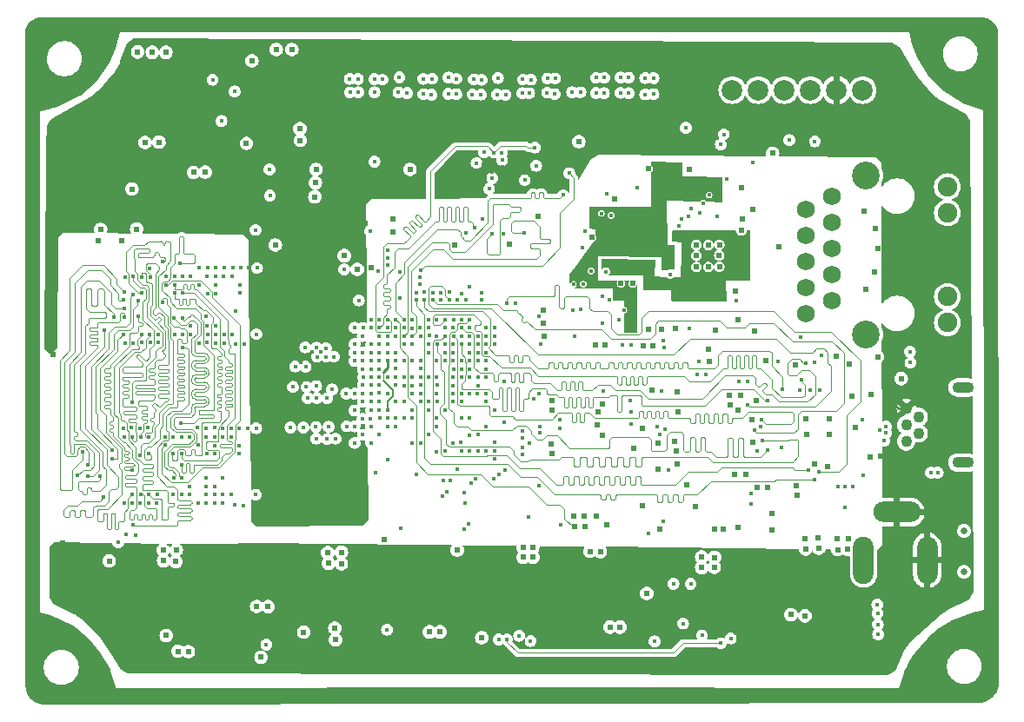
<source format=gbr>
%TF.GenerationSoftware,KiCad,Pcbnew,8.0.6*%
%TF.CreationDate,2025-01-12T20:29:38+06:00*%
%TF.ProjectId,zynq_soc_board_v1,7a796e71-5f73-46f6-935f-626f6172645f,rev?*%
%TF.SameCoordinates,Original*%
%TF.FileFunction,Copper,L6,Inr*%
%TF.FilePolarity,Positive*%
%FSLAX46Y46*%
G04 Gerber Fmt 4.6, Leading zero omitted, Abs format (unit mm)*
G04 Created by KiCad (PCBNEW 8.0.6) date 2025-01-12 20:29:38*
%MOMM*%
%LPD*%
G01*
G04 APERTURE LIST*
%TA.AperFunction,ComponentPad*%
%ADD10C,2.000000*%
%TD*%
%TA.AperFunction,ComponentPad*%
%ADD11C,1.750000*%
%TD*%
%TA.AperFunction,ComponentPad*%
%ADD12C,1.900000*%
%TD*%
%TA.AperFunction,ComponentPad*%
%ADD13C,2.700000*%
%TD*%
%TA.AperFunction,ComponentPad*%
%ADD14C,1.100000*%
%TD*%
%TA.AperFunction,ComponentPad*%
%ADD15O,2.100000X1.100000*%
%TD*%
%TA.AperFunction,ComponentPad*%
%ADD16O,2.000000X4.600000*%
%TD*%
%TA.AperFunction,ComponentPad*%
%ADD17O,4.600000X2.000000*%
%TD*%
%TA.AperFunction,ComponentPad*%
%ADD18C,0.650000*%
%TD*%
%TA.AperFunction,ViaPad*%
%ADD19C,0.450000*%
%TD*%
%TA.AperFunction,ViaPad*%
%ADD20C,0.620000*%
%TD*%
%TA.AperFunction,ViaPad*%
%ADD21C,1.000000*%
%TD*%
%TA.AperFunction,Conductor*%
%ADD22C,0.100000*%
%TD*%
%TA.AperFunction,Conductor*%
%ADD23C,0.250000*%
%TD*%
%TA.AperFunction,Conductor*%
%ADD24C,0.200000*%
%TD*%
G04 APERTURE END LIST*
D10*
%TO.N,/zynq_jtag/JTAG_TMS*%
%TO.C,J300*%
X181600000Y-64740000D03*
%TO.N,/zynq_jtag/JTAG_TDI*%
X184140000Y-64740000D03*
%TO.N,/zynq_jtag/JTAG_TD0*%
X186680000Y-64740000D03*
%TO.N,/zynq_jtag/JTAG_TCK*%
X189220000Y-64740000D03*
%TO.N,GND*%
X191760000Y-64740000D03*
%TO.N,+3V3*%
X194300000Y-64740000D03*
%TD*%
D11*
%TO.N,unconnected-(J800-VCC-Pad1)*%
%TO.C,J800*%
X188760000Y-86500000D03*
%TO.N,MDI0_P*%
X191300000Y-85230000D03*
%TO.N,MDI0_N*%
X188760000Y-83960000D03*
%TO.N,MDI1_P*%
X191300000Y-82690000D03*
%TO.N,MDI2_P*%
X188760000Y-81420000D03*
%TO.N,MDI2_N*%
X191300000Y-80150000D03*
%TO.N,MDI1_N*%
X188760000Y-78880000D03*
%TO.N,MDI3_P*%
X191300000Y-77610000D03*
%TO.N,MDI3_N*%
X188760000Y-76340000D03*
%TO.N,GND*%
X191300000Y-75070000D03*
D12*
%TO.N,+3V3*%
X202550000Y-87405000D03*
%TO.N,/ethernet_gigabit/ETH_LED_GR_K*%
X202550000Y-84865000D03*
%TO.N,/ethernet_gigabit/ETH_LED_YL_A*%
X202550000Y-76695000D03*
%TO.N,+3V3*%
X202550000Y-74155000D03*
D13*
%TO.N,CGND*%
X194600000Y-73035000D03*
X194600000Y-88525000D03*
%TD*%
D14*
%TO.N,+5V_USB_AB*%
%TO.C,J900*%
X198550000Y-98980000D03*
%TO.N,/USB-2-HS/USB_HS_D_N*%
X199750000Y-98180000D03*
%TO.N,/USB-2-HS/USB_HS_D_P*%
X198550000Y-97380000D03*
%TO.N,/USB-2-HS/USB_HS_ID*%
X199750000Y-96580000D03*
%TO.N,GND*%
X198550000Y-95780000D03*
D15*
%TO.N,CGND*%
X204050000Y-101030000D03*
X204050000Y-93730000D03*
%TD*%
D16*
%TO.N,+VDC*%
%TO.C,J100*%
X194390000Y-110567500D03*
%TO.N,GND*%
X200590000Y-110567500D03*
D17*
X197640000Y-105867500D03*
%TD*%
D18*
%TO.N,*%
%TO.C,J301*%
X204170000Y-107690000D03*
X204170000Y-111690000D03*
%TD*%
D19*
%TO.N,PG_1V0*%
X160840000Y-117910000D03*
X147980000Y-117320000D03*
D20*
%TO.N,GND*%
X183730000Y-88180000D03*
X116360000Y-108850000D03*
D19*
X135200000Y-89270000D03*
X144450000Y-81520000D03*
D20*
X168970000Y-98380000D03*
X197320000Y-95310000D03*
D19*
X150830000Y-84460000D03*
D20*
X191080000Y-98290000D03*
X160460000Y-117070000D03*
D19*
X159390000Y-97110000D03*
X148010325Y-97519675D03*
X174680000Y-94050000D03*
D20*
X142310000Y-72710000D03*
D19*
X199640000Y-99310000D03*
D20*
X150940000Y-117410000D03*
D19*
X195950000Y-97870000D03*
D20*
X174370000Y-99180000D03*
X117600000Y-76650000D03*
D19*
X122360000Y-104950000D03*
X131200000Y-104970000D03*
X153629675Y-95919675D03*
D20*
X194990000Y-100530000D03*
D19*
X189570000Y-91260000D03*
X150420000Y-93520000D03*
X155200000Y-92730000D03*
X169970000Y-110920000D03*
D20*
X138510000Y-63730000D03*
X137440000Y-63740000D03*
D19*
X124080000Y-89350000D03*
X123950000Y-104990000D03*
X157210000Y-85151387D03*
X122590000Y-108060000D03*
X146410000Y-87110000D03*
X130980000Y-64800000D03*
D20*
X164000000Y-94990000D03*
D19*
X184540000Y-112190000D03*
X182740000Y-115720000D03*
D20*
X187850000Y-103330000D03*
D19*
X174740000Y-65090000D03*
X148390000Y-111380000D03*
D20*
X185760000Y-69660000D03*
D19*
X174320000Y-97530000D03*
X132320000Y-111740000D03*
D20*
X145040000Y-117480000D03*
D19*
X183120000Y-93160000D03*
X125690203Y-89346850D03*
X130471288Y-88518941D03*
X138240000Y-71620000D03*
X178440000Y-112710000D03*
D20*
X193010000Y-91470000D03*
D19*
X132120000Y-82080000D03*
X192380000Y-119990000D03*
X145629676Y-95919675D03*
D20*
X162290000Y-71280000D03*
D19*
X150420000Y-92700000D03*
X155682446Y-72330000D03*
X184560000Y-112940000D03*
X167080000Y-83640000D03*
X155500000Y-103940000D03*
X177270000Y-69240000D03*
X188290000Y-88780000D03*
D20*
X140990000Y-76110000D03*
X181360000Y-116860000D03*
X178020000Y-105320000D03*
D19*
X152810000Y-97500000D03*
X123590000Y-113240000D03*
D20*
X115430000Y-83300000D03*
D19*
X150230000Y-111410000D03*
X185940000Y-111040000D03*
X166510000Y-111250000D03*
D20*
X182900000Y-102200000D03*
D19*
X127960000Y-98530000D03*
X159200000Y-72180000D03*
D20*
X126010000Y-77780000D03*
X181350000Y-94490000D03*
D19*
X182690000Y-115000000D03*
X156800403Y-94310000D03*
X153120000Y-64250000D03*
D20*
X184880000Y-91130000D03*
D19*
X141550000Y-90250000D03*
X157270000Y-77320000D03*
X150429675Y-91119675D03*
X134420000Y-97680000D03*
X155520000Y-64350000D03*
D20*
X195430000Y-82450000D03*
D19*
X169630000Y-85160000D03*
X122270000Y-97670000D03*
D20*
X122090000Y-79380000D03*
D19*
X198300000Y-111810000D03*
X155210000Y-84600000D03*
D20*
X176240000Y-101140000D03*
X193290000Y-94590000D03*
D19*
X149390000Y-111420000D03*
X131280000Y-89370000D03*
X170030000Y-111860000D03*
X157600000Y-97510000D03*
X155690000Y-78660000D03*
X132766140Y-97680000D03*
D20*
X187090000Y-117380000D03*
X182120000Y-107360000D03*
D19*
X153230000Y-118550000D03*
X152819798Y-92690191D03*
X159330000Y-78710000D03*
X148835814Y-91106368D03*
X148370000Y-109990000D03*
X155205000Y-91095745D03*
D20*
X155660000Y-117060000D03*
D19*
X132872905Y-88540550D03*
D20*
X203560000Y-112640000D03*
X183900000Y-95010000D03*
D19*
X148000402Y-89509999D03*
D20*
X169340000Y-107070000D03*
D19*
X136240000Y-111770000D03*
X169270000Y-82430000D03*
X148380000Y-110690000D03*
X160470000Y-85530000D03*
D20*
X167290000Y-107280000D03*
X191030000Y-96740000D03*
D19*
X149220000Y-85030000D03*
X136220000Y-109600000D03*
X144800000Y-92670000D03*
X152020000Y-95910000D03*
D20*
X195550000Y-78210000D03*
D19*
X151220000Y-95110000D03*
D20*
X194630000Y-84150000D03*
X175470000Y-62140000D03*
X146390000Y-82010000D03*
X134320000Y-118350000D03*
D19*
X157994987Y-64341029D03*
X132170000Y-64870000D03*
D20*
X136060000Y-79790000D03*
D19*
X125550000Y-104990000D03*
D20*
X115460000Y-88160000D03*
X171900000Y-83590000D03*
X189610000Y-101140000D03*
D19*
X132320000Y-110960000D03*
X151150000Y-82980000D03*
X171700000Y-94970000D03*
X130315000Y-97735000D03*
D20*
X172030000Y-99680000D03*
X115420000Y-81000000D03*
D19*
X157480000Y-73330000D03*
X152794200Y-99958715D03*
D20*
X181850000Y-102220000D03*
D19*
X192560000Y-103400000D03*
X130520000Y-82070000D03*
D20*
X203030000Y-102500000D03*
D19*
X132330000Y-113220000D03*
X158420000Y-99100000D03*
X149620000Y-96700000D03*
X133540000Y-100170000D03*
D20*
X177080000Y-65560000D03*
D19*
X132766140Y-104143860D03*
D20*
X178110000Y-81970000D03*
X115410000Y-85720000D03*
X170760000Y-83580000D03*
D19*
X178170000Y-92490000D03*
D20*
X180340000Y-81950000D03*
X190790000Y-69750000D03*
D19*
X166480000Y-110480000D03*
X151220000Y-93510000D03*
D20*
X180340000Y-79820000D03*
X145830000Y-77730000D03*
X179260000Y-81970000D03*
X194470000Y-76570000D03*
X126500000Y-118800000D03*
D19*
X136230000Y-110300000D03*
D20*
X182200000Y-87140000D03*
D19*
X130360000Y-104140000D03*
X153610000Y-91120000D03*
D20*
X162990000Y-117370000D03*
X144800000Y-75920000D03*
D19*
X151620000Y-84450000D03*
D20*
X174380000Y-101680000D03*
D19*
X132300000Y-109570000D03*
X170860000Y-89570000D03*
D20*
X168980000Y-95320000D03*
X200020000Y-102550000D03*
D19*
X158420000Y-88700000D03*
D20*
X144680000Y-74390000D03*
D19*
X180110000Y-69440000D03*
X135210000Y-104990000D03*
X130360000Y-104950000D03*
X156030000Y-88710000D03*
X148819914Y-92710000D03*
D20*
X187160000Y-118410000D03*
D19*
X161780000Y-106360000D03*
X161830000Y-99110000D03*
X151060000Y-111410000D03*
D20*
X182610000Y-77340000D03*
D19*
X151230000Y-91900000D03*
X146839894Y-102019216D03*
D20*
X134350000Y-117320000D03*
X141150000Y-81380000D03*
D19*
X192340000Y-119130000D03*
D20*
X178110000Y-79840000D03*
X173440000Y-72420000D03*
D19*
X148850000Y-74600000D03*
X123470000Y-108090000D03*
D20*
X172930000Y-89620000D03*
D19*
X158190000Y-71830000D03*
X158060000Y-117580000D03*
D20*
X176310000Y-96080000D03*
D19*
X148050000Y-96680000D03*
D20*
X115440000Y-90520000D03*
X183030000Y-69870000D03*
D19*
X154030000Y-84450000D03*
D20*
X119840000Y-79430000D03*
D19*
X154830000Y-101700000D03*
X161480000Y-69050000D03*
X143500000Y-64180000D03*
X142590000Y-119120000D03*
D20*
X134800000Y-67130000D03*
D19*
X165120000Y-64200000D03*
X133160000Y-111270000D03*
D20*
X187880000Y-104220000D03*
D19*
X160320000Y-64360000D03*
D20*
X117565000Y-72505000D03*
X195130000Y-94380000D03*
X127420000Y-70820000D03*
D19*
X132310000Y-110270000D03*
X155990000Y-98340000D03*
X148820000Y-95110000D03*
X155240000Y-95110000D03*
X148390000Y-112930000D03*
X131160000Y-104150000D03*
X139550000Y-91230000D03*
D20*
X180000000Y-88160000D03*
D19*
X197300000Y-111820000D03*
X126346486Y-98523172D03*
D20*
X142380000Y-74310000D03*
X174720000Y-88020000D03*
D19*
X146340000Y-116740000D03*
X144820000Y-99910000D03*
X140640000Y-90270000D03*
X166530000Y-72830000D03*
D20*
X166180000Y-106260000D03*
D19*
X185100000Y-111010000D03*
X156010324Y-96719676D03*
D20*
X198060000Y-91890000D03*
D19*
X150740000Y-64160000D03*
D20*
X196080000Y-100410000D03*
D19*
X176630000Y-77290000D03*
D20*
X176150000Y-99910000D03*
D19*
X186390000Y-99560000D03*
D20*
X144700000Y-72700000D03*
D19*
X133980000Y-105250000D03*
D20*
X178100000Y-80870000D03*
D19*
X136240000Y-110990000D03*
D20*
X128540000Y-117310000D03*
X180330000Y-80850000D03*
D19*
X185350000Y-112160000D03*
X128066140Y-88526140D03*
D20*
X147662500Y-108510000D03*
D19*
X184320000Y-97570000D03*
X150420000Y-94310000D03*
X185370000Y-112910000D03*
X153230000Y-84490000D03*
D20*
X168530000Y-117340000D03*
X127700000Y-77790000D03*
X129980000Y-78110000D03*
X135180000Y-79170000D03*
X120090000Y-112060000D03*
D19*
X157620000Y-91120000D03*
X132320000Y-112510000D03*
X182010000Y-85260000D03*
D20*
X195820000Y-80140000D03*
D19*
X134500000Y-82070000D03*
D20*
X138270000Y-77200000D03*
X167930000Y-79110000D03*
X172820000Y-97670000D03*
D19*
X170020000Y-112890000D03*
X150420000Y-99110000D03*
D20*
X201870000Y-82120000D03*
D19*
X169370000Y-74860000D03*
D20*
X175710000Y-120400000D03*
D19*
X152020000Y-95110000D03*
X131266140Y-88526140D03*
D20*
X179330000Y-91170000D03*
D19*
X148340000Y-64190000D03*
X186180000Y-112160000D03*
X162750000Y-86770000D03*
D20*
X185440000Y-106010000D03*
D19*
X131966140Y-98556140D03*
D20*
X174510000Y-107550000D03*
D19*
X145610402Y-97490277D03*
X152030000Y-92710000D03*
X132060000Y-82910000D03*
X157600403Y-99910000D03*
X145900000Y-64130000D03*
X169920000Y-64390000D03*
X145639597Y-89510001D03*
X148010000Y-81090000D03*
X125450000Y-113250000D03*
X184010000Y-99910000D03*
X193310000Y-103390000D03*
D20*
X150180000Y-71530000D03*
X188370000Y-69740000D03*
D19*
X158690000Y-74350000D03*
X150420000Y-89510000D03*
X186200000Y-112910000D03*
D20*
X115480000Y-77870000D03*
X197220000Y-100370000D03*
X132530000Y-72750000D03*
D19*
X131970000Y-97700000D03*
X134000000Y-111260000D03*
X166850000Y-86140000D03*
D20*
X135110000Y-77370000D03*
D19*
X157616643Y-87893903D03*
X134070000Y-89520000D03*
D20*
X131450000Y-72780000D03*
D19*
X130456173Y-89350000D03*
X153190000Y-113390000D03*
X148390000Y-112160000D03*
X154434777Y-87105360D03*
X172310000Y-64400000D03*
X127961059Y-104161288D03*
D20*
X188840000Y-98290000D03*
D19*
X170600000Y-87100000D03*
X128190000Y-66810000D03*
X126460000Y-82920000D03*
D20*
X116320000Y-112980000D03*
X174900000Y-113660000D03*
D19*
X134830000Y-111260000D03*
X191900000Y-103400000D03*
X128070000Y-82920000D03*
X168840000Y-76760000D03*
X167470000Y-64220000D03*
X148820000Y-93510000D03*
X162720000Y-64290000D03*
X123870000Y-97670000D03*
D20*
X179260000Y-79840000D03*
D19*
X158215000Y-72705000D03*
X128180000Y-65860000D03*
X152020000Y-87110000D03*
D20*
X131800000Y-69070000D03*
X142290000Y-75860000D03*
D19*
X157370000Y-71930000D03*
X122450000Y-89380000D03*
D20*
X165070000Y-73870000D03*
D19*
X143016597Y-86755530D03*
X158590000Y-68630000D03*
X146420000Y-93500000D03*
D20*
X188790000Y-96740000D03*
D19*
X132930000Y-82050000D03*
X166470000Y-109480000D03*
X142850000Y-94710000D03*
D20*
X168290000Y-89560000D03*
D19*
X149620000Y-87910000D03*
D20*
X182200000Y-95910000D03*
X185500000Y-107620000D03*
D19*
X152020000Y-90310000D03*
X152430000Y-84460000D03*
D20*
X148550000Y-77330000D03*
D19*
X147215494Y-98295086D03*
D20*
X186110000Y-80010000D03*
D19*
X170225000Y-118495000D03*
X166970000Y-112050000D03*
D20*
X164010000Y-100160000D03*
D19*
X133660000Y-84520000D03*
X152815000Y-94305000D03*
X162970000Y-89500000D03*
D20*
%TO.N,+1V8*%
X120910000Y-110630000D03*
X142890000Y-117180000D03*
D19*
X153220000Y-85180000D03*
X151220000Y-92710000D03*
X188150000Y-94010000D03*
D20*
X162160000Y-109320000D03*
D19*
X152070000Y-88680000D03*
D20*
X198050000Y-92860000D03*
X145070000Y-82210000D03*
D19*
X149620000Y-95110000D03*
X190160000Y-93960000D03*
X195720000Y-114870000D03*
X195780000Y-116800000D03*
D20*
X190860000Y-101390000D03*
D19*
X189170000Y-93950000D03*
D20*
X195750000Y-90730000D03*
D19*
X149610000Y-91110000D03*
X150420000Y-95910000D03*
D20*
X161230000Y-110270000D03*
D19*
X151220000Y-94310000D03*
X150420000Y-96710000D03*
X195820000Y-117790000D03*
X149620000Y-93520000D03*
D20*
X168750000Y-109730000D03*
X167740000Y-109700000D03*
D19*
X155234777Y-88707247D03*
X161960000Y-118420000D03*
X195750000Y-115720000D03*
D20*
X191720000Y-90640000D03*
D19*
X152020000Y-89510000D03*
X155230000Y-87090000D03*
D20*
X162170000Y-110270000D03*
X161230000Y-109290000D03*
D19*
X149630000Y-92680000D03*
X149200000Y-82470000D03*
D20*
X187710000Y-91550000D03*
D19*
%TO.N,+1V35*%
X129570000Y-104960000D03*
X123060000Y-97590000D03*
X132860000Y-82930000D03*
X133660000Y-83730000D03*
X145220000Y-85240000D03*
X146420000Y-89529597D03*
X130980000Y-63730000D03*
X130353860Y-103356140D03*
X131310000Y-82070000D03*
D20*
X127410000Y-110690000D03*
D19*
X127147623Y-98550000D03*
X133560000Y-99360000D03*
X127160000Y-104140000D03*
X132766140Y-98556140D03*
X145620000Y-93510000D03*
X129630000Y-89380000D03*
X146410000Y-99110000D03*
X142800000Y-90720000D03*
X133170000Y-105190000D03*
X123160000Y-104980000D03*
X131180000Y-97620000D03*
X128750000Y-98540000D03*
X135180000Y-104170000D03*
X131950000Y-104150000D03*
X145620000Y-91920000D03*
X130456173Y-87703635D03*
D20*
X128620000Y-119470000D03*
D19*
X133700000Y-82070000D03*
X132090000Y-89370000D03*
X128860000Y-82920000D03*
D20*
X127440000Y-109550000D03*
D19*
X144793568Y-95953955D03*
X124670000Y-97660000D03*
X135310000Y-82080000D03*
X142955000Y-98710000D03*
X135230000Y-97690000D03*
X127300000Y-88540000D03*
X127260000Y-82930000D03*
X124900203Y-89346091D03*
D20*
X126160000Y-109550000D03*
D19*
X133260000Y-89490000D03*
X124870000Y-82120000D03*
X131990000Y-104990000D03*
X144819999Y-87910001D03*
X132082905Y-88580000D03*
D20*
X127610000Y-119430000D03*
D19*
X123270000Y-89380000D03*
X124760000Y-104980000D03*
X146400402Y-97510001D03*
X133600000Y-97710000D03*
D20*
X126210000Y-110600000D03*
D19*
X135251000Y-88520000D03*
%TO.N,+0V675_REF*%
X125660000Y-88520000D03*
X129470000Y-97600000D03*
X129700000Y-82080000D03*
X148039597Y-91110000D03*
X125570000Y-104140000D03*
X148020000Y-95920000D03*
X133130000Y-64880000D03*
D20*
%TO.N,VCC*%
X188690000Y-108430000D03*
X173280000Y-113790000D03*
D19*
X174040000Y-118460000D03*
D20*
X188740000Y-109450000D03*
X189950000Y-108410000D03*
X190030000Y-109380000D03*
D19*
%TO.N,PWR_EN*%
X175870000Y-112850000D03*
X177550000Y-112860000D03*
D20*
%TO.N,+5V*%
X184050000Y-103440000D03*
X187320000Y-115860000D03*
X153140000Y-117530000D03*
D19*
X183460000Y-105030000D03*
D20*
X136390000Y-115080000D03*
X125760000Y-69820000D03*
X188680000Y-115970000D03*
X152110000Y-117540000D03*
X169680000Y-117070000D03*
X185060000Y-103480000D03*
X142970000Y-118300000D03*
D19*
X183460000Y-104070000D03*
D20*
X170660000Y-117080000D03*
X135280000Y-115060000D03*
X124410000Y-69850000D03*
D19*
%TO.N,+1V0*%
X148820000Y-96710000D03*
D20*
X139860000Y-117570000D03*
X142280000Y-110870000D03*
D19*
X148010325Y-90300325D03*
X148820000Y-91890403D03*
X152812606Y-96682474D03*
X152820000Y-91110000D03*
X152822888Y-95093418D03*
X151220000Y-91100000D03*
X152829675Y-93500325D03*
D20*
X143520000Y-110900000D03*
D19*
X148005783Y-94314217D03*
D20*
X143530000Y-109780000D03*
X142200000Y-109810000D03*
%TO.N,PG_1V8*%
X126470000Y-117890000D03*
D19*
X136220000Y-118780000D03*
D20*
%TO.N,PG_1V35*%
X134810000Y-61890000D03*
D19*
X178650000Y-117870000D03*
D20*
X135690000Y-120010000D03*
D19*
%TO.N,PG_3V3*%
X176800000Y-116720000D03*
%TO.N,+3V3*%
X173120000Y-65160000D03*
X171500000Y-65040000D03*
D20*
X139490000Y-68500000D03*
D19*
X180480000Y-70040000D03*
X158420000Y-87920000D03*
X156700000Y-71840000D03*
X162745000Y-103315000D03*
X170730000Y-65010000D03*
D20*
X163940000Y-99220000D03*
D19*
X169110000Y-65050000D03*
X170740000Y-63520000D03*
D20*
X193610000Y-97620000D03*
X150210000Y-72470000D03*
D19*
X173930000Y-65140000D03*
X156829675Y-98319675D03*
X164920000Y-107080000D03*
X169020000Y-94060000D03*
X175530000Y-82690000D03*
X148839809Y-97510202D03*
D20*
X183570000Y-76350000D03*
D19*
X173130000Y-63560000D03*
X148019999Y-92690403D03*
X155210000Y-96710000D03*
X156010403Y-94310000D03*
X173930000Y-63580000D03*
X148020000Y-100720000D03*
X171530000Y-63530000D03*
X158220000Y-73320000D03*
X150840000Y-102150000D03*
X156839598Y-99909999D03*
D20*
X172820000Y-105240000D03*
X166650000Y-69770000D03*
D19*
X148800000Y-87920000D03*
X158424217Y-95925211D03*
D20*
X168390000Y-106260000D03*
D19*
X169140000Y-63540000D03*
X159460000Y-101760000D03*
D20*
X162720000Y-77010000D03*
X125110000Y-61060000D03*
X179860000Y-107500000D03*
D19*
X168320000Y-63540000D03*
X147215360Y-87095223D03*
X154410000Y-91090690D03*
X147215360Y-95095223D03*
D20*
X178620000Y-110250000D03*
X148580000Y-78560000D03*
X143810000Y-80870000D03*
X185520000Y-70900000D03*
X179870000Y-110280000D03*
X123120000Y-74380000D03*
X173890000Y-89620000D03*
D19*
X153620000Y-99900000D03*
D20*
X179840000Y-111240000D03*
X139530000Y-69650000D03*
X169230000Y-89550000D03*
X178630000Y-111280000D03*
X134280000Y-69940000D03*
X180750000Y-107490000D03*
X154600000Y-79860000D03*
X123690000Y-61030000D03*
D19*
X181450000Y-118170000D03*
D20*
X157200000Y-118100000D03*
X126430000Y-61060000D03*
X183550000Y-96860000D03*
D19*
X159170000Y-70880000D03*
D20*
X138700000Y-60780000D03*
X176080000Y-88000000D03*
X183570000Y-99060000D03*
D19*
X151220000Y-99120000D03*
X156000402Y-92710001D03*
D20*
X159870000Y-79790000D03*
D19*
X159390000Y-93110000D03*
D20*
X182500000Y-74210000D03*
X154820000Y-109570000D03*
X137190000Y-60780000D03*
D19*
X157639598Y-90310001D03*
D20*
X173400000Y-88040000D03*
D19*
X157910000Y-74370000D03*
X168330000Y-65030000D03*
D20*
%TO.N,+0V675*%
X130280000Y-72740000D03*
D19*
X131850000Y-67760000D03*
D20*
X120070000Y-78310000D03*
X129120000Y-72760000D03*
X123590000Y-78280000D03*
D21*
%TO.N,CGND*%
X190000000Y-123500000D03*
X120000000Y-58500000D03*
X113500000Y-65000000D03*
X175000000Y-58500000D03*
X170000000Y-58500000D03*
X135000000Y-123500000D03*
X113500000Y-80000000D03*
X150000000Y-58500000D03*
X206790000Y-65020000D03*
X206790000Y-70020000D03*
X165000000Y-58500000D03*
X200000000Y-58500000D03*
X185000000Y-123500000D03*
X206790000Y-105020000D03*
X190000000Y-58500000D03*
X206790000Y-80020000D03*
X130000000Y-58500000D03*
X180000000Y-58500000D03*
X120000000Y-123500000D03*
X125000000Y-58500000D03*
X185000000Y-58500000D03*
X113500000Y-105000000D03*
X206790000Y-95020000D03*
X195000000Y-123500000D03*
X113500000Y-110000000D03*
X113500000Y-99500000D03*
X155000000Y-58500000D03*
X206790000Y-75020000D03*
X145000000Y-123500000D03*
X113500000Y-70000000D03*
X150000000Y-123500000D03*
X194999968Y-58500000D03*
X160000000Y-123500000D03*
X207000000Y-115000000D03*
X207000000Y-110000000D03*
X125000000Y-123500000D03*
X135000000Y-58500000D03*
X145000000Y-58500000D03*
X165000000Y-123500000D03*
X160000000Y-58500000D03*
X113500000Y-95000000D03*
X140000000Y-58500000D03*
X140000000Y-123500000D03*
X206790000Y-85020000D03*
X155000000Y-123500000D03*
X180000000Y-123500000D03*
X130000000Y-123500000D03*
X113500000Y-115000000D03*
X206790000Y-90020000D03*
X113500000Y-75000000D03*
X175000000Y-123500000D03*
X113500000Y-90000000D03*
X113500000Y-85000000D03*
X200000000Y-123500000D03*
X170000000Y-123500000D03*
X206790000Y-100020000D03*
D19*
%TO.N,+1V8_PLL*%
X148840364Y-90310727D03*
%TO.N,/zynq_jtag/VSUB_FILT*%
X186050000Y-91150000D03*
D20*
%TO.N,+1V8_FTDI*%
X167170000Y-106250000D03*
X177130000Y-103200000D03*
X181370000Y-95460000D03*
X164040000Y-95950000D03*
D19*
%TO.N,/zynq_processing_system_ps/MIO_VRFF_OV9*%
X151230000Y-88710000D03*
%TO.N,PS_NRST*%
X165710000Y-72830000D03*
X121790000Y-108810000D03*
X151260000Y-82260000D03*
D20*
%TO.N,PS_NPOR*%
X166280000Y-107310000D03*
D19*
X159640000Y-118270000D03*
X148824366Y-87094942D03*
X180500000Y-118640000D03*
%TO.N,/zynq_processing_system_ps/EMMC_VDDI*%
X161380000Y-73520000D03*
D20*
%TO.N,+1V8_ETH*%
X179260000Y-90040000D03*
X176290000Y-72400000D03*
X167950000Y-77860000D03*
X174880000Y-72430000D03*
D19*
X175430000Y-82000000D03*
D20*
X172010000Y-88020000D03*
X180350000Y-74380000D03*
X171160000Y-76400000D03*
%TO.N,+1V0_ETH*%
X169680000Y-81810000D03*
D19*
X180300000Y-85070000D03*
X182950000Y-81940000D03*
X183100000Y-79920000D03*
X176140000Y-78750000D03*
D20*
%TO.N,+3V3_ETH*%
X182470000Y-78430000D03*
X181900000Y-84310000D03*
%TO.N,+VDC*%
X192860000Y-109510000D03*
X191870000Y-109530000D03*
X191780000Y-108470000D03*
X192940000Y-108470000D03*
D19*
%TO.N,/zynq_jtag/USB_FTDI_D_N*%
X174563703Y-98264779D03*
X201605363Y-102021340D03*
%TO.N,/zynq_jtag/USB_FTDI_D_P*%
X175023323Y-97805159D03*
X200955363Y-102021340D03*
%TO.N,/USB-2-HS/USB_HS_D_N*%
X196566155Y-98165000D03*
%TO.N,/USB-2-HS/USB_HS_D_P*%
X196566155Y-97515000D03*
%TO.N,MIO50*%
X145160000Y-64960000D03*
%TO.N,PL_B35_L6_N*%
X156820001Y-89490403D03*
X152280000Y-65200000D03*
%TO.N,PL_B35_L7_N*%
X163580000Y-63620000D03*
X164820000Y-96870000D03*
%TO.N,PL_B35_L16_P*%
X156029676Y-90300324D03*
X153950000Y-63520000D03*
%TO.N,PL_B35_L20_N*%
X154439597Y-91910000D03*
X149940000Y-65030000D03*
%TO.N,PL_B35_L13_P*%
X157110000Y-65180000D03*
X156020000Y-91110000D03*
%TO.N,PL_B35_IO25*%
X155234777Y-91905360D03*
X159515000Y-65210000D03*
%TO.N,PL_B35_L22_N*%
X154420202Y-94315000D03*
X164300000Y-65140000D03*
%TO.N,PL_B35_L3_N*%
X157610000Y-88700403D03*
X152380000Y-63630000D03*
%TO.N,MIO51*%
X145130000Y-63660000D03*
%TO.N,PL_B35_L24_N*%
X156030000Y-91910000D03*
X158690000Y-65180000D03*
%TO.N,PL_B35_L13_N*%
X156830000Y-91110000D03*
X156290000Y-65160000D03*
%TO.N,PL_B35_L3_P*%
X156820000Y-88700403D03*
X151510000Y-63640000D03*
%TO.N,PL_B35_L6_P*%
X155994831Y-89505634D03*
X151520000Y-65140000D03*
%TO.N,PL_B35_L5_N*%
X158420000Y-89510000D03*
X154720000Y-65140000D03*
%TO.N,PL_B35_L23_N*%
X155220000Y-94290403D03*
X166010000Y-64960000D03*
%TO.N,PL_B35_L22_P*%
X163570000Y-64990000D03*
X154424640Y-93524777D03*
%TO.N,PL_B35_L8_P*%
X157620000Y-95090404D03*
X161815000Y-65042696D03*
%TO.N,PL_B35_L8_N*%
X157620000Y-94310000D03*
X161165000Y-65042696D03*
%TO.N,PL_B35_L14_N*%
X157610000Y-91910000D03*
X156430000Y-63700000D03*
%TO.N,PL_B35_L16_N*%
X156830000Y-90310000D03*
X154730000Y-63630000D03*
%TO.N,PL_B35_L11_N*%
X156810000Y-93520000D03*
X158780000Y-63560000D03*
%TO.N,PL_B35_L14_P*%
X157620000Y-92710000D03*
X157180000Y-63740000D03*
%TO.N,PL_B35_L7_P*%
X164345512Y-63599638D03*
X164840000Y-97710000D03*
%TO.N,MIO49*%
X149180000Y-63500000D03*
X152820000Y-87110000D03*
%TO.N,PL_B35_L9_N*%
X162737239Y-94352892D03*
X161200000Y-63710000D03*
%TO.N,PL_B35_L9_P*%
X162277619Y-94812512D03*
X161980000Y-63720000D03*
%TO.N,PL_B35_L20_P*%
X154400000Y-92730000D03*
X149090000Y-64950000D03*
%TO.N,PL_B35_L5_P*%
X153940000Y-65110000D03*
X157610000Y-89500000D03*
%TO.N,PL_B35_L23_P*%
X166810000Y-64950000D03*
X154420000Y-95100000D03*
%TO.N,PL_B34_L14_P*%
X162850851Y-97514205D03*
%TO.N,PL_B34_L16_P*%
X161143585Y-99585000D03*
%TO.N,PL_B34_L10_N*%
X155921599Y-107035396D03*
%TO.N,PL_B34_L11_N*%
X155190000Y-99080000D03*
%TO.N,PL_B34_L17_N*%
X158834810Y-102195190D03*
%TO.N,PL_B34_L7_P*%
X156165190Y-103074810D03*
%TO.N,PL_B34_L17_P*%
X158375190Y-102654810D03*
%TO.N,PL_B34_L18_N*%
X156020000Y-99900000D03*
%TO.N,PL_B34_L22_N*%
X158429676Y-99900324D03*
%TO.N,PL_B34_L8_N*%
X154095000Y-102774986D03*
%TO.N,PL_B34_L15_P*%
X161180000Y-97985000D03*
%TO.N,PL_B34_L10_P*%
X155461979Y-107495016D03*
%TO.N,PL_B34_L16_N*%
X161143585Y-100235000D03*
%TO.N,PL_B34_L8_P*%
X153445000Y-102774986D03*
%TO.N,PL_B34_L18_P*%
X155220202Y-99890191D03*
%TO.N,DONE*%
X149350000Y-107480000D03*
X158860000Y-118280000D03*
%TO.N,PL_B34_L22_P*%
X158420000Y-100690403D03*
%TO.N,PL_B34_L7_N*%
X156624810Y-102615190D03*
%TO.N,PL_B34_L14_N*%
X162850851Y-98164205D03*
%TO.N,PL_B34_L11_P*%
X154420000Y-99120000D03*
%TO.N,PL_B34_L15_N*%
X161180000Y-98635000D03*
%TO.N,PL_B34_L4_P*%
X153374448Y-104344068D03*
%TO.N,PL_B34_L4_N*%
X153834068Y-103884448D03*
%TO.N,TDI_0*%
X183640000Y-71780000D03*
X147229675Y-91119675D03*
X179040000Y-92480000D03*
%TO.N,TMS_0*%
X147230000Y-92700000D03*
X180770000Y-69050000D03*
X174990000Y-89850000D03*
%TO.N,/zynq_jtag/NPROGRAM*%
X135170000Y-78370000D03*
X147220000Y-93490403D03*
%TO.N,TDO_0*%
X178330000Y-91160000D03*
X187150000Y-69620000D03*
X147220000Y-90310000D03*
%TO.N,TCK_0*%
X149620000Y-89500000D03*
X189650000Y-69740000D03*
X182260000Y-93160000D03*
%TO.N,/zynq_jtag/M0*%
X146750000Y-71710000D03*
%TO.N,QSPI_DQ1_M1*%
X148020000Y-87890403D03*
D20*
X140990000Y-73770000D03*
D19*
%TO.N,/zynq_jtag/M1*%
X136530000Y-72470000D03*
%TO.N,/zynq_jtag/M2*%
X136570000Y-75020000D03*
D20*
%TO.N,QSPI_DQ2_M2*%
X140950000Y-75150000D03*
D19*
X148015000Y-81815000D03*
D20*
%TO.N,/zynq_jtag/FTDI_NRST*%
X176200000Y-94110000D03*
X182450000Y-94470000D03*
D19*
%TO.N,/zynq_jtag/FTDI_EEDATA*%
X173470000Y-107930000D03*
%TO.N,/zynq_jtag/FTDI_EECLK*%
X174850000Y-106760000D03*
%TO.N,/zynq_jtag/FTDI_EECS*%
X175420000Y-101760000D03*
D20*
%TO.N,/zynq_jtag/FTDI_REF*%
X175980000Y-99010000D03*
%TO.N,/zynq_jtag/FTDI_NPOR*%
X173750000Y-93950000D03*
%TO.N,FTDI_TX*%
X168490000Y-96090000D03*
D19*
%TO.N,UART1_RX*%
X147110000Y-82360000D03*
X171760000Y-96070000D03*
%TO.N,UART1_TX_VCFG1*%
X146420000Y-87920000D03*
X171770000Y-97310000D03*
D20*
%TO.N,FTDI_RX*%
X168470000Y-97350000D03*
D19*
%TO.N,/zynq_processing_system_ps/VCFG0*%
X148810324Y-88719676D03*
%TO.N,ETH_PHY_TXCLK*%
X176440000Y-77970000D03*
X168930000Y-84840000D03*
%TO.N,ETH_PHY_TXD0*%
X168910000Y-87420000D03*
X177628664Y-76307154D03*
D20*
%TO.N,/zynq_processing_system_ps/ETH_TXD0*%
X163230000Y-87420000D03*
D19*
X154420000Y-89510000D03*
%TO.N,ETH_PHY_TXD1*%
X178430000Y-76710000D03*
X166120000Y-83670000D03*
%TO.N,/zynq_processing_system_ps/ETH_TXD2*%
X151210000Y-87910000D03*
D20*
X163160000Y-86160000D03*
D19*
%TO.N,ETH_PHY_TXD2*%
X178800000Y-75760000D03*
X166080000Y-86160000D03*
%TO.N,ETH_PHY_TXD3*%
X167860000Y-82360000D03*
X179335001Y-74964976D03*
%TO.N,ETH_PHY_TXCTL*%
X166210000Y-88740000D03*
X177330000Y-77080000D03*
%TO.N,/zynq_processing_system_ps/ETH_TXCTL*%
X153620000Y-90310000D03*
D20*
X163280000Y-88750000D03*
D19*
%TO.N,/zynq_processing_system_ps/PS_LED*%
X147205086Y-88714506D03*
D20*
X137090000Y-79830000D03*
D19*
%TO.N,/zynq_processing_system_ps/ETH_NRST*%
X177080000Y-68420000D03*
X157190000Y-84470000D03*
%TO.N,PS_CLK_33M333*%
X148023894Y-88694456D03*
X146330000Y-78490000D03*
%TO.N,SD_D0*%
X150434777Y-88714640D03*
%TO.N,SD_D1*%
X158220000Y-78740000D03*
X149619798Y-88729809D03*
%TO.N,SD_D2*%
X156510000Y-78130000D03*
X147210000Y-87900000D03*
%TO.N,SD_D3*%
X165140000Y-74970000D03*
X149629676Y-87119676D03*
%TO.N,SD_CMD*%
X158410000Y-70830000D03*
X162380000Y-70340000D03*
X148030000Y-87110000D03*
%TO.N,/zynq_processing_system_ps/EMMC_NRST*%
X159180000Y-71570000D03*
X162500000Y-72110000D03*
%TO.N,SD_CLK*%
X150390000Y-87940000D03*
%TO.N,/zynq_programmable_logic/LED_PL*%
X155600000Y-105000000D03*
X152020000Y-98300000D03*
%TO.N,/zynq_ddr/DDR_VRN*%
X146435726Y-91113717D03*
%TO.N,/zynq_ddr/DDR_VRP*%
X147223717Y-91925726D03*
%TO.N,ETH_RXD0*%
X169810000Y-76950000D03*
X152020000Y-87910000D03*
D20*
%TO.N,ETH_RXD1*%
X170140000Y-75390000D03*
D19*
X155635000Y-85190000D03*
%TO.N,ETH_RXD2*%
X154415360Y-90324777D03*
X172330000Y-74280000D03*
D20*
%TO.N,ETH_RXD3*%
X177440000Y-72440000D03*
D19*
X154850000Y-85190000D03*
%TO.N,ETH_RXCTL*%
X153620000Y-87900000D03*
X167280000Y-78450000D03*
%TO.N,ETH_RXCLK*%
X156030000Y-83920000D03*
X167010000Y-80100000D03*
%TO.N,ETH_NINT*%
X152820000Y-88710000D03*
X171050000Y-86190000D03*
%TO.N,ETH_MDIO*%
X151210000Y-83660000D03*
X180110000Y-77010000D03*
%TO.N,PL_CLK_125MHZ*%
X177410000Y-87990000D03*
X156820000Y-92710000D03*
%TO.N,/ethernet_gigabit/ETH_LED0*%
X198900000Y-90230000D03*
X171760000Y-89570000D03*
%TO.N,/ethernet_gigabit/ETH_LED2*%
X198960000Y-91300000D03*
X174860000Y-89120000D03*
%TO.N,USB_NRST*%
X154400691Y-87899999D03*
X190280000Y-90610000D03*
%TO.N,/USB-2-HS/USB_PHY_VBUS*%
X194235000Y-96825000D03*
%TO.N,USB_CLK*%
X151620000Y-85190000D03*
X186510000Y-93910000D03*
%TO.N,USB_NXT*%
X185055000Y-94965000D03*
X155220000Y-89505634D03*
%TO.N,USB_DATA2*%
X183730000Y-97910000D03*
X152420000Y-85190000D03*
%TO.N,DDR_DQ13*%
X144800000Y-91130000D03*
X128860000Y-88520000D03*
%TO.N,DDR_DQ11*%
X145619542Y-91130079D03*
X128850000Y-87720000D03*
%TO.N,DDR_DQ15*%
X139030000Y-91670000D03*
X131260000Y-87720000D03*
%TO.N,DDR_DM1*%
X133230000Y-86310000D03*
X142020000Y-89875000D03*
%TO.N,USB_DATA3*%
X184510000Y-98930000D03*
X152834914Y-89505494D03*
%TO.N,ETH_MDC*%
X150420000Y-87110000D03*
X181060000Y-73410000D03*
%TO.N,MIO44*%
X147530000Y-63710000D03*
X153620000Y-89520000D03*
%TO.N,USB_DATA1*%
X154440000Y-88690000D03*
X184470000Y-96830000D03*
%TO.N,USB_DATA5*%
X189590000Y-102700000D03*
%TO.N,DDR_DQ14*%
X140010000Y-89820000D03*
X131253860Y-82913860D03*
%TO.N,DDR_DQS1_N*%
X142060000Y-90720000D03*
X130500000Y-84560000D03*
%TO.N,MIO47*%
X146750000Y-64950000D03*
%TO.N,DDR_DQ12*%
X130340000Y-86800000D03*
X140050000Y-91700000D03*
%TO.N,QSPI_NCS*%
X148050000Y-80350000D03*
D20*
X141060000Y-72470000D03*
D19*
%TO.N,USB_STP*%
X188770000Y-91320000D03*
X155210000Y-87900000D03*
%TO.N,MIO46*%
X156029676Y-87900324D03*
%TO.N,MIO48*%
X144360000Y-64950000D03*
%TO.N,USB_DATA7*%
X159650000Y-85530000D03*
X190069019Y-101916528D03*
%TO.N,USB_DATA6*%
X189030000Y-101730000D03*
X153610000Y-88720000D03*
%TO.N,USB_DATA4*%
X185040000Y-99830000D03*
X156034254Y-87095000D03*
%TO.N,DDR_DQ9*%
X144820458Y-89489921D03*
X131260000Y-83707623D03*
%TO.N,MIO45*%
X146740000Y-63670000D03*
%TO.N,DDR_DQS1_P*%
X131310000Y-84580000D03*
X141160000Y-90720000D03*
%TO.N,USB_DIR*%
X153629675Y-87100325D03*
X188300000Y-93000000D03*
%TO.N,USB_DATA0*%
X154025000Y-85190000D03*
X183090000Y-95460000D03*
%TO.N,DDR_DQ8*%
X129670000Y-83720000D03*
X141080000Y-89850000D03*
%TO.N,DDR_DQ10*%
X130466140Y-82926140D03*
X144830000Y-90320000D03*
%TO.N,MIO43*%
X144350000Y-63650000D03*
%TO.N,DDR_CK_N*%
X127172946Y-102562946D03*
X127250000Y-86910000D03*
X144820000Y-94320000D03*
%TO.N,USB_PHY_CPEN*%
X196420000Y-98920000D03*
X192580000Y-105450000D03*
%TO.N,DDR_CK_P*%
X127980000Y-102550000D03*
X144000403Y-94310000D03*
X128055000Y-86915000D03*
%TO.N,DDR_CKE*%
X123250000Y-107140000D03*
X128070000Y-89790000D03*
X142150000Y-94770000D03*
%TO.N,DDR_NCS*%
X126460000Y-83730000D03*
X141130000Y-94750000D03*
X126353860Y-99343860D03*
%TO.N,DDR_NRAS*%
X128060000Y-84520000D03*
X146439599Y-95910002D03*
X127950000Y-100160000D03*
%TO.N,DDR_NCAS*%
X127260000Y-84530000D03*
X147234777Y-96714640D03*
X127160000Y-100150000D03*
%TO.N,DDR_NWE*%
X127940000Y-101220000D03*
X146429675Y-95119675D03*
X127260000Y-83707623D03*
%TO.N,DDR_BA0*%
X147210000Y-94270000D03*
X126079564Y-81484360D03*
X123110000Y-95130000D03*
%TO.N,DDR_BA1*%
X124760000Y-104140000D03*
X124860000Y-88532377D03*
X146360000Y-96760000D03*
%TO.N,DDR_BA2*%
X146450000Y-91940000D03*
X121230000Y-100640000D03*
X123750000Y-85270000D03*
%TO.N,DDR_A0*%
X140250000Y-94770000D03*
X124770000Y-100130000D03*
%TO.N,DDR_A1*%
X141069834Y-93580166D03*
X123160000Y-101800000D03*
X123730000Y-86760000D03*
%TO.N,DDR_A2*%
X123925166Y-100354834D03*
X145620000Y-94300000D03*
X124075000Y-84505000D03*
%TO.N,DDR_A3*%
X138810000Y-93670000D03*
X124900000Y-82960000D03*
X124753860Y-98543860D03*
%TO.N,DDR_A4*%
X124047623Y-88520000D03*
X145620000Y-95115000D03*
X123960000Y-104150000D03*
%TO.N,DDR_A5*%
X123970000Y-98550000D03*
X142630000Y-93910000D03*
X124070000Y-82940000D03*
%TO.N,DDR_A6*%
X123160000Y-104150000D03*
X146410000Y-94310000D03*
X122310000Y-88530000D03*
%TO.N,DDR_A7*%
X145640000Y-92725000D03*
X123260000Y-82920000D03*
X123160000Y-98537623D03*
%TO.N,DDR_A8*%
X120460000Y-88110000D03*
X140120000Y-93670000D03*
X120350000Y-104430000D03*
%TO.N,DDR_A9*%
X146400191Y-92709798D03*
X123230000Y-84630000D03*
X121240000Y-99820000D03*
%TO.N,DDR_A10*%
X122340000Y-85215000D03*
X118810000Y-101250000D03*
X147220000Y-89520000D03*
%TO.N,DDR_A11*%
X122410000Y-86870000D03*
X120050000Y-102320000D03*
X146420000Y-90300000D03*
%TO.N,DDR_A12*%
X122390000Y-86030000D03*
X145610000Y-88710000D03*
X117830000Y-102310000D03*
%TO.N,DDR_A13*%
X122390000Y-84450000D03*
X145634914Y-87905494D03*
X118300000Y-99960000D03*
%TO.N,DDR_A14*%
X121350000Y-86890000D03*
X145600403Y-90310000D03*
X118830000Y-102330000D03*
%TO.N,DDR_ODT*%
X127800000Y-81580000D03*
X147229676Y-95919676D03*
%TO.N,DDR_NRST*%
X122465000Y-82950000D03*
X143810000Y-82210000D03*
X122385000Y-98530000D03*
%TO.N,DDR_DM2*%
X131960000Y-102550000D03*
X142290000Y-97550000D03*
%TO.N,DDR_DQ17*%
X129553860Y-99343860D03*
X139830000Y-97620000D03*
%TO.N,DDR_DQ22*%
X128760000Y-104150000D03*
X142145716Y-98742104D03*
%TO.N,DDR_DQS2_N*%
X130390000Y-100170000D03*
X144810000Y-97510000D03*
%TO.N,DDR_DQ20*%
X130360000Y-102550000D03*
X145619999Y-98329598D03*
%TO.N,DDR_DQ16*%
X138570000Y-97620000D03*
X131223437Y-99385000D03*
%TO.N,DDR_DQS2_P*%
X131200000Y-100190000D03*
X144020000Y-97500000D03*
%TO.N,DDR_DQ21*%
X144824217Y-99125211D03*
X131166140Y-103356140D03*
%TO.N,DDR_DQ18*%
X130370000Y-98550000D03*
X145592237Y-96772237D03*
%TO.N,DDR_DQ23*%
X128753860Y-103356140D03*
X141070000Y-98710000D03*
%TO.N,DDR_DQ19*%
X141050000Y-97560000D03*
X131160000Y-98572509D03*
%TO.N,+5V_USB_SW*%
X194350000Y-102240000D03*
%TO.N,DDR_A0*%
X126140000Y-85390000D03*
%TO.N,DDR_ODT*%
X127900000Y-97210000D03*
%TO.N,SD_D0*%
X161360000Y-78650000D03*
%TO.N,EMMC_CLK*%
X157420000Y-70810000D03*
%TO.N,USB_DATA5*%
X150820000Y-85180000D03*
%TD*%
D22*
%TO.N,USB_DATA5*%
X174900000Y-104150000D02*
X174787500Y-104262500D01*
X175675000Y-104879016D02*
X175400000Y-104879016D01*
X176400000Y-104879016D02*
X176287500Y-104766516D01*
X176287500Y-104262500D02*
X176175000Y-104150000D01*
X176900000Y-104150000D02*
X176787500Y-104262500D01*
X173400000Y-104150000D02*
X170366760Y-104150000D01*
X178220000Y-104150000D02*
X176900000Y-104150000D01*
X174675000Y-104879016D02*
X174400000Y-104879016D01*
X176675000Y-104879016D02*
X176400000Y-104879016D01*
X185840000Y-102700000D02*
X185680000Y-102860000D01*
X176175000Y-104150000D02*
X175900000Y-104150000D01*
X175787500Y-104766516D02*
X175675000Y-104879016D01*
X189590000Y-102700000D02*
X185840000Y-102700000D01*
X174287500Y-104262500D02*
X174175000Y-104150000D01*
X175900000Y-104150000D02*
X175787500Y-104262500D01*
X179510000Y-102860000D02*
X178220000Y-104150000D01*
X176787500Y-104766516D02*
X176675000Y-104879016D01*
X176787500Y-104262500D02*
X176787500Y-104766516D01*
X174787500Y-104262500D02*
X174787500Y-104766516D01*
X174287500Y-104766516D02*
X174287500Y-104262500D01*
X174175000Y-104150000D02*
X173400000Y-104150000D01*
X175287500Y-104262500D02*
X175175000Y-104150000D01*
X175787500Y-104262500D02*
X175787500Y-104766516D01*
X185680000Y-102860000D02*
X179510000Y-102860000D01*
X174400000Y-104879016D02*
X174287500Y-104766516D01*
X175175000Y-104150000D02*
X174900000Y-104150000D01*
X174787500Y-104766516D02*
X174675000Y-104879016D01*
X175400000Y-104879016D02*
X175287500Y-104766516D01*
X175287500Y-104766516D02*
X175287500Y-104262500D01*
X176287500Y-104766516D02*
X176287500Y-104262500D01*
%TO.N,SD_D0*%
X162550000Y-81160000D02*
X154350000Y-81160000D01*
X150820000Y-86750000D02*
X150820000Y-88329417D01*
X152400000Y-80300000D02*
X150355000Y-82345000D01*
X162870000Y-80560000D02*
X162870000Y-80840000D01*
X162870000Y-80257000D02*
X162870000Y-80560000D01*
X154350000Y-81160000D02*
X153490000Y-80300000D01*
X161907907Y-80050000D02*
X162011407Y-80153500D01*
X161907907Y-79797000D02*
X161907907Y-80050000D01*
X150355000Y-86285000D02*
X150820000Y-86750000D01*
X163832079Y-79590000D02*
X163728579Y-79693500D01*
X160100000Y-77740000D02*
X160350000Y-77490000D01*
X153490000Y-80300000D02*
X152400000Y-80300000D01*
X160100000Y-78480000D02*
X160100000Y-77740000D01*
X162011407Y-79693500D02*
X161907907Y-79797000D01*
X161360000Y-78650000D02*
X160270000Y-78650000D01*
X163728579Y-79693500D02*
X162011407Y-79693500D01*
X163832079Y-79337000D02*
X163832079Y-79590000D01*
X160270000Y-78650000D02*
X160100000Y-78480000D01*
X162870000Y-80840000D02*
X162550000Y-81160000D01*
X162973500Y-79233500D02*
X163728579Y-79233500D01*
X162280000Y-77490000D02*
X162870000Y-78080000D01*
X162870000Y-78080000D02*
X162870000Y-79130000D01*
X160350000Y-77490000D02*
X162280000Y-77490000D01*
X150355000Y-82345000D02*
X150355000Y-86285000D01*
X163728579Y-79233500D02*
X163832079Y-79337000D01*
X162766500Y-80153500D02*
X162870000Y-80257000D01*
X162011407Y-80153500D02*
X162766500Y-80153500D01*
X150820000Y-88329417D02*
X150434777Y-88714640D01*
X162870000Y-79130000D02*
X162973500Y-79233500D01*
%TO.N,SD_D2*%
X147950000Y-82730000D02*
X147950000Y-83556968D01*
X148680000Y-82000000D02*
X147950000Y-82730000D01*
X148680000Y-80540000D02*
X148680000Y-82000000D01*
X153330000Y-76105928D02*
X153110000Y-76105928D01*
X152930000Y-77560000D02*
X152700000Y-77560000D01*
X154710000Y-76105939D02*
X154620000Y-76195939D01*
X155020000Y-76195939D02*
X154930000Y-76105939D01*
X155820000Y-77470000D02*
X155820000Y-76195939D01*
X155820000Y-76195939D02*
X155730000Y-76105939D01*
X153110000Y-76105928D02*
X153020000Y-76195928D01*
X153820000Y-77470000D02*
X153730000Y-77560000D01*
X154130000Y-76105928D02*
X153910000Y-76105928D01*
X155330000Y-77560000D02*
X155110000Y-77560000D01*
X154930000Y-76105939D02*
X154710000Y-76105939D01*
X155510000Y-76105939D02*
X155420000Y-76195939D01*
X156190000Y-77560000D02*
X155910000Y-77560000D01*
X153020000Y-77470000D02*
X152930000Y-77560000D01*
X155420000Y-77470000D02*
X155330000Y-77560000D01*
X153020000Y-76195928D02*
X153020000Y-77470000D01*
X153420000Y-77470000D02*
X153420000Y-76195928D01*
X153420000Y-76195928D02*
X153330000Y-76105928D01*
X153910000Y-76105928D02*
X153820000Y-76195928D01*
X154220000Y-76195928D02*
X154130000Y-76105928D01*
X154310000Y-77560000D02*
X154220000Y-77470000D01*
X154620000Y-76195939D02*
X154620000Y-77470000D01*
X156510000Y-78130000D02*
X156350000Y-77970000D01*
X155020000Y-77470000D02*
X155020000Y-76195939D01*
X155910000Y-77560000D02*
X155820000Y-77470000D01*
X155110000Y-77560000D02*
X155020000Y-77470000D01*
X154220000Y-77470000D02*
X154220000Y-76195928D01*
X153510000Y-77560000D02*
X153420000Y-77470000D01*
X153820000Y-76195928D02*
X153820000Y-77470000D01*
X155420000Y-76195939D02*
X155420000Y-77470000D01*
X156350000Y-77720000D02*
X156190000Y-77560000D01*
X149070000Y-80150000D02*
X148680000Y-80540000D01*
X150070000Y-80150000D02*
X149070000Y-80150000D01*
X152660000Y-77560000D02*
X150070000Y-80150000D01*
X152700000Y-77560000D02*
X152660000Y-77560000D01*
X154530000Y-77560000D02*
X154310000Y-77560000D01*
X156350000Y-77970000D02*
X156350000Y-77720000D01*
X154620000Y-77470000D02*
X154530000Y-77560000D01*
X153730000Y-77560000D02*
X153510000Y-77560000D01*
X155730000Y-76105939D02*
X155510000Y-76105939D01*
%TO.N,SD_D1*%
X157690000Y-79270000D02*
X158220000Y-78740000D01*
X160847152Y-76595750D02*
X160065750Y-76595750D01*
X159960000Y-77040000D02*
X159960000Y-77050000D01*
X159960000Y-77050000D02*
X159790000Y-77220000D01*
X160847152Y-76125750D02*
X160952902Y-76231500D01*
X158930000Y-77510000D02*
X158930000Y-80670000D01*
X160952902Y-76490000D02*
X160847152Y-76595750D01*
X157860000Y-80730000D02*
X157690000Y-80560000D01*
X158870000Y-80730000D02*
X157860000Y-80730000D01*
X159220000Y-77220000D02*
X158930000Y-77510000D01*
X157690000Y-80560000D02*
X157690000Y-79270000D01*
X158930000Y-80670000D02*
X158870000Y-80730000D01*
X159960000Y-76701500D02*
X159960000Y-77040000D01*
X160065750Y-76595750D02*
X159960000Y-76701500D01*
X160952902Y-76231500D02*
X160952902Y-76490000D01*
X153910000Y-79580000D02*
X154060000Y-79730000D01*
X149619798Y-88729809D02*
X150004676Y-88344931D01*
X150004676Y-81935324D02*
X152360000Y-79580000D01*
X158260000Y-76020000D02*
X158270000Y-76010000D01*
X160065750Y-76125750D02*
X160847152Y-76125750D01*
X158350000Y-75870000D02*
X159820000Y-75870000D01*
X159960000Y-76020000D02*
X160065750Y-76125750D01*
X158270000Y-75950000D02*
X158350000Y-75870000D01*
X152360000Y-79580000D02*
X153910000Y-79580000D01*
X159790000Y-77220000D02*
X159220000Y-77220000D01*
X158270000Y-76010000D02*
X158270000Y-75950000D01*
X158260000Y-77830000D02*
X158260000Y-76020000D01*
X159960000Y-76010000D02*
X159960000Y-76020000D01*
X155610000Y-80480000D02*
X158260000Y-77830000D01*
X159820000Y-75870000D02*
X159960000Y-76010000D01*
X154060000Y-80230000D02*
X154310000Y-80480000D01*
X154060000Y-79730000D02*
X154060000Y-80230000D01*
X150004676Y-88344931D02*
X150004676Y-81935324D01*
X154310000Y-80480000D02*
X155610000Y-80480000D01*
%TO.N,SD_CMD*%
X148395000Y-88205000D02*
X148395000Y-87295000D01*
X148300000Y-88300000D02*
X148395000Y-88205000D01*
X149578807Y-78187127D02*
X149578807Y-78314406D01*
X149861650Y-78031564D02*
X149734371Y-78031564D01*
X151179369Y-78090631D02*
X151052089Y-78090631D01*
X149578807Y-78314406D02*
X150203559Y-78939158D01*
X150769245Y-78373472D02*
X150769245Y-78500751D01*
X150710179Y-77055755D02*
X150710179Y-77183034D01*
X150865743Y-76900192D02*
X150710179Y-77055755D01*
X147595000Y-80025000D02*
X147595000Y-82975000D01*
X150300069Y-77465890D02*
X150144505Y-77621453D01*
X146835000Y-88145000D02*
X146990000Y-88300000D01*
X150203559Y-78939158D02*
X150203559Y-79066437D01*
X152200000Y-77070000D02*
X151745055Y-77524945D01*
X146835000Y-83735000D02*
X146835000Y-88145000D01*
X147595000Y-82975000D02*
X146835000Y-83735000D01*
X154610000Y-70220000D02*
X152200000Y-72630000D01*
X149590000Y-79680000D02*
X147940000Y-79680000D01*
X148395000Y-87295000D02*
X148210000Y-87110000D01*
X149863615Y-79406385D02*
X149590000Y-79680000D01*
X149734371Y-78031564D02*
X149578807Y-78187127D01*
X150486403Y-78656317D02*
X149861650Y-78031564D01*
X146990000Y-88300000D02*
X148300000Y-88300000D01*
X151052089Y-78090631D02*
X150427348Y-77465890D01*
X150427348Y-77465890D02*
X150300069Y-77465890D01*
X147940000Y-79680000D02*
X147595000Y-80025000D01*
X150613683Y-78656316D02*
X150613683Y-78656317D01*
X150047997Y-79222002D02*
X149863615Y-79406385D01*
X150993022Y-76900192D02*
X150865743Y-76900192D01*
X150613683Y-78656317D02*
X150486403Y-78656317D01*
X151617775Y-77524945D02*
X150993022Y-76900192D01*
X151745055Y-77524945D02*
X151617775Y-77524945D01*
X150144505Y-77748732D02*
X150769245Y-78373472D01*
X151179369Y-78090630D02*
X151179369Y-78090631D01*
X151334931Y-77935065D02*
X151179369Y-78090630D01*
X157800000Y-70220000D02*
X154610000Y-70220000D01*
X150710179Y-77183034D02*
X151334931Y-77807786D01*
X150769245Y-78500751D02*
X150613683Y-78656316D01*
X152200000Y-72630000D02*
X152200000Y-77070000D01*
X151334931Y-77807786D02*
X151334931Y-77935065D01*
X158410000Y-70830000D02*
X157800000Y-70220000D01*
X150144505Y-77621453D02*
X150144505Y-77748732D01*
X150203559Y-79066437D02*
X150047997Y-79222002D01*
X148210000Y-87110000D02*
X148030000Y-87110000D01*
%TO.N,SD_D3*%
X149630000Y-82660000D02*
X148760000Y-83530000D01*
X149630000Y-81560000D02*
X149630000Y-82660000D01*
X158050000Y-75280000D02*
X157810000Y-75520000D01*
X161980452Y-74805762D02*
X161980452Y-75190000D01*
X161980452Y-75190000D02*
X161890452Y-75280000D01*
X157810000Y-77670000D02*
X156090000Y-79390000D01*
X148760000Y-83530000D02*
X148760000Y-86250000D01*
X154850000Y-78310000D02*
X152880000Y-78310000D01*
X155110000Y-78910000D02*
X155110000Y-78570000D01*
X155590000Y-79390000D02*
X155110000Y-78910000D01*
X156090000Y-79390000D02*
X155590000Y-79390000D01*
X152880000Y-78310000D02*
X149630000Y-81560000D01*
X161890452Y-75280000D02*
X160510000Y-75280000D01*
X162690452Y-75280000D02*
X162470452Y-75280000D01*
X162290452Y-74715762D02*
X162070452Y-74715762D01*
X162380452Y-74805762D02*
X162290452Y-74715762D01*
X162470452Y-75280000D02*
X162380452Y-75190000D01*
X163180452Y-75190000D02*
X163180452Y-74805785D01*
X160510000Y-75280000D02*
X158050000Y-75280000D01*
X164830000Y-75280000D02*
X163270452Y-75280000D01*
X162380452Y-75190000D02*
X162380452Y-74805762D01*
X162780452Y-75190000D02*
X162690452Y-75280000D01*
X162870452Y-74715785D02*
X162780452Y-74805785D01*
X155110000Y-78570000D02*
X154850000Y-78310000D01*
X162780452Y-74805785D02*
X162780452Y-75190000D01*
X157810000Y-75520000D02*
X157810000Y-77670000D01*
X163090452Y-74715785D02*
X162870452Y-74715785D01*
X148760000Y-86250000D02*
X149629676Y-87119676D01*
X165140000Y-74970000D02*
X164830000Y-75280000D01*
X163270452Y-75280000D02*
X163180452Y-75190000D01*
X163180452Y-74805785D02*
X163090452Y-74715785D01*
X162070452Y-74715762D02*
X161980452Y-74805762D01*
%TO.N,DDR_ODT*%
X129170000Y-97210000D02*
X127900000Y-97210000D01*
X129670000Y-96710000D02*
X129170000Y-97210000D01*
X131000000Y-96710000D02*
X129670000Y-96710000D01*
X131095000Y-96615000D02*
X131000000Y-96710000D01*
X129830000Y-86500000D02*
X129830000Y-87070000D01*
X127290000Y-81600000D02*
X126860000Y-82030000D01*
X131100000Y-90630000D02*
X131100000Y-95890000D01*
X131021250Y-95968750D02*
X129707173Y-95968750D01*
X126603615Y-83355000D02*
X126285000Y-83355000D01*
X126285000Y-83355000D02*
X126040000Y-83600000D01*
X127290000Y-80800000D02*
X127290000Y-81600000D01*
X127665067Y-80690000D02*
X127400000Y-80690000D01*
X129707173Y-95968750D02*
X129628423Y-96047500D01*
X126860000Y-82030000D02*
X126860000Y-83098615D01*
X127460000Y-85980000D02*
X129310000Y-85980000D01*
X129310000Y-85980000D02*
X129830000Y-86500000D01*
X126850000Y-85020000D02*
X126850000Y-85370000D01*
X126040000Y-84210000D02*
X126850000Y-85020000D01*
X127400000Y-80690000D02*
X127290000Y-80800000D01*
X131021250Y-96318750D02*
X131100000Y-96397500D01*
X131100000Y-95890000D02*
X131021250Y-95968750D01*
X130061173Y-87301173D02*
X130061173Y-89591173D01*
X126860000Y-83098615D02*
X126603615Y-83355000D01*
X130061173Y-89591173D02*
X131100000Y-90630000D01*
X129628423Y-96240000D02*
X129707173Y-96318750D01*
X126040000Y-83600000D02*
X126040000Y-84210000D01*
X126850000Y-85370000D02*
X127460000Y-85980000D01*
X131100000Y-96397500D02*
X131100000Y-96610000D01*
X129707173Y-96318750D02*
X131021250Y-96318750D01*
X129830000Y-87070000D02*
X130061173Y-87301173D01*
X131100000Y-96610000D02*
X131095000Y-96615000D01*
X129628423Y-96047500D02*
X129628423Y-96240000D01*
X127845067Y-79001654D02*
X128065067Y-79001654D01*
X127755067Y-79091654D02*
X127845067Y-79001654D01*
X128155067Y-79091654D02*
X128155067Y-80600000D01*
X129160000Y-81580000D02*
X127800000Y-81580000D01*
X128245067Y-80690000D02*
X128810000Y-80690000D01*
X129260000Y-81480000D02*
X129160000Y-81580000D01*
X129110000Y-80690000D02*
X129260000Y-80840000D01*
X128155067Y-80600000D02*
X128245067Y-80690000D01*
X127755067Y-80600000D02*
X127755067Y-79091654D01*
X127665067Y-80690000D02*
X127755067Y-80600000D01*
X128065067Y-79001654D02*
X128155067Y-79091654D01*
X129260000Y-80840000D02*
X129260000Y-81480000D01*
X128810000Y-80690000D02*
X129110000Y-80690000D01*
%TO.N,DDR_CKE*%
X127566059Y-105380000D02*
G75*
G03*
X127718059Y-105532041I152041J0D01*
G01*
X127718059Y-105912000D02*
G75*
G03*
X127566100Y-106064000I41J-152000D01*
G01*
X127566059Y-106140000D02*
G75*
G03*
X127718059Y-106292041I152041J0D01*
G01*
X128827597Y-106292000D02*
G75*
G02*
X128979600Y-106444000I3J-152000D01*
G01*
X128827597Y-104772000D02*
G75*
G02*
X128979600Y-104924000I3J-152000D01*
G01*
X127718059Y-105152000D02*
G75*
G03*
X127566100Y-105304000I41J-152000D01*
G01*
X128979597Y-106520000D02*
G75*
G02*
X128827597Y-106671997I-151997J0D01*
G01*
X127566059Y-104620000D02*
G75*
G03*
X127718059Y-104772041I152041J0D01*
G01*
X128979597Y-105000000D02*
G75*
G02*
X128827597Y-105151997I-151997J0D01*
G01*
X128979597Y-105760000D02*
G75*
G02*
X128827597Y-105911997I-151997J0D01*
G01*
X127718059Y-106672000D02*
G75*
G03*
X127566100Y-106824000I41J-152000D01*
G01*
X128827597Y-105532000D02*
G75*
G02*
X128979600Y-105684000I3J-152000D01*
G01*
X128827597Y-105912000D02*
X127718059Y-105912000D01*
X127566059Y-107073941D02*
X127470000Y-107170000D01*
X128827597Y-105152000D02*
X127718059Y-105152000D01*
X128979597Y-104924000D02*
X128979597Y-105000000D01*
X126570000Y-103400000D02*
X127250000Y-103400000D01*
X127718059Y-104772000D02*
X128827597Y-104772000D01*
X123280000Y-107170000D02*
X123250000Y-107140000D01*
X127566059Y-105304000D02*
X127566059Y-105380000D01*
X127566059Y-106064000D02*
X127566059Y-106140000D01*
X127470000Y-107170000D02*
X123280000Y-107170000D01*
X127566059Y-107000000D02*
X127566059Y-107073941D01*
X128380000Y-89790000D02*
X128620000Y-90030000D01*
X128827597Y-106672000D02*
X127718059Y-106672000D01*
X126620000Y-98930000D02*
X126190000Y-98930000D01*
X127940000Y-96000000D02*
X127020000Y-96000000D01*
X127566059Y-106824000D02*
X127566059Y-106900000D01*
X127570000Y-103720000D02*
X127566059Y-103723941D01*
X125570000Y-102400000D02*
X126570000Y-103400000D01*
X128979597Y-105684000D02*
X128979597Y-105760000D01*
X127566059Y-103723941D02*
X127566059Y-104620000D01*
X127566059Y-106900000D02*
X127566059Y-107000000D01*
X125570000Y-99550000D02*
X125570000Y-102400000D01*
X126190000Y-98930000D02*
X125570000Y-99550000D01*
X127718059Y-106292000D02*
X128827597Y-106292000D01*
X126721486Y-98828514D02*
X126620000Y-98930000D01*
X128620000Y-95320000D02*
X127940000Y-96000000D01*
X128979597Y-106444000D02*
X128979597Y-106520000D01*
X126721486Y-98081486D02*
X126721486Y-98828514D01*
X126490000Y-97850000D02*
X126721486Y-98081486D01*
X127718059Y-105532000D02*
X128827597Y-105532000D01*
X126490000Y-96530000D02*
X126490000Y-97850000D01*
X127250000Y-103400000D02*
X127570000Y-103720000D01*
X128620000Y-90030000D02*
X128620000Y-95320000D01*
X128070000Y-89790000D02*
X128380000Y-89790000D01*
X127020000Y-96000000D02*
X126490000Y-96530000D01*
%TO.N,DDR_A0*%
X127470000Y-95700000D02*
X126770000Y-95700000D01*
X128209663Y-94125000D02*
X128209663Y-94290000D01*
X128142163Y-94057500D02*
X128209663Y-94125000D01*
X127617500Y-94057500D02*
X128142163Y-94057500D01*
X126150000Y-96320000D02*
X126150000Y-97470000D01*
X124370000Y-100600000D02*
X124500000Y-100730000D01*
X128209663Y-94290000D02*
X128142163Y-94357500D01*
X124500000Y-100730000D02*
X124940000Y-100730000D01*
X127617500Y-94657500D02*
X128142145Y-94657500D01*
X126770000Y-95700000D02*
X126150000Y-96320000D01*
X125860000Y-97760000D02*
X125860000Y-98710000D01*
X128142145Y-94957500D02*
X127617500Y-94957500D01*
X128209645Y-94890000D02*
X128142145Y-94957500D01*
X125050000Y-100620000D02*
X125050000Y-100300000D01*
X125860000Y-98710000D02*
X125050000Y-99520000D01*
X127550000Y-93990000D02*
X127617500Y-94057500D01*
X127617500Y-94357500D02*
X127550000Y-94425000D01*
X126150000Y-97470000D02*
X125860000Y-97760000D01*
X128142163Y-94357500D02*
X127617500Y-94357500D01*
X127550000Y-95620000D02*
X127470000Y-95700000D01*
X127550000Y-95025000D02*
X127550000Y-95620000D01*
X127550000Y-94425000D02*
X127550000Y-94590000D01*
X127550000Y-94590000D02*
X127617500Y-94657500D01*
X127617500Y-94957500D02*
X127550000Y-95025000D01*
X128209645Y-94725000D02*
X128209645Y-94890000D01*
X124940000Y-100730000D02*
X125050000Y-100620000D01*
X124630000Y-99520000D02*
X124370000Y-99780000D01*
X125050000Y-99520000D02*
X124630000Y-99520000D01*
X128142145Y-94657500D02*
X128209645Y-94725000D01*
X127550000Y-91425000D02*
X127550000Y-91590000D01*
X128142163Y-93157500D02*
X127617500Y-93157500D01*
X128209663Y-90690000D02*
X128142163Y-90757500D01*
X128209663Y-91125000D02*
X128209663Y-91290000D01*
X128390000Y-89370000D02*
X128070000Y-89370000D01*
X127550000Y-91590000D02*
X127617500Y-91657500D01*
X126530000Y-85080000D02*
X126530000Y-85590000D01*
X126530000Y-85590000D02*
X126842842Y-85902842D01*
X127550000Y-92790000D02*
X127617500Y-92857500D01*
X128010000Y-89310000D02*
X128010000Y-89070000D01*
X128209663Y-92490000D02*
X128142163Y-92557500D01*
X128070000Y-89370000D02*
X128010000Y-89310000D01*
X127710000Y-87810000D02*
X127910000Y-88010000D01*
X127617500Y-92557500D02*
X127550000Y-92625000D01*
X127617500Y-92257500D02*
X128142163Y-92257500D01*
X127550000Y-89090000D02*
X127550000Y-90390000D01*
X127910000Y-88010000D02*
X128220000Y-88010000D01*
X127617500Y-91657500D02*
X128142163Y-91657500D01*
X127550000Y-93825000D02*
X127550000Y-93990000D01*
X124880000Y-100130000D02*
X124770000Y-100130000D01*
X128142163Y-90757500D02*
X127617500Y-90757500D01*
X127617500Y-93757500D02*
X127550000Y-93825000D01*
X128142163Y-92257500D02*
X128209663Y-92325000D01*
X127670000Y-88970000D02*
X127550000Y-89090000D01*
X127617500Y-93457500D02*
X128142163Y-93457500D01*
X128209663Y-92925000D02*
X128209663Y-93090000D01*
X128465000Y-89295000D02*
X128390000Y-89370000D01*
X128209663Y-93690000D02*
X128142163Y-93757500D01*
X127550000Y-90390000D02*
X127617500Y-90457500D01*
X128142163Y-93757500D02*
X127617500Y-93757500D01*
X128209663Y-91725000D02*
X128209663Y-91890000D01*
X125050000Y-100300000D02*
X124880000Y-100130000D01*
X128010000Y-89070000D02*
X127910000Y-88970000D01*
X126850000Y-87430000D02*
X127230000Y-87810000D01*
X128209663Y-93525000D02*
X128209663Y-93690000D01*
X128142163Y-91057500D02*
X128209663Y-91125000D01*
X127617500Y-90457500D02*
X128142163Y-90457500D01*
X127617500Y-91357500D02*
X127550000Y-91425000D01*
X127550000Y-92190000D02*
X127617500Y-92257500D01*
X127550000Y-93390000D02*
X127617500Y-93457500D01*
X128209663Y-93090000D02*
X128142163Y-93157500D01*
X127617500Y-90757500D02*
X127550000Y-90825000D01*
X127550000Y-92625000D02*
X127550000Y-92790000D01*
X124370000Y-99780000D02*
X124370000Y-100600000D01*
X127617500Y-91057500D02*
X128142163Y-91057500D01*
X128209663Y-92325000D02*
X128209663Y-92490000D01*
X128142163Y-92557500D02*
X127617500Y-92557500D01*
X128209663Y-91890000D02*
X128142163Y-91957500D01*
X127617500Y-92857500D02*
X128142163Y-92857500D01*
X128142163Y-93457500D02*
X128209663Y-93525000D01*
X127230000Y-87810000D02*
X127710000Y-87810000D01*
X128142163Y-92857500D02*
X128209663Y-92925000D01*
X128142163Y-91357500D02*
X127617500Y-91357500D01*
X127550000Y-93225000D02*
X127550000Y-93390000D01*
X127910000Y-88970000D02*
X127670000Y-88970000D01*
X127550000Y-90825000D02*
X127550000Y-90990000D01*
X127617500Y-91957500D02*
X127550000Y-92025000D01*
X127617500Y-93157500D02*
X127550000Y-93225000D01*
X128142163Y-91657500D02*
X128209663Y-91725000D01*
X127550000Y-92025000D02*
X127550000Y-92190000D01*
X128209663Y-91290000D02*
X128142163Y-91357500D01*
X127550000Y-90990000D02*
X127617500Y-91057500D01*
X128465000Y-88255000D02*
X128465000Y-89295000D01*
X126842842Y-85902842D02*
X126850000Y-85902842D01*
X128209663Y-90525000D02*
X128209663Y-90690000D01*
X126140000Y-85390000D02*
X126140000Y-85050000D01*
X128142163Y-91957500D02*
X127617500Y-91957500D01*
X126140000Y-85050000D02*
X126200000Y-84990000D01*
X128220000Y-88010000D02*
X128465000Y-88255000D01*
X126850000Y-85902842D02*
X126850000Y-87430000D01*
X126200000Y-84990000D02*
X126440000Y-84990000D01*
X128142163Y-90457500D02*
X128209663Y-90525000D01*
X126440000Y-84990000D02*
X126530000Y-85080000D01*
D23*
%TO.N,GND*%
X197790000Y-95780000D02*
X197320000Y-95310000D01*
X198550000Y-95780000D02*
X197790000Y-95780000D01*
%TO.N,+0V675_REF*%
X148030000Y-91820000D02*
X147620000Y-92230000D01*
D24*
X147620000Y-93060000D02*
X148540000Y-93980000D01*
X148540000Y-94570000D02*
X148020000Y-95090000D01*
D23*
X148039597Y-91110000D02*
X148039597Y-91810403D01*
X148039597Y-91810403D02*
X148030000Y-91820000D01*
X147620000Y-92230000D02*
X147620000Y-92270000D01*
D22*
X147620000Y-93060000D02*
X147620000Y-92270000D01*
D24*
X148540000Y-93980000D02*
X148540000Y-94570000D01*
X148020000Y-95090000D02*
X148020000Y-95920000D01*
D22*
%TO.N,PS_NRST*%
X164810000Y-80120000D02*
X164810000Y-76710000D01*
X151680000Y-81840000D02*
X163090000Y-81840000D01*
X151260000Y-82260000D02*
X151680000Y-81840000D01*
X164810000Y-76710000D02*
X166170000Y-75350000D01*
X166170000Y-75350000D02*
X166170000Y-73290000D01*
X163090000Y-81840000D02*
X164810000Y-80120000D01*
X166170000Y-73290000D02*
X165710000Y-72830000D01*
%TO.N,PS_NPOR*%
X176819461Y-118640000D02*
X175869461Y-119590000D01*
X157080000Y-102160000D02*
X158280000Y-103360000D01*
X148824366Y-87094942D02*
X149185324Y-87455900D01*
X159640000Y-118530000D02*
X159640000Y-118270000D01*
X151940000Y-102160000D02*
X157080000Y-102160000D01*
X158280000Y-103360000D02*
X161720000Y-103360000D01*
X150010000Y-90690000D02*
X150010000Y-94670000D01*
X160700000Y-119590000D02*
X159640000Y-118530000D01*
X149185324Y-89865324D02*
X150010000Y-90690000D01*
X165250000Y-106470000D02*
X166090000Y-107310000D01*
X164830000Y-105180000D02*
X165250000Y-105600000D01*
X149185324Y-87455900D02*
X149185324Y-89865324D01*
X161720000Y-103360000D02*
X163540000Y-105180000D01*
X150820000Y-95480000D02*
X150820000Y-101040000D01*
X163540000Y-105180000D02*
X164830000Y-105180000D01*
X175869461Y-119590000D02*
X160700000Y-119590000D01*
X150820000Y-101040000D02*
X151940000Y-102160000D01*
X165250000Y-105600000D02*
X165250000Y-106470000D01*
X150010000Y-94670000D02*
X150820000Y-95480000D01*
X166090000Y-107310000D02*
X166280000Y-107310000D01*
X180500000Y-118640000D02*
X176819461Y-118640000D01*
%TO.N,SD_D2*%
X148300000Y-85956968D02*
X148210000Y-86046968D01*
X147950000Y-86530000D02*
X147950000Y-86560000D01*
X147600000Y-84536968D02*
X147600000Y-84756968D01*
X147690000Y-83646968D02*
X147600000Y-83736968D01*
X148210000Y-84846968D02*
X148300000Y-84936968D01*
X147690000Y-84846968D02*
X148210000Y-84846968D01*
X148210000Y-85246968D02*
X147690000Y-85246968D01*
X147600000Y-85556968D02*
X147690000Y-85646968D01*
X147590360Y-87519640D02*
X147210000Y-87900000D01*
X147600000Y-85336968D02*
X147600000Y-85556968D01*
X147690000Y-85646968D02*
X148210000Y-85646968D01*
X147950000Y-83556968D02*
X147860000Y-83646968D01*
X148210000Y-85646968D02*
X148300000Y-85736968D01*
X147600000Y-83956968D02*
X147690000Y-84046968D01*
X147950000Y-86136968D02*
X147950000Y-86530000D01*
X147950000Y-86560000D02*
X147590360Y-86919640D01*
X147590360Y-86919640D02*
X147590360Y-87519640D01*
X147690000Y-85246968D02*
X147600000Y-85336968D01*
X148300000Y-85736968D02*
X148300000Y-85956968D01*
X148300000Y-84356968D02*
X148210000Y-84446968D01*
X147690000Y-84046968D02*
X148210000Y-84046968D01*
X148210000Y-86046968D02*
X148040000Y-86046968D01*
X147600000Y-84756968D02*
X147690000Y-84846968D01*
X148300000Y-84936968D02*
X148300000Y-85156968D01*
X148300000Y-84136968D02*
X148300000Y-84356968D01*
X148300000Y-85156968D02*
X148210000Y-85246968D01*
X148210000Y-84446968D02*
X147690000Y-84446968D01*
X147690000Y-84446968D02*
X147600000Y-84536968D01*
X147860000Y-83646968D02*
X147690000Y-83646968D01*
X148210000Y-84046968D02*
X148300000Y-84136968D01*
X148040000Y-86046968D02*
X147950000Y-86136968D01*
X147600000Y-83736968D02*
X147600000Y-83956968D01*
%TO.N,SD_CMD*%
X161710000Y-70340000D02*
X161540000Y-70170000D01*
X161540000Y-70170000D02*
X159070000Y-70170000D01*
X159070000Y-70170000D02*
X158410000Y-70830000D01*
X162380000Y-70340000D02*
X161710000Y-70340000D01*
%TO.N,USB_CLK*%
X175412357Y-91362876D02*
X175311107Y-91261626D01*
X186510000Y-93910000D02*
X186510000Y-92670000D01*
X160324493Y-90660000D02*
X160324493Y-91196052D01*
X168340000Y-91251626D02*
X168238750Y-91352876D01*
X174861107Y-91890000D02*
X174613607Y-91890000D01*
X173263607Y-91261626D02*
X173162357Y-91362876D01*
X159924493Y-90660000D02*
X159834493Y-90570000D01*
X167338750Y-91778750D02*
X167237500Y-91880000D01*
X172611107Y-91261626D02*
X172363607Y-91261626D01*
X175862357Y-91362876D02*
X175862357Y-91788750D01*
X164740000Y-91251626D02*
X164638750Y-91352876D01*
X165088750Y-91778750D02*
X165088750Y-91352876D01*
X165190000Y-91880000D02*
X165088750Y-91778750D01*
X173511107Y-91261626D02*
X173263607Y-91261626D01*
X172363607Y-91261626D02*
X172262357Y-91362876D01*
X161810000Y-90720000D02*
X161660000Y-90570000D01*
X175862357Y-91788750D02*
X175761107Y-91890000D01*
X160724493Y-91196038D02*
X160724493Y-90660000D01*
X171711107Y-91261626D02*
X171463607Y-91261626D01*
X173162357Y-91788750D02*
X173061107Y-91890000D01*
X166888750Y-91778750D02*
X166888750Y-91352876D01*
X175412357Y-91788750D02*
X175412357Y-91362876D01*
X160414493Y-90570000D02*
X160324493Y-90660000D01*
X163840000Y-91251626D02*
X163738750Y-91352876D01*
X160014493Y-91286052D02*
X159924493Y-91196052D01*
X166888750Y-91352876D02*
X166787500Y-91251626D01*
X176211107Y-91261626D02*
X175963607Y-91261626D01*
X180670000Y-90140000D02*
X180200000Y-90610000D01*
X159834493Y-90570000D02*
X158870000Y-90570000D01*
X167237500Y-91880000D02*
X166990000Y-91880000D01*
X160634493Y-90570000D02*
X160414493Y-90570000D01*
X152020000Y-86300000D02*
X151620000Y-85900000D01*
X168238750Y-91352876D02*
X168238750Y-91778750D01*
X173061107Y-91890000D02*
X172813607Y-91890000D01*
X167338750Y-91352876D02*
X167338750Y-91778750D01*
X158011643Y-87061643D02*
X157250000Y-86300000D01*
X165988750Y-91352876D02*
X165887500Y-91251626D01*
X164188750Y-91352876D02*
X164087500Y-91251626D01*
X185240000Y-90140000D02*
X180670000Y-90140000D01*
X176312357Y-91362876D02*
X176211107Y-91261626D01*
X186510000Y-92670000D02*
X185440000Y-91600000D01*
X160324493Y-91196052D02*
X160234493Y-91286052D01*
X161810000Y-91040000D02*
X161810000Y-90720000D01*
X161124493Y-91196038D02*
X161034493Y-91286038D01*
X165887500Y-91251626D02*
X165640000Y-91251626D01*
X171362357Y-91788750D02*
X171261107Y-91890000D01*
X177212357Y-91362876D02*
X177111107Y-91261626D01*
X157839307Y-89829307D02*
X158011643Y-89656971D01*
X165437500Y-91880000D02*
X165190000Y-91880000D01*
X170912357Y-91362876D02*
X170811107Y-91261626D01*
X172712357Y-91362876D02*
X172611107Y-91261626D01*
X185440000Y-90340000D02*
X185240000Y-90140000D01*
X174062357Y-91788750D02*
X173961107Y-91890000D01*
X174512357Y-91362876D02*
X174411107Y-91261626D01*
X167788750Y-91352876D02*
X167687500Y-91251626D01*
X174163607Y-91261626D02*
X174062357Y-91362876D01*
X169562357Y-91788750D02*
X169461107Y-91890000D01*
X173162357Y-91362876D02*
X173162357Y-91788750D01*
X166990000Y-91880000D02*
X166888750Y-91778750D01*
X171463607Y-91261626D02*
X171362357Y-91362876D01*
X176413607Y-91890000D02*
X176312357Y-91788750D01*
X176863607Y-91261626D02*
X176762357Y-91362876D01*
X167890000Y-91880000D02*
X167788750Y-91778750D01*
X165988750Y-91778750D02*
X165988750Y-91352876D01*
X166090000Y-91880000D02*
X165988750Y-91778750D01*
X163738750Y-91352876D02*
X163738750Y-91778750D01*
X151620000Y-85900000D02*
X151620000Y-85190000D01*
X176312357Y-91788750D02*
X176312357Y-91362876D01*
X168587500Y-91251626D02*
X168340000Y-91251626D01*
X177212357Y-91788750D02*
X177212357Y-91362876D01*
X161034493Y-91286038D02*
X160814493Y-91286038D01*
X174962357Y-91362876D02*
X174962357Y-91788750D01*
X180200000Y-91530000D02*
X179840000Y-91890000D01*
X165538750Y-91352876D02*
X165538750Y-91778750D01*
X162957526Y-91880000D02*
X162650000Y-91880000D01*
X166787500Y-91251626D02*
X166540000Y-91251626D01*
X160814493Y-91286038D02*
X160724493Y-91196038D01*
X179840000Y-91890000D02*
X177313607Y-91890000D01*
X168800000Y-91890000D02*
X168688750Y-91778750D01*
X168688750Y-91778750D02*
X168688750Y-91352876D01*
X161660000Y-90570000D02*
X161214493Y-90570000D01*
X175063607Y-91261626D02*
X174962357Y-91362876D01*
X158580000Y-90570000D02*
X157839307Y-89829307D01*
X158870000Y-90570000D02*
X158580000Y-90570000D01*
X170563607Y-91261626D02*
X170462357Y-91362876D01*
X175963607Y-91261626D02*
X175862357Y-91362876D01*
X166540000Y-91251626D02*
X166438750Y-91352876D01*
X173713607Y-91890000D02*
X173612357Y-91788750D01*
X159924493Y-91196052D02*
X159924493Y-90660000D01*
X166438750Y-91778750D02*
X166337500Y-91880000D01*
X175311107Y-91261626D02*
X175063607Y-91261626D01*
X168688750Y-91352876D02*
X168587500Y-91251626D01*
X170012357Y-91362876D02*
X169911107Y-91261626D01*
X176762357Y-91362876D02*
X176762357Y-91788750D01*
X166438750Y-91352876D02*
X166438750Y-91778750D01*
X170012357Y-91788750D02*
X170012357Y-91362876D01*
X172262357Y-91362876D02*
X172262357Y-91788750D01*
X172712357Y-91788750D02*
X172712357Y-91362876D01*
X157250000Y-86300000D02*
X152020000Y-86300000D01*
X175513607Y-91890000D02*
X175412357Y-91788750D01*
X163738750Y-91778750D02*
X163637500Y-91880000D01*
X174512357Y-91788750D02*
X174512357Y-91362876D01*
X167687500Y-91251626D02*
X167440000Y-91251626D01*
X163637500Y-91880000D02*
X162957526Y-91880000D01*
X176661107Y-91890000D02*
X176413607Y-91890000D01*
X171812357Y-91788750D02*
X171812357Y-91362876D01*
X176762357Y-91788750D02*
X176661107Y-91890000D01*
X169911107Y-91261626D02*
X169663607Y-91261626D01*
X169461107Y-91890000D02*
X168800000Y-91890000D01*
X171362357Y-91362876D02*
X171362357Y-91788750D01*
X168238750Y-91778750D02*
X168137500Y-91880000D01*
X160724493Y-90660000D02*
X160634493Y-90570000D01*
X167440000Y-91251626D02*
X167338750Y-91352876D01*
X170462357Y-91788750D02*
X170361107Y-91890000D01*
X164290000Y-91880000D02*
X164188750Y-91778750D01*
X175761107Y-91890000D02*
X175513607Y-91890000D01*
X167788750Y-91778750D02*
X167788750Y-91352876D01*
X174411107Y-91261626D02*
X174163607Y-91261626D01*
X164638750Y-91352876D02*
X164638750Y-91778750D01*
X164087500Y-91251626D02*
X163840000Y-91251626D01*
X164537500Y-91880000D02*
X164290000Y-91880000D01*
X177111107Y-91261626D02*
X176863607Y-91261626D01*
X185440000Y-91600000D02*
X185440000Y-90340000D01*
X158011643Y-89656971D02*
X158011643Y-87061643D01*
X173612357Y-91362876D02*
X173511107Y-91261626D01*
X174962357Y-91788750D02*
X174861107Y-91890000D01*
X180200000Y-90610000D02*
X180200000Y-91530000D01*
X166337500Y-91880000D02*
X166090000Y-91880000D01*
X170811107Y-91261626D02*
X170563607Y-91261626D01*
X172161107Y-91890000D02*
X171913607Y-91890000D01*
X170462357Y-91362876D02*
X170462357Y-91788750D01*
X171261107Y-91890000D02*
X171013607Y-91890000D01*
X164987500Y-91251626D02*
X164740000Y-91251626D01*
X169663607Y-91261626D02*
X169562357Y-91362876D01*
X170912357Y-91788750D02*
X170912357Y-91362876D01*
X160234493Y-91286052D02*
X160014493Y-91286052D01*
X161124493Y-90660000D02*
X161124493Y-91196038D01*
X161214493Y-90570000D02*
X161124493Y-90660000D01*
X165088750Y-91352876D02*
X164987500Y-91251626D01*
X168137500Y-91880000D02*
X167890000Y-91880000D01*
X162650000Y-91880000D02*
X161810000Y-91040000D01*
X169562357Y-91362876D02*
X169562357Y-91788750D01*
X164188750Y-91778750D02*
X164188750Y-91352876D01*
X171013607Y-91890000D02*
X170912357Y-91788750D01*
X165538750Y-91778750D02*
X165437500Y-91880000D01*
X172262357Y-91788750D02*
X172161107Y-91890000D01*
X172813607Y-91890000D02*
X172712357Y-91788750D01*
X164638750Y-91778750D02*
X164537500Y-91880000D01*
X174062357Y-91362876D02*
X174062357Y-91788750D01*
X171812357Y-91362876D02*
X171711107Y-91261626D01*
X173612357Y-91788750D02*
X173612357Y-91362876D01*
X177313607Y-91890000D02*
X177212357Y-91788750D01*
X174613607Y-91890000D02*
X174512357Y-91788750D01*
X173961107Y-91890000D02*
X173713607Y-91890000D01*
X170113607Y-91890000D02*
X170012357Y-91788750D01*
X165640000Y-91251626D02*
X165538750Y-91352876D01*
X170361107Y-91890000D02*
X170113607Y-91890000D01*
X171913607Y-91890000D02*
X171812357Y-91788750D01*
%TO.N,USB_NXT*%
X160360000Y-96020000D02*
X160140000Y-96020000D01*
X160140000Y-96020000D02*
X160050000Y-95930000D01*
X161570000Y-94860000D02*
X161340000Y-94860000D01*
X167619604Y-95560000D02*
X167619604Y-94740000D01*
X163400000Y-93820000D02*
X162120000Y-93820000D01*
X170848750Y-94571250D02*
X170848750Y-95985991D01*
X165529604Y-95650000D02*
X165309604Y-95650000D01*
X166729604Y-94650000D02*
X166509604Y-94650000D01*
X166509604Y-94650000D02*
X166419604Y-94740000D01*
X184765000Y-94965000D02*
X183670000Y-93870000D01*
X155635000Y-92475000D02*
X155635000Y-91283615D01*
X166819604Y-95560000D02*
X166819604Y-94740000D01*
X161160000Y-96020000D02*
X160940000Y-96020000D01*
X164450000Y-94390000D02*
X163660000Y-94390000D01*
X155260000Y-93810000D02*
X155260000Y-93380000D01*
X163660000Y-94390000D02*
X163540000Y-94270000D01*
X172760000Y-95400000D02*
X172760000Y-94610000D01*
X170950000Y-94470000D02*
X170848750Y-94571250D01*
X172620000Y-94470000D02*
X170950000Y-94470000D01*
X159340000Y-96020000D02*
X159250000Y-95930000D01*
X159560000Y-96020000D02*
X159340000Y-96020000D01*
X166019604Y-94740000D02*
X165929604Y-94650000D01*
X183670000Y-93870000D02*
X180580000Y-93870000D01*
X180580000Y-93870000D02*
X178950000Y-95500000D01*
X167929604Y-95650000D02*
X167709604Y-95650000D01*
X178950000Y-95500000D02*
X172860000Y-95500000D01*
X167529604Y-94650000D02*
X167309604Y-94650000D01*
X165219604Y-94740000D02*
X165129604Y-94650000D01*
X185055000Y-94965000D02*
X184765000Y-94965000D01*
X165129604Y-94650000D02*
X164780000Y-94650000D01*
X168019604Y-94740000D02*
X168019604Y-95560000D01*
X168019604Y-95560000D02*
X167929604Y-95650000D01*
X166419604Y-94740000D02*
X166419604Y-95560000D01*
X155605402Y-92504598D02*
X155635000Y-92475000D01*
X170848750Y-95985991D02*
X170747500Y-96087241D01*
X160850000Y-95930000D02*
X160850000Y-93790000D01*
X160540000Y-93700000D02*
X160450000Y-93790000D01*
X158760000Y-94860000D02*
X158400000Y-94860000D01*
X155365000Y-93915000D02*
X155260000Y-93810000D01*
X158190000Y-94140000D02*
X157965000Y-93915000D01*
X165219604Y-95560000D02*
X165219604Y-94740000D01*
X166419604Y-95560000D02*
X166329604Y-95650000D01*
X161720000Y-94220000D02*
X161720000Y-94710000D01*
X170747500Y-96087241D02*
X170500000Y-96087241D01*
X170500000Y-96087241D02*
X170398750Y-95985991D01*
X165619604Y-95560000D02*
X165529604Y-95650000D01*
X161720000Y-94710000D02*
X161570000Y-94860000D01*
X165619604Y-94740000D02*
X165619604Y-95560000D01*
X158190000Y-94750000D02*
X158190000Y-94140000D01*
X168109604Y-94650000D02*
X168019604Y-94740000D01*
X160050000Y-93790000D02*
X159960000Y-93700000D01*
X169740000Y-94470000D02*
X169730865Y-94479135D01*
X169560000Y-94650000D02*
X168109604Y-94650000D01*
X161250000Y-95930000D02*
X161160000Y-96020000D01*
X160450000Y-95930000D02*
X160360000Y-96020000D01*
X167129604Y-95650000D02*
X166909604Y-95650000D01*
X159250000Y-93790000D02*
X159160000Y-93700000D01*
X161250000Y-94950000D02*
X161250000Y-95930000D01*
X155610000Y-92878214D02*
X155605402Y-92873616D01*
X158300000Y-94860000D02*
X158190000Y-94750000D01*
X162120000Y-93820000D02*
X161720000Y-94220000D01*
X163540000Y-94270000D02*
X163540000Y-93960000D01*
X159960000Y-93700000D02*
X159740000Y-93700000D01*
X170398750Y-95985991D02*
X170398750Y-94571250D01*
X159740000Y-93700000D02*
X159650000Y-93790000D01*
X166819604Y-94740000D02*
X166729604Y-94650000D01*
X165709604Y-94650000D02*
X165619604Y-94740000D01*
X160450000Y-93790000D02*
X160450000Y-95930000D01*
X170398750Y-94571250D02*
X170297500Y-94470000D01*
X169730865Y-94479135D02*
X169560000Y-94650000D01*
X155605402Y-92873616D02*
X155605402Y-92504598D01*
X164780000Y-94650000D02*
X164710000Y-94650000D01*
X172860000Y-95500000D02*
X172760000Y-95400000D01*
X167309604Y-94650000D02*
X167219604Y-94740000D01*
X158940000Y-93700000D02*
X158850000Y-93790000D01*
X158850000Y-93790000D02*
X158850000Y-94770000D01*
X157965000Y-93915000D02*
X155365000Y-93915000D01*
X164710000Y-94650000D02*
X164450000Y-94390000D01*
X158850000Y-94770000D02*
X158760000Y-94860000D01*
X159650000Y-95930000D02*
X159560000Y-96020000D01*
X165929604Y-94650000D02*
X165709604Y-94650000D01*
X167219604Y-95560000D02*
X167129604Y-95650000D01*
X155600000Y-91248615D02*
X155600000Y-90830000D01*
X160760000Y-93700000D02*
X160540000Y-93700000D01*
X167709604Y-95650000D02*
X167619604Y-95560000D01*
X159160000Y-93700000D02*
X158940000Y-93700000D01*
X155610000Y-93030000D02*
X155610000Y-92878214D01*
X155635000Y-91283615D02*
X155600000Y-91248615D01*
X159250000Y-95930000D02*
X159250000Y-93790000D01*
X166109604Y-95650000D02*
X166019604Y-95560000D01*
X166329604Y-95650000D02*
X166109604Y-95650000D01*
X166909604Y-95650000D02*
X166819604Y-95560000D01*
X161340000Y-94860000D02*
X161250000Y-94950000D01*
X159650000Y-93790000D02*
X159650000Y-95930000D01*
X166019604Y-95560000D02*
X166019604Y-94740000D01*
X163540000Y-93960000D02*
X163400000Y-93820000D01*
X158400000Y-94860000D02*
X158300000Y-94860000D01*
X167619604Y-94740000D02*
X167529604Y-94650000D01*
X167219604Y-94740000D02*
X167219604Y-95560000D01*
X155260000Y-93380000D02*
X155610000Y-93030000D01*
X160050000Y-95930000D02*
X160050000Y-93790000D01*
X160940000Y-96020000D02*
X160850000Y-95930000D01*
X165309604Y-95650000D02*
X165219604Y-95560000D01*
X160850000Y-93790000D02*
X160760000Y-93700000D01*
X172760000Y-94610000D02*
X172620000Y-94470000D01*
X155600000Y-90830000D02*
X155220000Y-90450000D01*
X155220000Y-90450000D02*
X155220000Y-89505634D01*
X170297500Y-94470000D02*
X169740000Y-94470000D01*
%TO.N,USB_DATA2*%
X160570000Y-86230000D02*
X159320000Y-86230000D01*
X152860000Y-85630000D02*
X152420000Y-85190000D01*
X173580000Y-88980000D02*
X169790000Y-88980000D01*
X182820000Y-87870000D02*
X181030000Y-87870000D01*
X181030000Y-87870000D02*
X180350000Y-87190000D01*
X192450000Y-90380000D02*
X191320000Y-89250000D01*
X185670000Y-87460000D02*
X183230000Y-87460000D01*
X180350000Y-87190000D02*
X174410000Y-87190000D01*
X183940000Y-98120000D02*
X187610000Y-98120000D01*
X161266690Y-87348750D02*
X161111126Y-87193186D01*
X183230000Y-87460000D02*
X182820000Y-87870000D01*
X191690000Y-96010000D02*
X192450000Y-95250000D01*
X174410000Y-87190000D02*
X174090000Y-87510000D01*
X168870000Y-88060000D02*
X162400000Y-88060000D01*
X161111126Y-87193186D02*
X161111125Y-87065906D01*
X183730000Y-97910000D02*
X183940000Y-98120000D01*
X174090000Y-88470000D02*
X173580000Y-88980000D01*
X162400000Y-88060000D02*
X161605000Y-87265000D01*
X187610000Y-98120000D02*
X187980000Y-97750000D01*
X174090000Y-87510000D02*
X174090000Y-88470000D01*
X187980000Y-96340000D02*
X188310000Y-96010000D01*
X188310000Y-96010000D02*
X191690000Y-96010000D01*
X159320000Y-86230000D02*
X158720000Y-85630000D01*
X160765000Y-86425000D02*
X160570000Y-86230000D01*
X161393968Y-87348749D02*
X161266690Y-87348750D01*
X191320000Y-89250000D02*
X187460000Y-89250000D01*
X158720000Y-85630000D02*
X152860000Y-85630000D01*
X192450000Y-95250000D02*
X192450000Y-90380000D01*
X161111125Y-87065906D02*
X161194876Y-86982156D01*
X161039314Y-86699314D02*
X160765000Y-86425000D01*
X161194876Y-86982156D02*
X161194875Y-86854876D01*
X161477720Y-87265000D02*
X161393968Y-87348749D01*
X161194875Y-86854876D02*
X161039314Y-86699314D01*
X187980000Y-97750000D02*
X187980000Y-96340000D01*
X187460000Y-89250000D02*
X185670000Y-87460000D01*
X169790000Y-88980000D02*
X168870000Y-88060000D01*
X161605000Y-87265000D02*
X161477720Y-87265000D01*
%TO.N,USB_DATA3*%
X155794543Y-99495191D02*
X155804676Y-99505324D01*
X188040000Y-98870000D02*
X187950000Y-98780000D01*
X168126840Y-100470000D02*
X168456840Y-100470000D01*
X154603424Y-99495191D02*
X155794543Y-99495191D01*
X161010000Y-100950000D02*
X161710000Y-100950000D01*
X172326840Y-101471913D02*
X172656840Y-101471913D01*
X155804676Y-99505324D02*
X159895324Y-99505324D01*
X167991840Y-101336913D02*
X167991840Y-100605000D01*
X172926840Y-100470000D02*
X173420000Y-100470000D01*
X166191840Y-101336913D02*
X166326840Y-101471913D01*
X153530000Y-92220000D02*
X153530000Y-95270000D01*
X170391840Y-100605000D02*
X170526840Y-100470000D01*
X171591840Y-101336913D02*
X171591840Y-100605000D01*
X172191840Y-100605000D02*
X172191840Y-101336913D01*
X187120000Y-98780000D02*
X186970000Y-98930000D01*
X169056840Y-101471913D02*
X169191840Y-101336913D01*
X167256840Y-100470000D02*
X167391840Y-100605000D01*
X167991840Y-100605000D02*
X168126840Y-100470000D01*
X168456840Y-100470000D02*
X168591840Y-100605000D01*
X165000000Y-100470000D02*
X166056840Y-100470000D01*
X171591840Y-100605000D02*
X171726840Y-100470000D01*
X170856840Y-100470000D02*
X170991840Y-100605000D01*
X152834914Y-89505494D02*
X152834914Y-90244914D01*
X187950000Y-98780000D02*
X187120000Y-98780000D01*
X167391840Y-101336913D02*
X167526840Y-101471913D01*
X168591840Y-100605000D02*
X168591840Y-101336913D01*
X153150000Y-95650000D02*
X153150000Y-96240000D01*
X159895324Y-99505324D02*
X160300000Y-99910000D01*
X187500000Y-100990000D02*
X188040000Y-100450000D01*
X168726840Y-101471913D02*
X169056840Y-101471913D01*
X160300000Y-100240000D02*
X161010000Y-100950000D01*
X169791840Y-101336928D02*
X169926840Y-101471928D01*
X173420000Y-100470000D02*
X179170000Y-100470000D01*
X166926840Y-100470000D02*
X167256840Y-100470000D01*
X169191840Y-100605000D02*
X169326840Y-100470000D01*
X166656840Y-101471913D02*
X166791840Y-101336913D01*
X166791840Y-100605000D02*
X166926840Y-100470000D01*
X153750000Y-99210000D02*
X154055000Y-99515000D01*
X169326840Y-100470000D02*
X169656840Y-100470000D01*
X152834914Y-90244914D02*
X153215000Y-90625000D01*
X160300000Y-99910000D02*
X160300000Y-100240000D01*
X153150000Y-96240000D02*
X153750000Y-96840000D01*
X170256840Y-101471928D02*
X170391840Y-101336928D01*
X153530000Y-95270000D02*
X153150000Y-95650000D01*
X169926840Y-101471928D02*
X170256840Y-101471928D01*
X188040000Y-100450000D02*
X188040000Y-98870000D01*
X179170000Y-100470000D02*
X179690000Y-100990000D01*
X172791840Y-101336913D02*
X172791840Y-100605000D01*
X167526840Y-101471913D02*
X167856840Y-101471913D01*
X166326840Y-101471913D02*
X166656840Y-101471913D01*
X172056840Y-100470000D02*
X172191840Y-100605000D01*
X154583615Y-99515000D02*
X154603424Y-99495191D01*
X169656840Y-100470000D02*
X169791840Y-100605000D01*
X172791840Y-100605000D02*
X172926840Y-100470000D01*
X161890000Y-100770000D02*
X164700000Y-100770000D01*
X186970000Y-98930000D02*
X184510000Y-98930000D01*
X153215000Y-90625000D02*
X153215000Y-91905000D01*
X171126840Y-101471913D02*
X171456840Y-101471913D01*
X153215000Y-91905000D02*
X153530000Y-92220000D01*
X170391840Y-101336928D02*
X170391840Y-100605000D01*
X172191840Y-101336913D02*
X172326840Y-101471913D01*
X166791840Y-101336913D02*
X166791840Y-100605000D01*
X170526840Y-100470000D02*
X170856840Y-100470000D01*
X169791840Y-100605000D02*
X169791840Y-101336928D01*
X179690000Y-100990000D02*
X187500000Y-100990000D01*
X164700000Y-100770000D02*
X165000000Y-100470000D01*
X169191840Y-101336913D02*
X169191840Y-100605000D01*
X171456840Y-101471913D02*
X171591840Y-101336913D01*
X153750000Y-96840000D02*
X153750000Y-99210000D01*
X166056840Y-100470000D02*
X166191840Y-100605000D01*
X167856840Y-101471913D02*
X167991840Y-101336913D01*
X168591840Y-101336913D02*
X168726840Y-101471913D01*
X154055000Y-99515000D02*
X154583615Y-99515000D01*
X172656840Y-101471913D02*
X172791840Y-101336913D01*
X171726840Y-100470000D02*
X172056840Y-100470000D01*
X170991840Y-101336913D02*
X171126840Y-101471913D01*
X170991840Y-100605000D02*
X170991840Y-101336913D01*
X167391840Y-100605000D02*
X167391840Y-101336913D01*
X161710000Y-100950000D02*
X161890000Y-100770000D01*
X166191840Y-100605000D02*
X166191840Y-101336913D01*
%TO.N,USB_DATA1*%
X157930000Y-95650000D02*
X157820000Y-95540000D01*
X180770000Y-96230000D02*
X180668750Y-96331250D01*
X154819511Y-95319511D02*
X154819511Y-93179511D01*
X182590000Y-96730000D02*
X181670000Y-96730000D01*
X166787611Y-97059273D02*
X166787611Y-96300000D01*
X172890000Y-96090000D02*
X172800000Y-96000000D01*
X178868750Y-96331250D02*
X178868750Y-97128750D01*
X168170000Y-96730000D02*
X167650000Y-96210000D01*
X174180000Y-96000000D02*
X174090000Y-96090000D01*
X177867500Y-97230000D02*
X177620000Y-97230000D01*
X180320000Y-97230000D02*
X180218750Y-97128750D01*
X183200000Y-96120000D02*
X182590000Y-96730000D01*
X172890000Y-96640000D02*
X172890000Y-96090000D01*
X173690000Y-96640000D02*
X173690000Y-96090000D01*
X179420000Y-97230000D02*
X179318750Y-97128750D01*
X173690000Y-96090000D02*
X173600000Y-96000000D01*
X179217500Y-96230000D02*
X178970000Y-96230000D01*
X181568750Y-96831250D02*
X181568750Y-97128750D01*
X187430000Y-96120000D02*
X183200000Y-96120000D01*
X173290000Y-96640000D02*
X173200000Y-96730000D01*
X179667500Y-97230000D02*
X179420000Y-97230000D01*
X164660000Y-96210000D02*
X164040000Y-96830000D01*
X166387611Y-97059273D02*
X166297611Y-97149273D01*
X157820000Y-95540000D02*
X155040000Y-95540000D01*
X172490000Y-96640000D02*
X172400000Y-96730000D01*
X174490000Y-96090000D02*
X174400000Y-96000000D01*
X178868750Y-97128750D02*
X178767500Y-97230000D01*
X180218750Y-96331250D02*
X180117500Y-96230000D01*
X158110000Y-96560000D02*
X157930000Y-96380000D01*
X166297611Y-97149273D02*
X166077611Y-97149273D01*
X154815000Y-90805000D02*
X154815000Y-89065000D01*
X154805000Y-92103212D02*
X154834597Y-92073615D01*
X166477611Y-96210000D02*
X166387611Y-96300000D01*
X181017500Y-96230000D02*
X180770000Y-96230000D01*
X175380000Y-96730000D02*
X175290000Y-96640000D01*
X167097611Y-97149273D02*
X166877611Y-97149273D01*
X181467500Y-97230000D02*
X181220000Y-97230000D01*
X184470000Y-96830000D02*
X184900000Y-97260000D01*
X172490000Y-96090000D02*
X172490000Y-96640000D01*
X179318750Y-97128750D02*
X179318750Y-96331250D01*
X165897611Y-96210000D02*
X165597427Y-96210000D01*
X178070000Y-96230000D02*
X177968750Y-96331250D01*
X181118750Y-97128750D02*
X181118750Y-96331250D01*
X166787611Y-96300000D02*
X166697611Y-96210000D01*
X178970000Y-96230000D02*
X178868750Y-96331250D01*
X177620000Y-97230000D02*
X177518750Y-97128750D01*
X167187611Y-96300000D02*
X167187611Y-97059273D01*
X181118750Y-96331250D02*
X181017500Y-96230000D01*
X180668750Y-97128750D02*
X180567500Y-97230000D01*
X179870000Y-96230000D02*
X179768750Y-96331250D01*
X181568750Y-97128750D02*
X181467500Y-97230000D01*
X177417500Y-96730000D02*
X176990000Y-96730000D01*
X187560000Y-97050000D02*
X187560000Y-96250000D01*
X174090000Y-96640000D02*
X174000000Y-96730000D01*
X173200000Y-96730000D02*
X172980000Y-96730000D01*
X154805000Y-90815000D02*
X154815000Y-90805000D01*
X175290000Y-96090000D02*
X175200000Y-96000000D01*
X178317500Y-96230000D02*
X178070000Y-96230000D01*
X174400000Y-96000000D02*
X174180000Y-96000000D01*
X177518750Y-97128750D02*
X177518750Y-96831250D01*
X177968750Y-96331250D02*
X177968750Y-97128750D01*
X166387611Y-96300000D02*
X166387611Y-97059273D01*
X165597427Y-96210000D02*
X164660000Y-96210000D01*
X166877611Y-97149273D02*
X166787611Y-97059273D01*
X174800000Y-96730000D02*
X174580000Y-96730000D01*
X172980000Y-96730000D02*
X172890000Y-96640000D01*
X155040000Y-95540000D02*
X154819511Y-95319511D01*
X174980000Y-96000000D02*
X174890000Y-96090000D01*
X165987611Y-97059273D02*
X165987611Y-96300000D01*
X178767500Y-97230000D02*
X178520000Y-97230000D01*
X160460000Y-96830000D02*
X160190000Y-96560000D01*
X174490000Y-96640000D02*
X174490000Y-96090000D01*
X154819511Y-93179511D02*
X154805000Y-93165000D01*
X175200000Y-96000000D02*
X174980000Y-96000000D01*
X177968750Y-97128750D02*
X177867500Y-97230000D01*
X174000000Y-96730000D02*
X173780000Y-96730000D01*
X178418750Y-96331250D02*
X178317500Y-96230000D01*
X180218750Y-97128750D02*
X180218750Y-96331250D01*
X174890000Y-96640000D02*
X174800000Y-96730000D01*
X179768750Y-97128750D02*
X179667500Y-97230000D01*
X176990000Y-96730000D02*
X175380000Y-96730000D01*
X173290000Y-96090000D02*
X173290000Y-96640000D01*
X174890000Y-96090000D02*
X174890000Y-96640000D01*
X160190000Y-96560000D02*
X158110000Y-96560000D01*
X174090000Y-96090000D02*
X174090000Y-96640000D01*
X180117500Y-96230000D02*
X179870000Y-96230000D01*
X154834597Y-92073615D02*
X154834597Y-91746385D01*
X177518750Y-96831250D02*
X177417500Y-96730000D01*
X172580000Y-96000000D02*
X172490000Y-96090000D01*
X173380000Y-96000000D02*
X173290000Y-96090000D01*
X166697611Y-96210000D02*
X166477611Y-96210000D01*
X172400000Y-96730000D02*
X172140000Y-96730000D01*
X173780000Y-96730000D02*
X173690000Y-96640000D01*
X187560000Y-96250000D02*
X187430000Y-96120000D01*
X178418750Y-97128750D02*
X178418750Y-96331250D01*
X184900000Y-97260000D02*
X187350000Y-97260000D01*
X175290000Y-96640000D02*
X175290000Y-96090000D01*
X154805000Y-91716788D02*
X154805000Y-90815000D01*
X179768750Y-96331250D02*
X179768750Y-97128750D01*
X167650000Y-96210000D02*
X167277611Y-96210000D01*
X180567500Y-97230000D02*
X180320000Y-97230000D01*
X178520000Y-97230000D02*
X178418750Y-97128750D01*
X157930000Y-96380000D02*
X157930000Y-95650000D01*
X179318750Y-96331250D02*
X179217500Y-96230000D01*
X165987611Y-96300000D02*
X165897611Y-96210000D01*
X164040000Y-96830000D02*
X160460000Y-96830000D01*
X154834597Y-91746385D02*
X154805000Y-91716788D01*
X172140000Y-96730000D02*
X168170000Y-96730000D01*
X154805000Y-93165000D02*
X154805000Y-92103212D01*
X154815000Y-89065000D02*
X154440000Y-88690000D01*
X172800000Y-96000000D02*
X172580000Y-96000000D01*
X166077611Y-97149273D02*
X165987611Y-97059273D01*
X180668750Y-96331250D02*
X180668750Y-97128750D01*
X174580000Y-96730000D02*
X174490000Y-96640000D01*
X181670000Y-96730000D02*
X181568750Y-96831250D01*
X167277611Y-96210000D02*
X167187611Y-96300000D01*
X181220000Y-97230000D02*
X181118750Y-97128750D01*
X173600000Y-96000000D02*
X173380000Y-96000000D01*
X167187611Y-97059273D02*
X167097611Y-97149273D01*
X187350000Y-97260000D02*
X187560000Y-97050000D01*
%TO.N,USB_DATA5*%
X170366760Y-104150000D02*
X170254260Y-104262500D01*
X151615000Y-86575000D02*
X150820000Y-85780000D01*
X151625000Y-100615000D02*
X151625000Y-88546385D01*
X162610000Y-102460000D02*
X161030000Y-102460000D01*
X164300000Y-104150000D02*
X162610000Y-102460000D01*
X168754260Y-104262500D02*
X168641760Y-104150000D01*
X169366760Y-104150000D02*
X169254260Y-104262500D01*
X169866760Y-104689217D02*
X169754260Y-104576717D01*
X150820000Y-85780000D02*
X150820000Y-85180000D01*
X168866760Y-104689234D02*
X168754260Y-104576734D01*
X170254260Y-104576717D02*
X170141760Y-104689217D01*
X168641760Y-104150000D02*
X165548701Y-104150000D01*
X168754260Y-104576734D02*
X168754260Y-104262500D01*
X169254260Y-104576734D02*
X169141760Y-104689234D01*
X151625000Y-88546385D02*
X151615000Y-88536385D01*
X169641760Y-104150000D02*
X169366760Y-104150000D01*
X152160000Y-101150000D02*
X151625000Y-100615000D01*
X169754260Y-104262500D02*
X169641760Y-104150000D01*
X169754260Y-104576717D02*
X169754260Y-104262500D01*
X170141760Y-104689217D02*
X169866760Y-104689217D01*
X169141760Y-104689234D02*
X168866760Y-104689234D01*
X161030000Y-102460000D02*
X159720000Y-101150000D01*
X159720000Y-101150000D02*
X152160000Y-101150000D01*
X165548701Y-104150000D02*
X164300000Y-104150000D01*
X170254260Y-104262500D02*
X170254260Y-104576717D01*
X169254260Y-104262500D02*
X169254260Y-104576734D01*
X151615000Y-88536385D02*
X151615000Y-86575000D01*
%TO.N,USB_STP*%
X160020000Y-93085000D02*
X160020000Y-92405000D01*
X166606733Y-93900000D02*
X166606733Y-93250000D01*
X158215000Y-92315000D02*
X157920000Y-92315000D01*
X158940000Y-92315000D02*
X158827500Y-92427500D01*
X184643136Y-93263896D02*
X184247156Y-93659875D01*
X164916733Y-93990000D02*
X165006733Y-93900000D01*
X184890000Y-94430000D02*
X184530000Y-94070000D01*
X169730000Y-93440000D02*
X170240000Y-93950000D01*
X156425000Y-89935000D02*
X156425000Y-88535000D01*
X162290000Y-93260000D02*
X162040000Y-93010000D01*
X165406733Y-93900000D02*
X165496733Y-93990000D01*
X184247156Y-93659875D02*
X184119876Y-93659875D01*
X166696733Y-93160000D02*
X166916733Y-93160000D01*
X166606733Y-93250000D02*
X166696733Y-93160000D01*
X164560000Y-93990000D02*
X163830000Y-93260000D01*
X160510000Y-92315000D02*
X160420000Y-92405000D01*
X158327500Y-93058082D02*
X158327500Y-92427500D01*
X165806733Y-93250000D02*
X165896733Y-93160000D01*
X158440000Y-93170582D02*
X158327500Y-93058082D01*
X170240000Y-93950000D02*
X172630000Y-93950000D01*
X187370000Y-90930000D02*
X186970000Y-91330000D01*
X166206733Y-93250000D02*
X166206733Y-93900000D01*
X157920000Y-92315000D02*
X156985000Y-92315000D01*
X172630000Y-93950000D02*
X173480000Y-94800000D01*
X155625000Y-88315000D02*
X155210000Y-87900000D01*
X165496733Y-93990000D02*
X165716733Y-93990000D01*
X158715000Y-93170582D02*
X158440000Y-93170582D01*
X156425000Y-88535000D02*
X156205000Y-88315000D01*
X188960000Y-95110000D02*
X186130000Y-95110000D01*
X188320000Y-92050000D02*
X189070000Y-92050000D01*
X178680000Y-94800000D02*
X180920000Y-92560000D01*
X184119876Y-93659875D02*
X183964314Y-93504314D01*
X166516733Y-93990000D02*
X166606733Y-93900000D01*
X160110000Y-93175000D02*
X160020000Y-93085000D01*
X184925979Y-93419460D02*
X184770415Y-93263896D01*
X184770415Y-93263896D02*
X184643136Y-93263896D01*
X188540000Y-91320000D02*
X188150000Y-90930000D01*
X167006733Y-93900000D02*
X167096733Y-93990000D01*
X173480000Y-94800000D02*
X178680000Y-94800000D01*
X183830000Y-92810000D02*
X183830000Y-93370000D01*
X167940000Y-93990000D02*
X168490000Y-93440000D01*
X156985000Y-92315000D02*
X156430058Y-91760058D01*
X160910000Y-93175000D02*
X160820000Y-93085000D01*
X161835000Y-92315000D02*
X161310000Y-92315000D01*
X185450000Y-94430000D02*
X184890000Y-94430000D01*
X160330000Y-93175000D02*
X160110000Y-93175000D01*
X168490000Y-93440000D02*
X169730000Y-93440000D01*
X187870000Y-92500000D02*
X188320000Y-92050000D01*
X161220000Y-92405000D02*
X161220000Y-93085000D01*
X167627531Y-93990000D02*
X167940000Y-93990000D01*
X180920000Y-92560000D02*
X183580000Y-92560000D01*
X189680000Y-92660000D02*
X189680000Y-94390000D01*
X160730000Y-92315000D02*
X160510000Y-92315000D01*
X166916733Y-93160000D02*
X167006733Y-93250000D01*
X161310000Y-92315000D02*
X161220000Y-92405000D01*
X189070000Y-92050000D02*
X189680000Y-92660000D01*
X183964314Y-93504314D02*
X183955000Y-93495000D01*
X184530000Y-94070000D02*
X184530000Y-93942720D01*
X160820000Y-93085000D02*
X160820000Y-92405000D01*
X167006733Y-93250000D02*
X167006733Y-93900000D01*
X167096733Y-93990000D02*
X167627531Y-93990000D01*
X158327500Y-92427500D02*
X158215000Y-92315000D01*
X166296733Y-93990000D02*
X166516733Y-93990000D01*
X158827500Y-93058082D02*
X158715000Y-93170582D01*
X165896733Y-93160000D02*
X166116733Y-93160000D01*
X159930000Y-92315000D02*
X159630000Y-92315000D01*
X156205000Y-88315000D02*
X155625000Y-88315000D01*
X161130000Y-93175000D02*
X160910000Y-93175000D01*
X165316733Y-93160000D02*
X165406733Y-93250000D01*
X188150000Y-90930000D02*
X187370000Y-90930000D01*
X165006733Y-93900000D02*
X165006733Y-93250000D01*
X186970000Y-92340000D02*
X187130000Y-92500000D01*
X187130000Y-92500000D02*
X187870000Y-92500000D01*
X160420000Y-93085000D02*
X160330000Y-93175000D01*
X162040000Y-93010000D02*
X162040000Y-92520000D01*
X165716733Y-93990000D02*
X165806733Y-93900000D01*
X165806733Y-93900000D02*
X165806733Y-93250000D01*
X160820000Y-92405000D02*
X160730000Y-92315000D01*
X156430058Y-89940058D02*
X156425000Y-89935000D01*
X184925979Y-93546740D02*
X184925979Y-93419460D01*
X162040000Y-92520000D02*
X161835000Y-92315000D01*
X186130000Y-95110000D02*
X185450000Y-94430000D01*
X184530000Y-93942720D02*
X184925979Y-93546740D01*
X160420000Y-92405000D02*
X160420000Y-93085000D01*
X183580000Y-92560000D02*
X183830000Y-92810000D01*
X188770000Y-91320000D02*
X188540000Y-91320000D01*
X165406733Y-93250000D02*
X165406733Y-93900000D01*
X163830000Y-93260000D02*
X162290000Y-93260000D01*
X156430058Y-91760058D02*
X156430058Y-89940058D01*
X189680000Y-94390000D02*
X188960000Y-95110000D01*
X164916733Y-93990000D02*
X164560000Y-93990000D01*
X160020000Y-92405000D02*
X159930000Y-92315000D01*
X159630000Y-92315000D02*
X158940000Y-92315000D01*
X158827500Y-92427500D02*
X158827500Y-93058082D01*
X186970000Y-91330000D02*
X186970000Y-92340000D01*
X183830000Y-93370000D02*
X183955000Y-93495000D01*
X165096733Y-93160000D02*
X165316733Y-93160000D01*
X166206733Y-93900000D02*
X166296733Y-93990000D01*
X165006733Y-93250000D02*
X165096733Y-93160000D01*
X166116733Y-93160000D02*
X166206733Y-93250000D01*
X161220000Y-93085000D02*
X161130000Y-93175000D01*
%TO.N,USB_DATA7*%
X165254302Y-84962500D02*
X165254302Y-85872945D01*
X164866802Y-85985445D02*
X164754302Y-85872945D01*
X194070000Y-95090000D02*
X194070000Y-91120000D01*
X169790000Y-87980000D02*
X169790000Y-86630000D01*
X164641802Y-83714577D02*
X164366802Y-83714577D01*
X164254302Y-84737500D02*
X164141802Y-84850000D01*
X169430000Y-86270000D02*
X167980000Y-86270000D01*
X165141802Y-85985445D02*
X164866802Y-85985445D01*
X167460000Y-84850000D02*
X165366802Y-84850000D01*
X164366802Y-83714577D02*
X164254302Y-83827077D01*
X167710000Y-85100000D02*
X167460000Y-84850000D01*
X164754302Y-85872945D02*
X164754302Y-83827077D01*
X163392523Y-84850000D02*
X159870000Y-84850000D01*
X185590000Y-86240000D02*
X173460000Y-86240000D01*
X172770000Y-88290000D02*
X172470000Y-88590000D01*
X167980000Y-86270000D02*
X167710000Y-86000000D01*
X187660000Y-88310000D02*
X185590000Y-86240000D01*
X159650000Y-85070000D02*
X159650000Y-85530000D01*
X173460000Y-86240000D02*
X172770000Y-86930000D01*
X169790000Y-86630000D02*
X169430000Y-86270000D01*
X170400000Y-88590000D02*
X169790000Y-87980000D01*
X194070000Y-91120000D02*
X191260000Y-88310000D01*
X164754302Y-83827077D02*
X164641802Y-83714577D01*
X191943472Y-101916528D02*
X192720000Y-101140000D01*
X192720000Y-101140000D02*
X192720000Y-96440000D01*
X165254302Y-85872945D02*
X165141802Y-85985445D01*
X172770000Y-86930000D02*
X172770000Y-88290000D01*
X164141802Y-84850000D02*
X163392523Y-84850000D01*
X190069019Y-101916528D02*
X191943472Y-101916528D01*
X159870000Y-84850000D02*
X159650000Y-85070000D01*
X192720000Y-96440000D02*
X194070000Y-95090000D01*
X164254302Y-83827077D02*
X164254302Y-84737500D01*
X172470000Y-88590000D02*
X170400000Y-88590000D01*
X167710000Y-86000000D02*
X167710000Y-85100000D01*
X165366802Y-84850000D02*
X165254302Y-84962500D01*
X191260000Y-88310000D02*
X187660000Y-88310000D01*
%TO.N,USB_DATA6*%
X171137113Y-102453352D02*
X171249613Y-102340852D01*
X171249613Y-102340852D02*
X171524613Y-102340852D01*
X159660000Y-100350000D02*
X160950000Y-101640000D01*
X171637113Y-103127500D02*
X171749613Y-103240000D01*
X170524613Y-102340866D02*
X170637113Y-102453366D01*
X170637113Y-102453366D02*
X170637113Y-103127500D01*
X170637113Y-103127500D02*
X170749613Y-103240000D01*
X153225000Y-89105000D02*
X152635000Y-89105000D01*
X169024613Y-103240000D02*
X169137113Y-103127500D01*
X180100000Y-101960000D02*
X180520000Y-101540000D01*
X174200408Y-103240000D02*
X176060000Y-103240000D01*
X170024613Y-103240000D02*
X170137113Y-103127500D01*
X158583615Y-100295403D02*
X158638212Y-100350000D01*
X172749613Y-103240000D02*
X174200408Y-103240000D01*
X152425000Y-92873615D02*
X152415000Y-92883615D01*
X160950000Y-101640000D02*
X162880000Y-101640000D01*
X167137113Y-102453352D02*
X167249613Y-102340852D01*
X152415000Y-92883615D02*
X152415000Y-97925000D01*
X167637113Y-103127500D02*
X167749613Y-103240000D01*
X171024613Y-103240000D02*
X171137113Y-103127500D01*
X168749613Y-103240000D02*
X169024613Y-103240000D01*
X166137113Y-102453352D02*
X166249613Y-102340852D01*
X168524613Y-102340852D02*
X168637113Y-102453352D01*
X153189200Y-100179200D02*
X153450000Y-100440000D01*
X176060000Y-103240000D02*
X177340000Y-101960000D01*
X170137113Y-103127500D02*
X170137113Y-102453366D01*
X168137113Y-103127500D02*
X168137113Y-102453352D01*
X171524613Y-102340852D02*
X171637113Y-102453352D01*
X172137113Y-102453352D02*
X172249613Y-102340852D01*
X172137113Y-103127500D02*
X172137113Y-102453352D01*
X167249613Y-102340852D02*
X167524613Y-102340852D01*
X164480000Y-103240000D02*
X165024613Y-103240000D01*
X165524613Y-102340852D02*
X165637113Y-102453352D01*
X165024613Y-103240000D02*
X165137113Y-103127500D01*
X152415000Y-97925000D02*
X153189200Y-98699200D01*
X153610000Y-88720000D02*
X153225000Y-89105000D01*
X169249613Y-102340852D02*
X169524613Y-102340852D01*
X153450000Y-100440000D02*
X157629018Y-100440000D01*
X168637113Y-103127500D02*
X168749613Y-103240000D01*
X168024613Y-103240000D02*
X168137113Y-103127500D01*
X170749613Y-103240000D02*
X171024613Y-103240000D01*
X167749613Y-103240000D02*
X168024613Y-103240000D01*
X165137113Y-103127500D02*
X165137113Y-102453352D01*
X167024613Y-103240000D02*
X167137113Y-103127500D01*
X165637113Y-103127500D02*
X165749613Y-103240000D01*
X169637113Y-103127500D02*
X169749613Y-103240000D01*
X169137113Y-103127500D02*
X169137113Y-102453352D01*
X167524613Y-102340852D02*
X167637113Y-102453352D01*
X172524613Y-102340852D02*
X172637113Y-102453352D01*
X172249613Y-102340852D02*
X172524613Y-102340852D01*
X169749613Y-103240000D02*
X170024613Y-103240000D01*
X168137113Y-102453352D02*
X168249613Y-102340852D01*
X172637113Y-102453352D02*
X172637113Y-103127500D01*
X167637113Y-102453352D02*
X167637113Y-103127500D01*
X170137113Y-102453366D02*
X170249613Y-102340866D01*
X167137113Y-103127500D02*
X167137113Y-102453352D01*
X172024613Y-103240000D02*
X172137113Y-103127500D01*
X165137113Y-102453352D02*
X165249613Y-102340852D01*
X165637113Y-102453352D02*
X165637113Y-103127500D01*
X157629018Y-100440000D02*
X157773615Y-100295403D01*
X162880000Y-101640000D02*
X164480000Y-103240000D01*
X165749613Y-103240000D02*
X166024613Y-103240000D01*
X168249613Y-102340852D02*
X168524613Y-102340852D01*
X166637113Y-102453352D02*
X166637113Y-103127500D01*
X180520000Y-101540000D02*
X187510000Y-101540000D01*
X152425000Y-89315000D02*
X152425000Y-92873615D01*
X165249613Y-102340852D02*
X165524613Y-102340852D01*
X166024613Y-103240000D02*
X166137113Y-103127500D01*
X170249613Y-102340866D02*
X170524613Y-102340866D01*
X166249613Y-102340852D02*
X166524613Y-102340852D01*
X158638212Y-100350000D02*
X159660000Y-100350000D01*
X168637113Y-102453352D02*
X168637113Y-103127500D01*
X171637113Y-102453352D02*
X171637113Y-103127500D01*
X169637113Y-102453352D02*
X169637113Y-103127500D01*
X166524613Y-102340852D02*
X166637113Y-102453352D01*
X171749613Y-103240000D02*
X172024613Y-103240000D01*
X166137113Y-103127500D02*
X166137113Y-102453352D01*
X157773615Y-100295403D02*
X158583615Y-100295403D01*
X166637113Y-103127500D02*
X166749613Y-103240000D01*
X187510000Y-101540000D02*
X187700000Y-101730000D01*
X166749613Y-103240000D02*
X167024613Y-103240000D01*
X153189200Y-98699200D02*
X153189200Y-100179200D01*
X169137113Y-102453352D02*
X169249613Y-102340852D01*
X177340000Y-101960000D02*
X180100000Y-101960000D01*
X169524613Y-102340852D02*
X169637113Y-102453352D01*
X187700000Y-101730000D02*
X189030000Y-101730000D01*
X172637113Y-103127500D02*
X172749613Y-103240000D01*
X171137113Y-103127500D02*
X171137113Y-102453352D01*
X152635000Y-89105000D02*
X152425000Y-89315000D01*
%TO.N,USB_DATA4*%
X154015000Y-88535000D02*
X154015000Y-91475000D01*
X182535000Y-98630000D02*
X182260000Y-98630000D01*
X177482500Y-98691538D02*
X177595000Y-98579038D01*
X181647500Y-100357500D02*
X181647500Y-98742500D01*
X161460000Y-97410000D02*
X161990000Y-97940000D01*
X175530000Y-98040000D02*
X176630000Y-98040000D01*
X177595000Y-98579038D02*
X177870000Y-98579038D01*
X154909640Y-87500360D02*
X154790000Y-87620000D01*
X179560000Y-99970000D02*
X180060000Y-100470000D01*
X156193039Y-97905000D02*
X158795000Y-97905000D01*
X154450000Y-97220000D02*
X154780000Y-97550000D01*
X177870000Y-98579038D02*
X177982500Y-98691538D01*
X176850000Y-99810000D02*
X177010000Y-99970000D01*
X154795691Y-87625691D02*
X154795691Y-88082924D01*
X162620000Y-98840000D02*
X163120000Y-98840000D01*
X165770000Y-99660000D02*
X169520000Y-99660000D01*
X185040000Y-99830000D02*
X184400000Y-100470000D01*
X154255000Y-88295000D02*
X154015000Y-88535000D01*
X169520000Y-99660000D02*
X169670000Y-99510000D01*
X181035000Y-100470000D02*
X180270593Y-100470000D01*
X178095000Y-99970000D02*
X178370000Y-99970000D01*
X179095000Y-99970000D02*
X179540000Y-99970000D01*
X169670000Y-98780000D02*
X169880000Y-98570000D01*
X181260000Y-98630000D02*
X181147500Y-98742500D01*
X178482500Y-99857500D02*
X178482500Y-98691538D01*
X178595000Y-98579038D02*
X178870000Y-98579038D01*
X175190000Y-99720000D02*
X175190000Y-98380000D01*
X163560000Y-98400000D02*
X164510000Y-98400000D01*
X182147500Y-100357500D02*
X182035000Y-100470000D01*
X181760000Y-100470000D02*
X181647500Y-100357500D01*
X156034254Y-87095000D02*
X155628894Y-87500360D01*
X178870000Y-98579038D02*
X178982500Y-98691538D01*
X154450000Y-96181385D02*
X154450000Y-97220000D01*
X178482500Y-98691538D02*
X178595000Y-98579038D01*
X160620000Y-97410000D02*
X161460000Y-97410000D01*
X178982500Y-99857500D02*
X179095000Y-99970000D01*
X177370000Y-99970000D02*
X177482500Y-99857500D01*
X179540000Y-99970000D02*
X179560000Y-99970000D01*
X154790000Y-87620000D02*
X154795691Y-87625691D01*
X175000000Y-99910000D02*
X175190000Y-99720000D01*
X182647500Y-100357500D02*
X182647500Y-98742500D01*
X155628894Y-87500360D02*
X154909640Y-87500360D01*
X153990000Y-95721385D02*
X154450000Y-96181385D01*
X181647500Y-98742500D02*
X181535000Y-98630000D01*
X182147500Y-98742500D02*
X182147500Y-100357500D01*
X173460000Y-98570000D02*
X173660000Y-98770000D01*
X169670000Y-99510000D02*
X169670000Y-98780000D01*
X163120000Y-98840000D02*
X163560000Y-98400000D01*
X164510000Y-98400000D02*
X165770000Y-99660000D01*
X161990000Y-98210000D02*
X162620000Y-98840000D01*
X158795000Y-97905000D02*
X158820000Y-97880000D01*
X182647500Y-98742500D02*
X182535000Y-98630000D01*
X154015000Y-91475000D02*
X153990000Y-91500000D01*
X181147500Y-98742500D02*
X181147500Y-100357500D01*
X155838039Y-97550000D02*
X156193039Y-97905000D01*
X173660000Y-98770000D02*
X173660000Y-99780000D01*
X177982500Y-98691538D02*
X177982500Y-99857500D01*
X160150000Y-97880000D02*
X160620000Y-97410000D01*
X158820000Y-97880000D02*
X160150000Y-97880000D01*
X180060000Y-100470000D02*
X180270593Y-100470000D01*
X161990000Y-97940000D02*
X161990000Y-98210000D01*
X176630000Y-98040000D02*
X176850000Y-98260000D01*
X177982500Y-99857500D02*
X178095000Y-99970000D01*
X182035000Y-100470000D02*
X181760000Y-100470000D01*
X176850000Y-98260000D02*
X176850000Y-99810000D01*
X181147500Y-100357500D02*
X181035000Y-100470000D01*
X181535000Y-98630000D02*
X181260000Y-98630000D01*
X178982500Y-98691538D02*
X178982500Y-99857500D01*
X177010000Y-99970000D02*
X177370000Y-99970000D01*
X175190000Y-98380000D02*
X175530000Y-98040000D01*
X184400000Y-100470000D02*
X182760000Y-100470000D01*
X154583615Y-88295000D02*
X154255000Y-88295000D01*
X173790000Y-99910000D02*
X175000000Y-99910000D01*
X169880000Y-98570000D02*
X173460000Y-98570000D01*
X154780000Y-97550000D02*
X155838039Y-97550000D01*
X154795691Y-88082924D02*
X154583615Y-88295000D01*
X173660000Y-99780000D02*
X173790000Y-99910000D01*
X178370000Y-99970000D02*
X178482500Y-99857500D01*
X153990000Y-91500000D02*
X153990000Y-95721385D01*
X177482500Y-99857500D02*
X177482500Y-98691538D01*
X182260000Y-98630000D02*
X182147500Y-98742500D01*
X182760000Y-100470000D02*
X182647500Y-100357500D01*
%TO.N,USB_DIR*%
X186380000Y-94650000D02*
X185500000Y-93770000D01*
X181860000Y-91830000D02*
X181640000Y-91830000D01*
X181060000Y-91830000D02*
X180810000Y-91830000D01*
X170339002Y-92610000D02*
X167467770Y-92610000D01*
X172829002Y-93339338D02*
X172829002Y-92700000D01*
X157225000Y-90146385D02*
X157215000Y-90136385D01*
X173229002Y-93339338D02*
X173139002Y-93429338D01*
X182750000Y-90650000D02*
X182750000Y-91740000D01*
X170829002Y-93339338D02*
X170739002Y-93429338D01*
X171319002Y-93429353D02*
X171229002Y-93339353D01*
X162720000Y-92610000D02*
X161930000Y-91820000D01*
X183950000Y-91740000D02*
X183950000Y-90650000D01*
X176950000Y-92610000D02*
X173319002Y-92610000D01*
X181950000Y-91740000D02*
X181860000Y-91830000D01*
X183460000Y-91830000D02*
X183240000Y-91830000D01*
X185500000Y-93770000D02*
X185500000Y-92940000D01*
X172429002Y-92700000D02*
X172429002Y-93339338D01*
X157070000Y-87510000D02*
X157070000Y-87290000D01*
X184040000Y-91830000D02*
X183950000Y-91740000D01*
X181460000Y-90560000D02*
X181240000Y-90560000D01*
X173319002Y-92610000D02*
X173229002Y-92700000D01*
X172829002Y-92700000D02*
X172739002Y-92610000D01*
X157215000Y-90136385D02*
X157215000Y-88395000D01*
X157220000Y-90478615D02*
X157225000Y-90473615D01*
X171719002Y-92610000D02*
X171629002Y-92700000D01*
X172029002Y-93339338D02*
X172029002Y-92700000D01*
X157975001Y-90705001D02*
X157445001Y-90705001D01*
X181550000Y-91740000D02*
X181550000Y-90650000D01*
X159090000Y-91820000D02*
X157975001Y-90705001D01*
X171229002Y-93339353D02*
X171229002Y-92700000D01*
X182350000Y-90650000D02*
X182260000Y-90560000D01*
X167467770Y-92610000D02*
X162720000Y-92610000D01*
X180810000Y-91830000D02*
X180740000Y-91830000D01*
X182750000Y-91740000D02*
X182660000Y-91830000D01*
X183150000Y-90650000D02*
X183060000Y-90560000D01*
X183060000Y-90560000D02*
X182840000Y-90560000D01*
X185500000Y-92940000D02*
X184390000Y-91830000D01*
X170429002Y-93339338D02*
X170429002Y-92700000D01*
X183950000Y-90650000D02*
X183860000Y-90560000D01*
X181150000Y-90650000D02*
X181150000Y-91740000D01*
X182440000Y-91830000D02*
X182350000Y-91740000D01*
X170519002Y-93429338D02*
X170429002Y-93339338D01*
X181550000Y-90650000D02*
X181460000Y-90560000D01*
X153110000Y-87620000D02*
X153629675Y-87100325D01*
X156690000Y-88220000D02*
X156540000Y-88070000D01*
X157215000Y-88395000D02*
X157040000Y-88220000D01*
X170739002Y-93429338D02*
X170519002Y-93429338D01*
X157070000Y-87290000D02*
X156430000Y-86650000D01*
X171939002Y-92610000D02*
X171719002Y-92610000D01*
X171629002Y-92700000D02*
X171629002Y-93339353D01*
X156540000Y-87740000D02*
X156670000Y-87610000D01*
X181240000Y-90560000D02*
X181150000Y-90650000D01*
X172119002Y-93429338D02*
X172029002Y-93339338D01*
X179460000Y-93110000D02*
X177450000Y-93110000D01*
X172519002Y-92610000D02*
X172429002Y-92700000D01*
X182040000Y-90560000D02*
X181950000Y-90650000D01*
X182660000Y-91830000D02*
X182440000Y-91830000D01*
X172339002Y-93429338D02*
X172119002Y-93429338D01*
X182260000Y-90560000D02*
X182040000Y-90560000D01*
X181950000Y-90650000D02*
X181950000Y-91740000D01*
X181150000Y-91740000D02*
X181060000Y-91830000D01*
X188460000Y-94650000D02*
X186380000Y-94650000D01*
X156540000Y-88070000D02*
X156540000Y-87740000D01*
X156670000Y-87610000D02*
X156970000Y-87610000D01*
X177450000Y-93110000D02*
X176950000Y-92610000D01*
X171539002Y-93429353D02*
X171319002Y-93429353D01*
X182350000Y-91740000D02*
X182350000Y-90650000D01*
X157220000Y-90480000D02*
X157220000Y-90478615D01*
X173229002Y-92700000D02*
X173229002Y-93339338D01*
X170429002Y-92700000D02*
X170339002Y-92610000D01*
X188300000Y-93101385D02*
X188650000Y-93451385D01*
X161930000Y-91820000D02*
X159090000Y-91820000D01*
X183240000Y-91830000D02*
X183150000Y-91740000D01*
X183150000Y-91740000D02*
X183150000Y-90650000D01*
X183640000Y-90560000D02*
X183550000Y-90650000D01*
X188650000Y-94460000D02*
X188460000Y-94650000D01*
X171629002Y-93339353D02*
X171539002Y-93429353D01*
X156970000Y-87610000D02*
X157070000Y-87510000D01*
X188300000Y-93000000D02*
X188300000Y-93101385D01*
X157040000Y-88220000D02*
X156690000Y-88220000D01*
X157445001Y-90705001D02*
X157220000Y-90480000D01*
X152425000Y-87525000D02*
X152520000Y-87620000D01*
X172029002Y-92700000D02*
X171939002Y-92610000D01*
X183550000Y-90650000D02*
X183550000Y-91740000D01*
X181640000Y-91830000D02*
X181550000Y-91740000D01*
X173139002Y-93429338D02*
X172919002Y-93429338D01*
X170919002Y-92610000D02*
X170829002Y-92700000D01*
X172429002Y-93339338D02*
X172339002Y-93429338D01*
X152520000Y-87620000D02*
X153110000Y-87620000D01*
X180740000Y-91830000D02*
X179460000Y-93110000D01*
X171229002Y-92700000D02*
X171139002Y-92610000D01*
X183860000Y-90560000D02*
X183640000Y-90560000D01*
X183550000Y-91740000D02*
X183460000Y-91830000D01*
X172919002Y-93429338D02*
X172829002Y-93339338D01*
X170829002Y-92700000D02*
X170829002Y-93339338D01*
X157225000Y-90473615D02*
X157225000Y-90146385D01*
X188650000Y-93451385D02*
X188650000Y-94460000D01*
X171139002Y-92610000D02*
X170919002Y-92610000D01*
X172739002Y-92610000D02*
X172519002Y-92610000D01*
X184390000Y-91830000D02*
X184040000Y-91830000D01*
X152425000Y-86875000D02*
X152425000Y-87525000D01*
X152650000Y-86650000D02*
X152425000Y-86875000D01*
X182840000Y-90560000D02*
X182750000Y-90650000D01*
X156430000Y-86650000D02*
X152650000Y-86650000D01*
%TO.N,USB_DATA0*%
X154025000Y-85190000D02*
X153625000Y-84790000D01*
X153300000Y-83810000D02*
X152280000Y-83810000D01*
X191220000Y-91630000D02*
X191220000Y-94070000D01*
X153625000Y-84790000D02*
X153625000Y-84135000D01*
X187280000Y-90340000D02*
X189400000Y-90340000D01*
X190910000Y-91320000D02*
X191220000Y-91630000D01*
X177480000Y-88970000D02*
X185910000Y-88970000D01*
X152420000Y-85980000D02*
X158110000Y-85980000D01*
X189400000Y-90340000D02*
X189790000Y-89950000D01*
X190500000Y-89950000D02*
X190910000Y-90360000D01*
X191220000Y-94070000D02*
X189700000Y-95590000D01*
X189700000Y-95590000D02*
X183220000Y-95590000D01*
X190910000Y-90360000D02*
X190910000Y-91320000D01*
X162670000Y-90540000D02*
X175910000Y-90540000D01*
X153625000Y-84135000D02*
X153300000Y-83810000D01*
X152280000Y-83810000D02*
X152015000Y-84075000D01*
X152015000Y-85575000D02*
X152420000Y-85980000D01*
X158110000Y-85980000D02*
X162670000Y-90540000D01*
X185910000Y-88970000D02*
X187280000Y-90340000D01*
X189790000Y-89950000D02*
X190500000Y-89950000D01*
X152015000Y-84075000D02*
X152015000Y-85575000D01*
X183220000Y-95590000D02*
X183090000Y-95460000D01*
X175910000Y-90540000D02*
X177480000Y-88970000D01*
%TO.N,DDR_CK_N*%
X126880000Y-96669866D02*
X127259866Y-96290000D01*
X128930000Y-90110000D02*
X128930000Y-89280000D01*
X128930000Y-93050000D02*
X128930000Y-92910000D01*
X128738063Y-96290000D02*
X128930000Y-96098063D01*
X129168399Y-87190000D02*
X128782134Y-87190000D01*
X127928954Y-87588954D02*
X127250000Y-86910000D01*
X130317487Y-95150000D02*
X130317487Y-95010000D01*
X127172946Y-102540758D02*
X127416851Y-102296853D01*
X129360000Y-92480000D02*
X130187502Y-92480000D01*
X129360000Y-95280000D02*
X130187487Y-95280000D01*
X129144530Y-98770339D02*
X129144530Y-98336664D01*
X128858880Y-99058986D02*
X128858880Y-99055989D01*
X126716506Y-101810000D02*
X126320000Y-101413494D01*
X130187502Y-92080000D02*
X129360000Y-92080000D01*
X126320000Y-99967866D02*
X127067866Y-99220000D01*
X128930000Y-96098063D02*
X128930000Y-95710000D01*
X127067866Y-101810000D02*
X126716506Y-101810000D01*
X127259866Y-96290000D02*
X128738063Y-96290000D01*
X128858880Y-99055989D02*
X129144530Y-98770339D01*
X128930000Y-89017866D02*
X129506563Y-88441303D01*
X126880000Y-97591991D02*
X126880000Y-96669866D01*
X130317502Y-92350000D02*
X130317502Y-92210000D01*
X128697866Y-99220000D02*
X128858880Y-99058986D01*
X128782134Y-87190000D02*
X128383180Y-87588954D01*
X128930000Y-94450000D02*
X128930000Y-94310000D01*
X126320000Y-101413494D02*
X126320000Y-99967866D01*
X129144530Y-98336664D02*
X128892914Y-98085048D01*
X128930000Y-89280000D02*
X128930000Y-89017866D01*
X129360000Y-91080000D02*
X130187487Y-91080000D01*
X130187487Y-94880000D02*
X129360000Y-94880000D01*
X129506563Y-87528164D02*
X129168399Y-87190000D01*
X127373057Y-98085048D02*
X126880000Y-97591991D01*
X128930000Y-91650000D02*
X128930000Y-91510000D01*
X130317487Y-90950000D02*
X130317487Y-90810000D01*
X129506563Y-88441303D02*
X129506563Y-87528164D01*
X127416851Y-102296853D02*
X127416851Y-102158985D01*
X127067866Y-99220000D02*
X128697866Y-99220000D01*
X127416851Y-102158985D02*
X127067866Y-101810000D01*
X129360000Y-93880000D02*
X130187487Y-93880000D01*
X130317487Y-93750000D02*
X130317487Y-93610000D01*
X128892914Y-98085048D02*
X127373057Y-98085048D01*
X128930000Y-90250000D02*
X128930000Y-90110000D01*
X130187487Y-90680000D02*
X129360000Y-90680000D01*
X130187487Y-93480000D02*
X129360000Y-93480000D01*
X128383180Y-87588954D02*
X127928954Y-87588954D01*
X130187502Y-92480000D02*
G75*
G03*
X130317500Y-92350000I-2J130000D01*
G01*
X130187487Y-93880000D02*
G75*
G03*
X130317500Y-93750000I13J130000D01*
G01*
X128930000Y-91510000D02*
G75*
G02*
X129360000Y-91080000I430000J0D01*
G01*
X130317502Y-92210000D02*
G75*
G03*
X130187502Y-92079998I-130002J0D01*
G01*
X129360000Y-92080000D02*
G75*
G02*
X128930000Y-91650000I0J430000D01*
G01*
X129360000Y-90680000D02*
G75*
G02*
X128930000Y-90250000I0J430000D01*
G01*
X130317487Y-95010000D02*
G75*
G03*
X130187487Y-94880013I-129987J0D01*
G01*
X130187487Y-95280000D02*
G75*
G03*
X130317500Y-95150000I13J130000D01*
G01*
X128930000Y-95710000D02*
G75*
G02*
X129360000Y-95280000I430000J0D01*
G01*
X128930000Y-94310000D02*
G75*
G02*
X129360000Y-93880000I430000J0D01*
G01*
X129360000Y-94880000D02*
G75*
G02*
X128930000Y-94450000I0J430000D01*
G01*
X128930000Y-92910000D02*
G75*
G02*
X129360000Y-92480000I430000J0D01*
G01*
X129360000Y-93480000D02*
G75*
G02*
X128930000Y-93050000I0J430000D01*
G01*
X130317487Y-93610000D02*
G75*
G03*
X130187487Y-93480013I-129987J0D01*
G01*
X130317487Y-90810000D02*
G75*
G03*
X130187487Y-90680013I-129987J0D01*
G01*
X130187487Y-91080000D02*
G75*
G03*
X130317500Y-90950000I13J130000D01*
G01*
%TO.N,DDR_CK_P*%
X127716853Y-102346853D02*
X127716853Y-102034719D01*
X129230000Y-94450000D02*
X129230000Y-94310000D01*
X129390245Y-98948860D02*
X129393274Y-98948860D01*
X129444530Y-98212396D02*
X129017182Y-97785048D01*
X129360000Y-91380000D02*
X130187487Y-91380000D01*
X128862331Y-96590000D02*
X129230000Y-96222331D01*
X127180000Y-97467723D02*
X127180000Y-96794134D01*
X127716853Y-102034719D02*
X127192134Y-101510000D01*
X130187502Y-91780000D02*
X129360000Y-91780000D01*
X127180000Y-96794134D02*
X127384134Y-96590000D01*
X129444530Y-98897604D02*
X129444530Y-98212396D01*
X130187487Y-90380000D02*
X129360000Y-90380000D01*
X128840000Y-86732649D02*
X128840000Y-86770000D01*
X128610000Y-86890000D02*
X128600000Y-86890000D01*
X127920000Y-102550000D02*
X127716853Y-102346853D01*
X130617502Y-92350000D02*
X130617502Y-92210000D01*
X129360000Y-95580000D02*
X130187487Y-95580000D01*
X129360000Y-94180000D02*
X130187487Y-94180000D01*
X129230000Y-93050000D02*
X129230000Y-92910000D01*
X130617487Y-93750000D02*
X130617487Y-93610000D01*
X129230000Y-91650000D02*
X129230000Y-91510000D01*
X129230000Y-89280000D02*
X129230000Y-89142134D01*
X129393274Y-98948860D02*
X129444530Y-98897604D01*
X129140000Y-86770000D02*
X129140000Y-86732649D01*
X129017182Y-97785048D02*
X127497325Y-97785048D01*
X127192134Y-101510000D02*
X126840774Y-101510000D01*
X127384134Y-96590000D02*
X128862331Y-96590000D01*
X128600000Y-86890000D02*
X128250000Y-87240000D01*
X128720000Y-86890000D02*
X128660000Y-86890000D01*
X129360000Y-92780000D02*
X130187502Y-92780000D01*
X128055000Y-87145000D02*
X128055000Y-86915000D01*
X130617487Y-90950000D02*
X130617487Y-90810000D01*
X130187487Y-93180000D02*
X129360000Y-93180000D01*
X127497325Y-97785048D02*
X127180000Y-97467723D01*
X129158860Y-99183274D02*
X129158860Y-99180245D01*
X129300000Y-86890000D02*
X129260000Y-86890000D01*
X128250000Y-87240000D02*
X128150000Y-87240000D01*
X128660000Y-86890000D02*
X128610000Y-86890000D01*
X129158860Y-99180245D02*
X129390245Y-98948860D01*
X129806563Y-87396563D02*
X129300000Y-86890000D01*
X126620000Y-101289226D02*
X126620000Y-100092134D01*
X129230000Y-89142134D02*
X129806563Y-88565571D01*
X129230000Y-96222331D02*
X129230000Y-95710000D01*
X129020000Y-86612649D02*
X128960000Y-86612649D01*
X126620000Y-100092134D02*
X127192134Y-99520000D01*
X126840774Y-101510000D02*
X126620000Y-101289226D01*
X129230000Y-90250000D02*
X129230000Y-90110000D01*
X130617487Y-95150000D02*
X130617487Y-95010000D01*
X129806563Y-88565571D02*
X129806563Y-87396563D01*
X130187487Y-94580000D02*
X129360000Y-94580000D01*
X128822134Y-99520000D02*
X129158860Y-99183274D01*
X128150000Y-87240000D02*
X128055000Y-87145000D01*
X129230000Y-90110000D02*
X129230000Y-89280000D01*
X127192134Y-99520000D02*
X128822134Y-99520000D01*
X130617487Y-90810000D02*
G75*
G03*
X130187487Y-90380013I-429987J0D01*
G01*
X129230000Y-94310000D02*
G75*
G02*
X129360000Y-94180000I130000J0D01*
G01*
X129260000Y-86890000D02*
G75*
G02*
X129140000Y-86770000I0J120000D01*
G01*
X129360000Y-91780000D02*
G75*
G02*
X129230000Y-91650000I0J130000D01*
G01*
X129140000Y-86732649D02*
G75*
G03*
X129020000Y-86612600I-120000J49D01*
G01*
X129360000Y-93180000D02*
G75*
G02*
X129230000Y-93050000I0J130000D01*
G01*
X129230000Y-91510000D02*
G75*
G02*
X129360000Y-91380000I130000J0D01*
G01*
X130187487Y-91380000D02*
G75*
G03*
X130617500Y-90950000I13J430000D01*
G01*
X130617502Y-92210000D02*
G75*
G03*
X130187502Y-91779998I-430002J0D01*
G01*
X129230000Y-92910000D02*
G75*
G02*
X129360000Y-92780000I130000J0D01*
G01*
X130187487Y-94180000D02*
G75*
G03*
X130617500Y-93750000I13J430000D01*
G01*
X130617487Y-95010000D02*
G75*
G03*
X130187487Y-94580013I-429987J0D01*
G01*
X128960000Y-86612649D02*
G75*
G03*
X128840049Y-86732649I0J-119951D01*
G01*
X129360000Y-94580000D02*
G75*
G02*
X129230000Y-94450000I0J130000D01*
G01*
X130187487Y-95580000D02*
G75*
G03*
X130617500Y-95150000I13J430000D01*
G01*
X129360000Y-90380000D02*
G75*
G02*
X129230000Y-90250000I0J130000D01*
G01*
X130617487Y-93610000D02*
G75*
G03*
X130187487Y-93180013I-429987J0D01*
G01*
X128840000Y-86770000D02*
G75*
G02*
X128720000Y-86890000I-120000J0D01*
G01*
X130187502Y-92780000D02*
G75*
G03*
X130617500Y-92350000I-2J430000D01*
G01*
X129230000Y-95710000D02*
G75*
G02*
X129360000Y-95580000I130000J0D01*
G01*
%TO.N,DDR_NCS*%
X133640000Y-87640000D02*
X130915000Y-84915000D01*
X127035000Y-83325000D02*
X126630000Y-83730000D01*
X133205000Y-98835000D02*
X133205000Y-97375000D01*
X126930000Y-102990000D02*
X128561385Y-102990000D01*
X133145000Y-98895000D02*
X133205000Y-98835000D01*
X126020000Y-102080000D02*
X126930000Y-102990000D01*
X130915000Y-84915000D02*
X130915000Y-84375000D01*
X126630000Y-83730000D02*
X126460000Y-83730000D01*
X133205000Y-97375000D02*
X133640000Y-96940000D01*
X130915000Y-84375000D02*
X129865000Y-83325000D01*
X130001385Y-101550000D02*
X131580000Y-101550000D01*
X129865000Y-83325000D02*
X127035000Y-83325000D01*
X126020000Y-99677720D02*
X126020000Y-102080000D01*
X126353860Y-99343860D02*
X126020000Y-99677720D01*
X128561385Y-102990000D02*
X130001385Y-101550000D01*
X133640000Y-96940000D02*
X133640000Y-87640000D01*
X133145000Y-99985000D02*
X133145000Y-98895000D01*
X131580000Y-101550000D02*
X133145000Y-99985000D01*
%TO.N,DDR_NRAS*%
X132292284Y-92324538D02*
X132218034Y-92398788D01*
X132292284Y-91994538D02*
X132827698Y-91994538D01*
X132901948Y-94048788D02*
X132901948Y-94230288D01*
X132218034Y-92580288D02*
X132292284Y-92654538D01*
X132218052Y-95698788D02*
X132218052Y-95880288D01*
X132827698Y-93644538D02*
X132292284Y-93644538D01*
X132292284Y-92984538D02*
X132218034Y-93058788D01*
X132218034Y-92398788D02*
X132218034Y-92580288D01*
X132827698Y-93974538D02*
X132901948Y-94048788D01*
X132827698Y-93314538D02*
X132901948Y-93388788D01*
X131695000Y-89745000D02*
X132110000Y-90160000D01*
X132292302Y-94304538D02*
X132218052Y-94378788D01*
X129150000Y-84520000D02*
X131687905Y-87057905D01*
X131500000Y-98990000D02*
X130480000Y-98990000D01*
X132827698Y-92324538D02*
X132292284Y-92324538D01*
X132292302Y-94964538D02*
X132218052Y-95038788D01*
X132218052Y-94378788D02*
X132218052Y-94560288D01*
X132292302Y-95294538D02*
X132827716Y-95294538D01*
X132827716Y-94964538D02*
X132292302Y-94964538D01*
X132292284Y-91664538D02*
X132218034Y-91738788D01*
X132218052Y-95880288D02*
X132292302Y-95954538D01*
X131575000Y-97783615D02*
X131560000Y-97798615D01*
X132901948Y-93570288D02*
X132827698Y-93644538D01*
X131640000Y-100600000D02*
X131400000Y-100840000D01*
X132485750Y-95954538D02*
X132560000Y-96028788D01*
X132901948Y-92728788D02*
X132901948Y-92910288D01*
X132901948Y-94230288D02*
X132827698Y-94304538D01*
X132218052Y-95038788D02*
X132218052Y-95220288D01*
X132901948Y-92250288D02*
X132827698Y-92324538D01*
X131400000Y-100840000D02*
X128230000Y-100840000D01*
X131560000Y-98930000D02*
X131500000Y-98990000D01*
X132901966Y-94890288D02*
X132827716Y-94964538D01*
X132292284Y-93644538D02*
X132218034Y-93718788D01*
X132827716Y-95294538D02*
X132901966Y-95368788D01*
X132901948Y-93388788D02*
X132901948Y-93570288D01*
X132560000Y-96551385D02*
X131575000Y-97536385D01*
X132292284Y-93974538D02*
X132827698Y-93974538D01*
X131687905Y-88767905D02*
X131695000Y-88775000D01*
X128230000Y-100840000D02*
X127950000Y-100560000D01*
X130480000Y-98990000D02*
X130370000Y-99100000D01*
X132560000Y-96028788D02*
X132560000Y-96551385D01*
X132110000Y-90160000D02*
X132110000Y-90660000D01*
X132901966Y-95550288D02*
X132827716Y-95624538D01*
X132218034Y-93058788D02*
X132218034Y-93240288D01*
X132292284Y-92654538D02*
X132827698Y-92654538D01*
X132827716Y-91664538D02*
X132292284Y-91664538D01*
X132827698Y-91994538D02*
X132901948Y-92068788D01*
X132827716Y-91334538D02*
X132901966Y-91408788D01*
X132218052Y-95220288D02*
X132292302Y-95294538D01*
X132110000Y-90660000D02*
X132560000Y-91110000D01*
X132827716Y-94634538D02*
X132901966Y-94708788D01*
X131695000Y-88775000D02*
X131695000Y-89745000D01*
X131640000Y-99900000D02*
X131640000Y-100600000D01*
X132218034Y-93900288D02*
X132292284Y-93974538D01*
X132827698Y-94304538D02*
X132292302Y-94304538D01*
X127950000Y-100560000D02*
X127950000Y-100160000D01*
X132827698Y-92984538D02*
X132292284Y-92984538D01*
X132901966Y-95368788D02*
X132901966Y-95550288D01*
X128060000Y-84520000D02*
X129150000Y-84520000D01*
X132292302Y-95954538D02*
X132485750Y-95954538D01*
X132560000Y-91110000D02*
X132560000Y-91260288D01*
X131575000Y-97536385D02*
X131575000Y-97783615D01*
X132901966Y-91408788D02*
X132901966Y-91590288D01*
X132292284Y-93314538D02*
X132827698Y-93314538D01*
X132218034Y-93240288D02*
X132292284Y-93314538D01*
X131687905Y-87057905D02*
X131687905Y-88767905D01*
X132292302Y-94634538D02*
X132827716Y-94634538D01*
X132827698Y-92654538D02*
X132901948Y-92728788D01*
X132901966Y-91590288D02*
X132827716Y-91664538D01*
X132901966Y-94708788D02*
X132901966Y-94890288D01*
X131560000Y-97798615D02*
X131560000Y-98930000D01*
X132218034Y-93718788D02*
X132218034Y-93900288D01*
X132901948Y-92068788D02*
X132901948Y-92250288D01*
X132218034Y-91920288D02*
X132292284Y-91994538D01*
X130370000Y-99100000D02*
X130370000Y-99620000D01*
X132827716Y-95624538D02*
X132292302Y-95624538D01*
X132292302Y-95624538D02*
X132218052Y-95698788D01*
X130370000Y-99620000D02*
X130530000Y-99780000D01*
X131520000Y-99780000D02*
X131640000Y-99900000D01*
X132901948Y-92910288D02*
X132827698Y-92984538D01*
X132218034Y-91738788D02*
X132218034Y-91920288D01*
X132218052Y-94560288D02*
X132292302Y-94634538D01*
X132634250Y-91334538D02*
X132827716Y-91334538D01*
X132560000Y-91260288D02*
X132634250Y-91334538D01*
X130530000Y-99780000D02*
X131520000Y-99780000D01*
%TO.N,DDR_NCAS*%
X128482609Y-85689992D02*
X128675109Y-85689992D01*
X128403859Y-85611242D02*
X128482609Y-85689992D01*
X130865000Y-87525000D02*
X130865000Y-88354038D01*
X131820000Y-95428500D02*
X131820000Y-95610000D01*
X129940000Y-98140000D02*
X129920000Y-98120000D01*
X131755750Y-90664250D02*
X131524250Y-90664250D01*
X130860000Y-88688844D02*
X130860000Y-89790000D01*
X128832609Y-85050000D02*
X129130000Y-85050000D01*
X131440000Y-95280000D02*
X131514250Y-95354250D01*
X131830000Y-90590000D02*
X131755750Y-90664250D01*
X131755750Y-90994250D02*
X131830000Y-91068500D01*
X131830000Y-91728500D02*
X131830000Y-91910000D01*
X129130000Y-85050000D02*
X129207940Y-85127940D01*
X131830000Y-90390000D02*
X131830000Y-90590000D01*
X131830000Y-93048500D02*
X131830000Y-93230000D01*
X127703859Y-85611261D02*
X127782609Y-85690011D01*
X131450000Y-92058500D02*
X131450000Y-92240000D01*
X127260000Y-84530000D02*
X127260000Y-84990000D01*
X131524250Y-91654250D02*
X131755750Y-91654250D01*
X131524250Y-91324250D02*
X131450000Y-91398500D01*
X131524250Y-92644250D02*
X131450000Y-92718500D01*
X131830000Y-94280000D02*
X131745750Y-94364250D01*
X131450000Y-92240000D02*
X131524250Y-92314250D01*
X127730000Y-99760000D02*
X128170000Y-99760000D01*
X131830000Y-92388500D02*
X131830000Y-92570000D01*
X131524250Y-90994250D02*
X131755750Y-90994250D01*
X131755750Y-92974250D02*
X131830000Y-93048500D01*
X131590000Y-97130000D02*
X131820000Y-96900000D01*
X131450000Y-90920000D02*
X131524250Y-90994250D01*
X131830000Y-92570000D02*
X131755750Y-92644250D01*
X131514250Y-94694250D02*
X131745750Y-94694250D01*
X131450000Y-91580000D02*
X131524250Y-91654250D01*
X131830000Y-91910000D02*
X131755750Y-91984250D01*
X128995447Y-99770299D02*
X129187947Y-99770299D01*
X131514250Y-95024250D02*
X131440000Y-95098500D01*
X128837947Y-100350000D02*
X128916697Y-100271250D01*
X131745750Y-95684250D02*
X131514250Y-95684250D01*
X131745750Y-96014250D02*
X131820000Y-96088500D01*
X131514250Y-94364250D02*
X131440000Y-94438500D01*
X127260000Y-84990000D02*
X127320000Y-85050000D01*
X131830000Y-91068500D02*
X131830000Y-91250000D01*
X131514250Y-96014250D02*
X131745750Y-96014250D01*
X131745750Y-95354250D02*
X131820000Y-95428500D01*
X131755750Y-92644250D02*
X131524250Y-92644250D01*
X131440000Y-94438500D02*
X131440000Y-94620000D01*
X129350000Y-85490000D02*
X130050000Y-86190000D01*
X129266697Y-100271250D02*
X129345447Y-100350000D01*
X130865000Y-88354038D02*
X130866288Y-88355326D01*
X131755750Y-91324250D02*
X131524250Y-91324250D01*
X127975109Y-85690011D02*
X128053859Y-85611261D01*
X131745750Y-94694250D02*
X131820000Y-94768500D01*
X131755750Y-91654250D02*
X131830000Y-91728500D01*
X128403859Y-85128750D02*
X128403859Y-85611242D01*
X131524250Y-91984250D02*
X131450000Y-92058500D01*
X131450000Y-92718500D02*
X131450000Y-92900000D01*
X130320000Y-86190000D02*
X131010000Y-86880000D01*
X131830000Y-91250000D02*
X131755750Y-91324250D01*
X131830000Y-93708500D02*
X131830000Y-94280000D01*
X128675109Y-85689992D02*
X128753859Y-85611242D01*
X131440000Y-95758500D02*
X131440000Y-95940000D01*
X131524250Y-93304250D02*
X131450000Y-93378500D01*
X127160000Y-100800000D02*
X127460000Y-100800000D01*
X130866288Y-88355326D02*
X130866288Y-88682556D01*
X128325000Y-99915000D02*
X128325000Y-100285000D01*
X131755750Y-92314250D02*
X131830000Y-92388500D01*
X131820000Y-94768500D02*
X131820000Y-94950000D01*
X129350000Y-85270000D02*
X129350000Y-85490000D01*
X128753859Y-85128750D02*
X128832609Y-85050000D01*
X131390000Y-89950000D02*
X131830000Y-90390000D01*
X129880000Y-100350000D02*
X129948860Y-100281140D01*
X127160000Y-100150000D02*
X127000000Y-100310000D01*
X128053859Y-85611261D02*
X128053859Y-85128750D01*
X128753859Y-85611242D02*
X128753859Y-85128750D01*
X127000000Y-100640000D02*
X127160000Y-100800000D01*
X131745750Y-94364250D02*
X131514250Y-94364250D01*
X130866288Y-88682556D02*
X130860000Y-88688844D01*
X128916697Y-100271250D02*
X128916697Y-99849049D01*
X131524250Y-93634250D02*
X131755750Y-93634250D01*
X131450000Y-93560000D02*
X131524250Y-93634250D01*
X127625109Y-85050000D02*
X127703859Y-85128750D01*
X131745750Y-95024250D02*
X131514250Y-95024250D01*
X128325000Y-100285000D02*
X128390000Y-100350000D01*
X128132609Y-85050000D02*
X128325109Y-85050000D01*
X131450000Y-90738500D02*
X131450000Y-90920000D01*
X129940000Y-99171385D02*
X129940000Y-98140000D01*
X131820000Y-95610000D02*
X131745750Y-95684250D01*
X129920000Y-97240000D02*
X130030000Y-97130000D01*
X128053859Y-85128750D02*
X128132609Y-85050000D01*
X129187947Y-99770299D02*
X129266697Y-99849049D01*
X127460000Y-100800000D02*
X127550000Y-100710000D01*
X131830000Y-93230000D02*
X131755750Y-93304250D01*
X131450000Y-92900000D02*
X131524250Y-92974250D01*
X129948860Y-99180245D02*
X129940000Y-99171385D01*
X129266697Y-99849049D02*
X129266697Y-100271250D01*
X131450000Y-91398500D02*
X131450000Y-91580000D01*
X131010000Y-87380000D02*
X130865000Y-87525000D01*
X131450000Y-93378500D02*
X131450000Y-93560000D01*
X131020000Y-89950000D02*
X131390000Y-89950000D01*
X129920000Y-98120000D02*
X129920000Y-97240000D01*
X131440000Y-95098500D02*
X131440000Y-95280000D01*
X131755750Y-91984250D02*
X131524250Y-91984250D01*
X129207940Y-85127940D02*
X129350000Y-85270000D01*
X130860000Y-89790000D02*
X131020000Y-89950000D01*
X131514250Y-95684250D02*
X131440000Y-95758500D01*
X127703859Y-85128750D02*
X127703859Y-85611261D01*
X130050000Y-86190000D02*
X130320000Y-86190000D01*
X131524250Y-92974250D02*
X131755750Y-92974250D01*
X129345447Y-100350000D02*
X129880000Y-100350000D01*
X127782609Y-85690011D02*
X127975109Y-85690011D01*
X128325109Y-85050000D02*
X128403859Y-85128750D01*
X129948860Y-100281140D02*
X129948860Y-99180245D01*
X131524250Y-90664250D02*
X131450000Y-90738500D01*
X131440000Y-95940000D02*
X131514250Y-96014250D01*
X128916697Y-99849049D02*
X128995447Y-99770299D01*
X127550000Y-100710000D02*
X127550000Y-99940000D01*
X127550000Y-99940000D02*
X127730000Y-99760000D01*
X128170000Y-99760000D02*
X128325000Y-99915000D01*
X131440000Y-94620000D02*
X131514250Y-94694250D01*
X128390000Y-100350000D02*
X128837947Y-100350000D01*
X131755750Y-93304250D02*
X131524250Y-93304250D01*
X131820000Y-94950000D02*
X131745750Y-95024250D01*
X127320000Y-85050000D02*
X127625109Y-85050000D01*
X131755750Y-93634250D02*
X131830000Y-93708500D01*
X131524250Y-92314250D02*
X131755750Y-92314250D01*
X130030000Y-97130000D02*
X131590000Y-97130000D01*
X131820000Y-96088500D02*
X131820000Y-96900000D01*
X131010000Y-86880000D02*
X131010000Y-87380000D01*
X131514250Y-95354250D02*
X131745750Y-95354250D01*
X127000000Y-100310000D02*
X127000000Y-100640000D01*
%TO.N,DDR_NWE*%
X132371140Y-97843615D02*
X132370000Y-97844755D01*
X129135000Y-101975000D02*
X129135000Y-101295000D01*
X132510000Y-90320000D02*
X132610000Y-90420000D01*
X128826250Y-84066250D02*
X128747500Y-84145000D01*
X128826250Y-83693750D02*
X128826250Y-84066250D01*
X128747500Y-84145000D02*
X128555000Y-84145000D01*
X131734784Y-99505000D02*
X131813534Y-99583750D01*
X132477905Y-89007905D02*
X132477905Y-87237905D01*
X127940000Y-101220000D02*
X127940000Y-101940000D01*
X128758750Y-101971250D02*
X128837500Y-102050000D01*
X132510000Y-89040000D02*
X132477905Y-89007905D01*
X129255000Y-84145000D02*
X129176250Y-84066250D01*
X128555000Y-84145000D02*
X128476250Y-84066250D01*
X132371140Y-97468860D02*
X132371140Y-97843615D01*
X132610000Y-90420000D02*
X133110000Y-90420000D01*
X132370000Y-97844755D02*
X132370000Y-98030000D01*
X131870000Y-100490000D02*
X132220000Y-100140000D01*
X128837500Y-102050000D02*
X129040000Y-102050000D01*
X132831250Y-99233750D02*
X131813534Y-99233750D01*
X128397500Y-83615000D02*
X128205000Y-83615000D01*
X133180000Y-90490000D02*
X133180000Y-96660000D01*
X127260000Y-84080000D02*
X127260000Y-83707623D01*
X132831250Y-99583750D02*
X132910000Y-99662500D01*
X132371140Y-98031140D02*
X132371140Y-98771140D01*
X129070000Y-102040000D02*
X129135000Y-101975000D01*
X132510000Y-90166634D02*
X132510000Y-90320000D01*
X132510000Y-89460000D02*
X132510000Y-89040000D01*
X128476250Y-83693750D02*
X128397500Y-83615000D01*
X128758750Y-101198750D02*
X128758750Y-101971250D01*
X131734784Y-99312500D02*
X131734784Y-99505000D01*
X128126250Y-83693750D02*
X128126250Y-84066250D01*
X132593798Y-89888750D02*
X132588750Y-89888750D01*
X132588750Y-89538750D02*
X132593798Y-89538750D01*
X132672548Y-89617500D02*
X132672548Y-89810000D01*
X131870000Y-100840000D02*
X131870000Y-100490000D01*
X128905000Y-83615000D02*
X128826250Y-83693750D01*
X132588750Y-89888750D02*
X132510000Y-89967500D01*
X128487500Y-101120000D02*
X128680000Y-101120000D01*
X132220000Y-100140000D02*
X132640000Y-100140000D01*
X129135000Y-101295000D02*
X129190000Y-101240000D01*
X132910000Y-99870000D02*
X132905000Y-99875000D01*
X128047500Y-84145000D02*
X127520000Y-84145000D01*
X133180000Y-96660000D02*
X132371140Y-97468860D01*
X128205000Y-83615000D02*
X128126250Y-83693750D01*
X128680000Y-101120000D02*
X128758750Y-101198750D01*
X132477905Y-87237905D02*
X129385000Y-84145000D01*
X129176250Y-84066250D02*
X129176250Y-83693750D01*
X132371140Y-98771140D02*
X132551140Y-98951140D01*
X132593798Y-89538750D02*
X132672548Y-89617500D01*
X132510000Y-89967500D02*
X132510000Y-90166634D01*
X132510000Y-89460000D02*
X132588750Y-89538750D01*
X129385000Y-84145000D02*
X129255000Y-84145000D01*
X131470000Y-101240000D02*
X131870000Y-100840000D01*
X128408750Y-101198750D02*
X128487500Y-101120000D01*
X127940000Y-101940000D02*
X128050000Y-102050000D01*
X131813534Y-99583750D02*
X132831250Y-99583750D01*
X127520000Y-84145000D02*
X127325000Y-84145000D01*
X128476250Y-84066250D02*
X128476250Y-83693750D01*
X129176250Y-83693750D02*
X129097500Y-83615000D01*
X132370000Y-98030000D02*
X132371140Y-98031140D01*
X132551140Y-98951140D02*
X132801140Y-98951140D01*
X132910000Y-99662500D02*
X132910000Y-99870000D01*
X129190000Y-101240000D02*
X131470000Y-101240000D01*
X128408750Y-101971250D02*
X128408750Y-101198750D01*
X128330000Y-102050000D02*
X128408750Y-101971250D01*
X133110000Y-90420000D02*
X133180000Y-90490000D01*
X129050000Y-102040000D02*
X129070000Y-102040000D01*
X129040000Y-102050000D02*
X129050000Y-102040000D01*
X127325000Y-84145000D02*
X127260000Y-84080000D01*
X132910000Y-99155000D02*
X132831250Y-99233750D01*
X129097500Y-83615000D02*
X128905000Y-83615000D01*
X128050000Y-102050000D02*
X128330000Y-102050000D01*
X128126250Y-84066250D02*
X128047500Y-84145000D01*
X131813534Y-99233750D02*
X131734784Y-99312500D01*
X132672548Y-89810000D02*
X132593798Y-89888750D01*
X132801140Y-98951140D02*
X132910000Y-99060000D01*
X132910000Y-99060000D02*
X132910000Y-99155000D01*
X132640000Y-100140000D02*
X132905000Y-99875000D01*
%TO.N,DDR_BA0*%
X123635000Y-82645000D02*
X123400000Y-82410000D01*
X125356002Y-80870000D02*
X125356002Y-80654531D01*
X124460000Y-91700000D02*
X125400000Y-90760000D01*
X125400000Y-90760000D02*
X125400000Y-90200000D01*
X124840000Y-80490000D02*
X124770000Y-80560000D01*
X125916002Y-81030000D02*
X125996002Y-81030000D01*
X124770000Y-80560000D02*
X123790000Y-80560000D01*
X124360000Y-93050000D02*
X124460000Y-92950000D01*
X124790000Y-85280000D02*
X124790000Y-83960000D01*
X123760000Y-81030000D02*
X125196002Y-81030000D01*
X125800000Y-89800000D02*
X125970000Y-89800000D01*
X124580000Y-83750000D02*
X124190000Y-83750000D01*
X123110000Y-93300000D02*
X123360000Y-93050000D01*
X123400000Y-81220000D02*
X123320000Y-81140000D01*
X124590000Y-86870000D02*
X124590000Y-85480000D01*
X123700000Y-80970000D02*
X123760000Y-81030000D01*
X123360000Y-93050000D02*
X124360000Y-93050000D01*
X123635000Y-83195000D02*
X123635000Y-82645000D01*
X124770000Y-80190000D02*
X124840000Y-80260000D01*
X123700000Y-80650000D02*
X123700000Y-80970000D01*
X123110000Y-95130000D02*
X123110000Y-93300000D01*
X124600000Y-86870000D02*
X124590000Y-86870000D01*
X123320000Y-80340000D02*
X123470000Y-80190000D01*
X126350000Y-81150000D02*
X126350000Y-81350000D01*
X124460000Y-92950000D02*
X124460000Y-91700000D01*
X126140000Y-89630000D02*
X126140000Y-88410000D01*
X123470000Y-80190000D02*
X124770000Y-80190000D01*
X125970000Y-89800000D02*
X126140000Y-89630000D01*
X124190000Y-83750000D02*
X123635000Y-83195000D01*
X126140000Y-88410000D02*
X124600000Y-86870000D01*
X125996002Y-81030000D02*
X126056909Y-81030000D01*
X123790000Y-80560000D02*
X123700000Y-80650000D01*
X126215640Y-81484360D02*
X126079564Y-81484360D01*
X126230000Y-81030000D02*
X126350000Y-81150000D01*
X124590000Y-85480000D02*
X124790000Y-85280000D01*
X123320000Y-81140000D02*
X123320000Y-80340000D01*
X126056909Y-81030000D02*
X126230000Y-81030000D01*
X125516002Y-80494531D02*
X125596002Y-80494531D01*
X126350000Y-81350000D02*
X126215640Y-81484360D01*
X124840000Y-80260000D02*
X124840000Y-80490000D01*
X124790000Y-83960000D02*
X124580000Y-83750000D01*
X123400000Y-82410000D02*
X123400000Y-81220000D01*
X125756002Y-80654531D02*
X125756002Y-80870000D01*
X125400000Y-90200000D02*
X125800000Y-89800000D01*
X125756002Y-80870000D02*
G75*
G03*
X125916002Y-81029998I159998J0D01*
G01*
X125196002Y-81030000D02*
G75*
G03*
X125356000Y-80870000I-2J160000D01*
G01*
X125596002Y-80494531D02*
G75*
G02*
X125755969Y-80654531I-2J-159969D01*
G01*
X125356002Y-80654531D02*
G75*
G02*
X125516002Y-80494502I159998J31D01*
G01*
%TO.N,DDR_BA1*%
X122150000Y-96950000D02*
X122400000Y-96950000D01*
X124130000Y-101650000D02*
X124130000Y-101870000D01*
X122400000Y-96950000D02*
X122665000Y-97215000D01*
X123669834Y-100729834D02*
X123789834Y-100729834D01*
X127130857Y-104947098D02*
X127209607Y-105025848D01*
X125945000Y-104595000D02*
X125215000Y-104595000D01*
X125080000Y-101560000D02*
X124220000Y-101560000D01*
X125080000Y-103160000D02*
X124220000Y-103160000D01*
X122050000Y-96420000D02*
X122050000Y-96850000D01*
X125170000Y-102050000D02*
X125170000Y-102270000D01*
X124505203Y-89794797D02*
X124010000Y-90290000D01*
X126650000Y-104868348D02*
X126728750Y-104947098D01*
X127130857Y-105297098D02*
X126728750Y-105297098D01*
X124130000Y-103250000D02*
X124130000Y-103550000D01*
X124220000Y-102760000D02*
X125080000Y-102760000D01*
X125080000Y-102360000D02*
X124220000Y-102360000D01*
X124130000Y-103630000D02*
X124190000Y-103690000D01*
X124130000Y-103550000D02*
X124130000Y-103630000D01*
X126650000Y-103900000D02*
X126650000Y-104868348D01*
X124130000Y-102670000D02*
X124220000Y-102760000D01*
X127209607Y-105025848D02*
X127209607Y-105218348D01*
X124860000Y-88532377D02*
X124860000Y-88690000D01*
X121850000Y-96220000D02*
X122050000Y-96420000D01*
X122785000Y-98835000D02*
X123510000Y-99560000D01*
X124220000Y-101960000D02*
X125080000Y-101960000D01*
X125170000Y-102850000D02*
X125170000Y-103070000D01*
X123789834Y-100729834D02*
X124130000Y-101070000D01*
X123510000Y-100570000D02*
X123669834Y-100729834D01*
X127209607Y-105218348D02*
X127130857Y-105297098D01*
X124220000Y-102360000D02*
X124130000Y-102450000D01*
X122050000Y-96850000D02*
X122150000Y-96950000D01*
X122665000Y-97833615D02*
X122790000Y-97958615D01*
X124130000Y-101870000D02*
X124220000Y-101960000D01*
X124220000Y-103160000D02*
X124130000Y-103250000D01*
X125170000Y-101470000D02*
X125080000Y-101560000D01*
X124220000Y-101560000D02*
X124130000Y-101650000D01*
X126050000Y-106560000D02*
X126050000Y-104700000D01*
X124130000Y-102450000D02*
X124130000Y-102670000D01*
X124860000Y-88690000D02*
X124505203Y-89044797D01*
X126050000Y-104700000D02*
X125945000Y-104595000D01*
X126728750Y-104947098D02*
X127130857Y-104947098D01*
X124190000Y-103690000D02*
X126440000Y-103690000D01*
X123510000Y-99560000D02*
X123510000Y-100570000D01*
X123360000Y-90290000D02*
X121850000Y-91800000D01*
X125170000Y-103070000D02*
X125080000Y-103160000D01*
X124130000Y-101070000D02*
X124220000Y-101160000D01*
X121850000Y-91800000D02*
X121850000Y-96220000D01*
X125080000Y-101960000D02*
X125170000Y-102050000D01*
X122665000Y-97215000D02*
X122665000Y-97833615D01*
X126650000Y-106550000D02*
X126570000Y-106630000D01*
X126728750Y-105297098D02*
X126650000Y-105375848D01*
X124010000Y-90290000D02*
X123360000Y-90290000D01*
X122790000Y-98377292D02*
X122785000Y-98382292D01*
X126570000Y-106630000D02*
X126120000Y-106630000D01*
X126120000Y-106630000D02*
X126050000Y-106560000D01*
X126650000Y-105375848D02*
X126650000Y-106015461D01*
X122785000Y-98382292D02*
X122785000Y-98835000D01*
X126440000Y-103690000D02*
X126650000Y-103900000D01*
X125170000Y-101250000D02*
X125170000Y-101470000D01*
X126650000Y-106015461D02*
X126650000Y-106550000D01*
X124220000Y-101160000D02*
X125080000Y-101160000D01*
X125170000Y-102270000D02*
X125080000Y-102360000D01*
X124505203Y-89044797D02*
X124505203Y-89794797D01*
X125080000Y-101160000D02*
X125170000Y-101250000D01*
X125215000Y-104595000D02*
X124760000Y-104140000D01*
X125080000Y-102760000D02*
X125170000Y-102850000D01*
X122790000Y-97958615D02*
X122790000Y-98377292D01*
%TO.N,DDR_BA2*%
X119760000Y-97740000D02*
X119760000Y-96330000D01*
X122930000Y-88100000D02*
X123260000Y-87770000D01*
X121730000Y-100600000D02*
X121730000Y-99710000D01*
X121790000Y-88100000D02*
X122930000Y-88100000D01*
X119570000Y-96140000D02*
X119570000Y-91720000D01*
X119760000Y-96330000D02*
X119570000Y-96140000D01*
X121730000Y-99710000D02*
X119760000Y-97740000D01*
X123650000Y-85370000D02*
X123750000Y-85270000D01*
X121330000Y-88560000D02*
X121790000Y-88100000D01*
X119570000Y-91720000D02*
X121330000Y-89960000D01*
X123260000Y-86080000D02*
X123650000Y-85690000D01*
X121230000Y-100640000D02*
X121690000Y-100640000D01*
X121330000Y-89960000D02*
X121330000Y-88560000D01*
X121690000Y-100640000D02*
X121730000Y-100600000D01*
X123260000Y-87770000D02*
X123260000Y-86080000D01*
X123650000Y-85690000D02*
X123650000Y-85370000D01*
%TO.N,DDR_A1*%
X120971250Y-95746571D02*
X121050000Y-95825321D01*
X120971250Y-91896571D02*
X120498750Y-91896571D01*
X120971250Y-93996571D02*
X120498750Y-93996571D01*
X122410000Y-100345177D02*
X122410000Y-100405177D01*
X121310000Y-97430000D02*
X121231250Y-97351250D01*
X121231250Y-98051250D02*
X121029642Y-98051250D01*
X120971250Y-92246571D02*
X121050000Y-92325321D01*
X123730000Y-87290000D02*
X123808750Y-87368750D01*
X120971250Y-94346571D02*
X121050000Y-94425321D01*
X121231250Y-97701250D02*
X121310000Y-97622500D01*
X120498750Y-92946571D02*
X120971250Y-92946571D01*
X122530000Y-100525177D02*
X122740000Y-100525177D01*
X121050000Y-91500000D02*
X121050000Y-91817821D01*
X124051250Y-87718750D02*
X123808750Y-87718750D01*
X120950892Y-97780000D02*
X121029642Y-97701250D01*
X122740000Y-100825177D02*
X122530000Y-100825177D01*
X121310000Y-96610000D02*
X121050000Y-96350000D01*
X121231250Y-97351250D02*
X121029615Y-97351250D01*
X121310000Y-96720000D02*
X121310000Y-96610000D01*
X122860000Y-100045177D02*
X122860000Y-100105177D01*
X120971250Y-95396571D02*
X120498750Y-95396571D01*
X121310000Y-98130000D02*
X121231250Y-98051250D01*
X120420000Y-92167821D02*
X120498750Y-92246571D01*
X120971250Y-92946571D02*
X121050000Y-93025321D01*
X123808750Y-87718750D02*
X123730000Y-87797500D01*
X122410000Y-101545177D02*
X122410000Y-101605177D01*
X122875000Y-88535000D02*
X122875000Y-89675000D01*
X123730000Y-88120000D02*
X123730000Y-88250000D01*
X120420000Y-94267821D02*
X120498750Y-94346571D01*
X120420000Y-95475321D02*
X120420000Y-95667821D01*
X123580000Y-88400000D02*
X123010000Y-88400000D01*
X124130000Y-87447500D02*
X124130000Y-87640000D01*
X120498750Y-93996571D02*
X120420000Y-94075321D01*
X120971250Y-95046571D02*
X121050000Y-95125321D01*
X120420000Y-91975321D02*
X120420000Y-92167821D01*
X123808750Y-87368750D02*
X124051250Y-87368750D01*
X120420000Y-92867821D02*
X120498750Y-92946571D01*
X123010000Y-88400000D02*
X122875000Y-88535000D01*
X120498750Y-91896571D02*
X120420000Y-91975321D01*
X122530000Y-101125177D02*
X123240000Y-101125177D01*
X122510000Y-101800000D02*
X123160000Y-101800000D01*
X121310000Y-98460000D02*
X121310000Y-98130000D01*
X121050000Y-92517821D02*
X120971250Y-92596571D01*
X122410000Y-101605177D02*
X122410000Y-101620000D01*
X122410000Y-100945177D02*
X122410000Y-101005177D01*
X121310000Y-97622500D02*
X121310000Y-97430000D01*
X122410000Y-101620000D02*
X122410000Y-101700000D01*
X120498750Y-95046571D02*
X120971250Y-95046571D01*
X121050000Y-94617821D02*
X120971250Y-94696571D01*
X121310000Y-96922500D02*
X121310000Y-96720000D01*
X124130000Y-87640000D02*
X124051250Y-87718750D01*
X120420000Y-92675321D02*
X120420000Y-92867821D01*
X123730000Y-87797500D02*
X123730000Y-88120000D01*
X121029642Y-98051250D02*
X120950892Y-97972500D01*
X120420000Y-93567821D02*
X120498750Y-93646571D01*
X122875000Y-89675000D02*
X121050000Y-91500000D01*
X120498750Y-95746571D02*
X120971250Y-95746571D01*
X120420000Y-94075321D02*
X120420000Y-94267821D01*
X123730000Y-86760000D02*
X123730000Y-87290000D01*
X121050000Y-93217821D02*
X120971250Y-93296571D01*
X122410000Y-99805177D02*
X122410000Y-99560000D01*
X121050000Y-93917821D02*
X120971250Y-93996571D01*
X120971250Y-94696571D02*
X120498750Y-94696571D01*
X121050000Y-92325321D02*
X121050000Y-92517821D01*
X120498750Y-94696571D02*
X120420000Y-94775321D01*
X120498750Y-92596571D02*
X120420000Y-92675321D01*
X120950865Y-97272500D02*
X120950865Y-97080000D01*
X121050000Y-95125321D02*
X121050000Y-95317821D01*
X121050000Y-93025321D02*
X121050000Y-93217821D01*
X120950865Y-97080000D02*
X121029615Y-97001250D01*
X121050000Y-94425321D02*
X121050000Y-94617821D01*
X120498750Y-93296571D02*
X120420000Y-93375321D01*
X121050000Y-96350000D02*
X121050000Y-96080000D01*
X123240000Y-101425177D02*
X122530000Y-101425177D01*
X121050000Y-95825321D02*
X121050000Y-96080000D01*
X120420000Y-94967821D02*
X120498750Y-95046571D01*
X121029642Y-97701250D02*
X121231250Y-97701250D01*
X121029615Y-97001250D02*
X121231250Y-97001250D01*
X122410000Y-101700000D02*
X122510000Y-101800000D01*
X120950892Y-97972500D02*
X120950892Y-97780000D01*
X124051250Y-87368750D02*
X124130000Y-87447500D01*
X123360000Y-101245177D02*
X123360000Y-101305177D01*
X121050000Y-95317821D02*
X120971250Y-95396571D01*
X121231250Y-97001250D02*
X121310000Y-96922500D01*
X123730000Y-88250000D02*
X123580000Y-88400000D01*
X120498750Y-94346571D02*
X120971250Y-94346571D01*
X120420000Y-95667821D02*
X120498750Y-95746571D01*
X120971250Y-92596571D02*
X120498750Y-92596571D01*
X122530000Y-99925177D02*
X122740000Y-99925177D01*
X120498750Y-95396571D02*
X120420000Y-95475321D01*
X120971250Y-93646571D02*
X121050000Y-93725321D01*
X120420000Y-93375321D02*
X120420000Y-93567821D01*
X121050000Y-91817821D02*
X120971250Y-91896571D01*
X120971250Y-93296571D02*
X120498750Y-93296571D01*
X122410000Y-99560000D02*
X121310000Y-98460000D01*
X120498750Y-92246571D02*
X120971250Y-92246571D01*
X121029615Y-97351250D02*
X120950865Y-97272500D01*
X122860000Y-100645177D02*
X122860000Y-100705177D01*
X122740000Y-100225177D02*
X122530000Y-100225177D01*
X121050000Y-93725321D02*
X121050000Y-93917821D01*
X120498750Y-93646571D02*
X120971250Y-93646571D01*
X120420000Y-94775321D02*
X120420000Y-94967821D01*
X122740000Y-99925177D02*
G75*
G02*
X122860023Y-100045177I0J-120023D01*
G01*
X122860000Y-100705177D02*
G75*
G02*
X122740000Y-100825200I-120000J-23D01*
G01*
X122740000Y-100525177D02*
G75*
G02*
X122860023Y-100645177I0J-120023D01*
G01*
X122410000Y-101005177D02*
G75*
G03*
X122530000Y-101125200I120000J-23D01*
G01*
X122410000Y-100405177D02*
G75*
G03*
X122530000Y-100525200I120000J-23D01*
G01*
X122860000Y-100105177D02*
G75*
G02*
X122740000Y-100225200I-120000J-23D01*
G01*
X122530000Y-100225177D02*
G75*
G03*
X122409977Y-100345177I0J-120023D01*
G01*
X123240000Y-101125177D02*
G75*
G02*
X123360023Y-101245177I0J-120023D01*
G01*
X122530000Y-100825177D02*
G75*
G03*
X122409977Y-100945177I0J-120023D01*
G01*
X123360000Y-101305177D02*
G75*
G02*
X123240000Y-101425200I-120000J-23D01*
G01*
X122410000Y-99805177D02*
G75*
G03*
X122530000Y-99925200I120000J-23D01*
G01*
X122530000Y-101425177D02*
G75*
G03*
X122409977Y-101545177I0J-120023D01*
G01*
%TO.N,DDR_A2*%
X125710000Y-85870000D02*
X125710000Y-82920000D01*
X125916743Y-79470000D02*
X125418613Y-79470000D01*
X126905000Y-87905000D02*
X126590000Y-87590000D01*
X126790000Y-79470000D02*
X126516743Y-79470000D01*
X123925166Y-100354834D02*
X123990000Y-100290000D01*
X122840000Y-83570000D02*
X123775000Y-84505000D01*
X126580000Y-95370000D02*
X127000000Y-95370000D01*
X126276743Y-79800000D02*
X126216743Y-79800000D01*
X123775000Y-84505000D02*
X124075000Y-84505000D01*
X123240000Y-79860000D02*
X122590000Y-80510000D01*
X126905000Y-88905000D02*
X126905000Y-87905000D01*
X126910000Y-79590000D02*
X126790000Y-79470000D01*
X126590000Y-87590000D02*
X126590000Y-86750000D01*
X126590000Y-86750000D02*
X125710000Y-85870000D01*
X125418613Y-79470000D02*
X124740000Y-79470000D01*
X122590000Y-82390000D02*
X122840000Y-82640000D01*
X124350000Y-79860000D02*
X123240000Y-79860000D01*
X125976743Y-79470000D02*
X125916743Y-79470000D01*
X125370000Y-98550000D02*
X125370000Y-97620000D01*
X124740000Y-79470000D02*
X124350000Y-79860000D01*
X127140000Y-89140000D02*
X126905000Y-88905000D01*
X126396743Y-79590000D02*
X126396743Y-79680000D01*
X123990000Y-100290000D02*
X123990000Y-99400000D01*
X126454564Y-81855436D02*
X126910000Y-81400000D01*
X125760000Y-97230000D02*
X125760000Y-96190000D01*
X125370000Y-97620000D02*
X125760000Y-97230000D01*
X127000000Y-95370000D02*
X127140000Y-95230000D01*
X125760000Y-96190000D02*
X126580000Y-95370000D01*
X122590000Y-80510000D02*
X122590000Y-82390000D01*
X126096743Y-79680000D02*
X126096743Y-79590000D01*
X126910000Y-81400000D02*
X126910000Y-79590000D01*
X127140000Y-95230000D02*
X127140000Y-89140000D01*
X122840000Y-82640000D02*
X122840000Y-83570000D01*
X124250000Y-99140000D02*
X124780000Y-99140000D01*
X126454564Y-82175436D02*
X126454564Y-81855436D01*
X125710000Y-82920000D02*
X126454564Y-82175436D01*
X123990000Y-99400000D02*
X124250000Y-99140000D01*
X124780000Y-99140000D02*
X125370000Y-98550000D01*
X126216743Y-79800000D02*
G75*
G02*
X126096700Y-79680000I-43J120000D01*
G01*
X126096743Y-79590000D02*
G75*
G03*
X125976743Y-79469957I-120043J0D01*
G01*
X126396743Y-79680000D02*
G75*
G02*
X126276743Y-79800043I-120043J0D01*
G01*
X126516743Y-79470000D02*
G75*
G03*
X126396700Y-79590000I-43J-120000D01*
G01*
%TO.N,DDR_A3*%
X126710000Y-94280123D02*
X126710000Y-94087623D01*
X125440000Y-81590000D02*
X124630000Y-81590000D01*
X125210000Y-86550000D02*
X125210000Y-86160000D01*
X125390148Y-95227184D02*
X125757844Y-95594880D01*
X125290000Y-96200000D02*
X125290000Y-96190000D01*
X125200000Y-96660000D02*
X125290000Y-96570000D01*
X124970000Y-98150000D02*
X125065000Y-98055000D01*
X125290000Y-96570000D02*
X125290000Y-96200000D01*
X124753860Y-98543860D02*
X124463860Y-98543860D01*
X124500000Y-81720000D02*
X124500000Y-81790000D01*
X126631250Y-93658873D02*
X126710000Y-93580123D01*
X125065000Y-97515000D02*
X125290000Y-97290000D01*
X125400000Y-85970000D02*
X125400000Y-82610000D01*
X125440000Y-86710000D02*
X125370000Y-86710000D01*
X125475001Y-95877720D02*
X125107306Y-95510025D01*
X125710000Y-93930123D02*
X125710000Y-93737623D01*
X126631250Y-92608873D02*
X125788750Y-92608873D01*
X126390000Y-95090000D02*
X126570000Y-95090000D01*
X125210000Y-86160000D02*
X125400000Y-85970000D01*
X125475000Y-96005000D02*
X125475001Y-95877720D01*
X125290000Y-96190000D02*
X125475000Y-96005000D01*
X126570000Y-95090000D02*
X126710000Y-94950000D01*
X126710000Y-91058415D02*
X126710000Y-89050000D01*
X125788750Y-94008873D02*
X125710000Y-93930123D01*
X124390000Y-98470000D02*
X124390000Y-98240000D01*
X125710000Y-93230123D02*
X125710000Y-93037623D01*
X126640000Y-88980000D02*
X126640000Y-87990000D01*
X125788750Y-91558873D02*
X126631250Y-91558873D01*
X124495000Y-81795000D02*
X124495000Y-82275331D01*
X124890000Y-96970000D02*
X124890000Y-96750000D01*
X126710000Y-91987623D02*
X126631250Y-91908873D01*
X125788750Y-92608873D02*
X125710000Y-92530123D01*
X125290000Y-97150000D02*
X125200000Y-97060000D01*
X126710000Y-92687623D02*
X126631250Y-92608873D01*
X125107306Y-95510025D02*
X125107305Y-95382747D01*
X126631250Y-92258873D02*
X126710000Y-92180123D01*
X125710000Y-93737623D02*
X125788750Y-93658873D01*
X125710000Y-92530123D02*
X125710000Y-92337623D01*
X124463860Y-98543860D02*
X124390000Y-98470000D01*
X125370000Y-86710000D02*
X125210000Y-86550000D01*
X125870000Y-86430000D02*
X125720000Y-86430000D01*
X126250000Y-86810000D02*
X125870000Y-86430000D01*
X126710000Y-89050000D02*
X126640000Y-88980000D01*
X125770000Y-82240000D02*
X125770000Y-81920000D01*
X126710000Y-94950000D02*
X126710000Y-94787623D01*
X125065000Y-98055000D02*
X125065000Y-97515000D01*
X125788750Y-94708873D02*
X125710000Y-94630123D01*
X124390000Y-98240000D02*
X124480000Y-98150000D01*
X125400000Y-82610000D02*
X125770000Y-82240000D01*
X126211368Y-95268632D02*
X126390000Y-95090000D01*
X126710000Y-93387623D02*
X126631250Y-93308873D01*
X124980000Y-97060000D02*
X124890000Y-96970000D01*
X124500000Y-81790000D02*
X124495000Y-81795000D01*
X125788750Y-92958873D02*
X126631250Y-92958873D01*
X126640000Y-87990000D02*
X126250000Y-87600000D01*
X126040687Y-95439314D02*
X126211368Y-95268632D01*
X126710000Y-91480123D02*
X126710000Y-91058415D01*
X125710000Y-94630123D02*
X125710000Y-94437623D01*
X126710000Y-94087623D02*
X126631250Y-94008873D01*
X126710000Y-92880123D02*
X126710000Y-92687623D01*
X126710000Y-92180123D02*
X126710000Y-91987623D01*
X125788750Y-94358873D02*
X126631250Y-94358873D01*
X125710000Y-93037623D02*
X125788750Y-92958873D01*
X125710000Y-92337623D02*
X125788750Y-92258873D01*
X124890000Y-96750000D02*
X124980000Y-96660000D01*
X125710000Y-91830123D02*
X125710000Y-91637623D01*
X126631250Y-94708873D02*
X125788750Y-94708873D01*
X125262870Y-95227183D02*
X125390148Y-95227184D01*
X124480000Y-98150000D02*
X124970000Y-98150000D01*
X124900000Y-82680331D02*
X124900000Y-82960000D01*
X125885124Y-95594879D02*
X126040687Y-95439314D01*
X125200000Y-97060000D02*
X124980000Y-97060000D01*
X126631250Y-94008873D02*
X125788750Y-94008873D01*
X126631250Y-93308873D02*
X125788750Y-93308873D01*
X124630000Y-81590000D02*
X124500000Y-81720000D01*
X125710000Y-91637623D02*
X125788750Y-91558873D01*
X125720000Y-86430000D02*
X125440000Y-86710000D01*
X125770000Y-81920000D02*
X125440000Y-81590000D01*
X126631250Y-91558873D02*
X126710000Y-91480123D01*
X125788750Y-92258873D02*
X126631250Y-92258873D01*
X124495000Y-82275331D02*
X124900000Y-82680331D01*
X125290000Y-97290000D02*
X125290000Y-97150000D01*
X126631250Y-94358873D02*
X126710000Y-94280123D01*
X125788750Y-91908873D02*
X125710000Y-91830123D01*
X125710000Y-94437623D02*
X125788750Y-94358873D01*
X126710000Y-93580123D02*
X126710000Y-93387623D01*
X125788750Y-93308873D02*
X125710000Y-93230123D01*
X126710000Y-94787623D02*
X126631250Y-94708873D01*
X126631250Y-92958873D02*
X126710000Y-92880123D01*
X125788750Y-93658873D02*
X126631250Y-93658873D01*
X125757844Y-95594880D02*
X125885124Y-95594879D01*
X125107305Y-95382747D02*
X125262870Y-95227183D01*
X124980000Y-96660000D02*
X125200000Y-96660000D01*
X126250000Y-87600000D02*
X126250000Y-86810000D01*
X126631250Y-91908873D02*
X125788750Y-91908873D01*
%TO.N,DDR_A4*%
X123962500Y-106610000D02*
X123770000Y-106610000D01*
X123420000Y-106101572D02*
X123341250Y-106180322D01*
X123080000Y-105670000D02*
X123320000Y-105670000D01*
X122279669Y-99060000D02*
X122440000Y-99060000D01*
X123770000Y-106610000D02*
X123691250Y-106531250D01*
X122440000Y-99060000D02*
X123170000Y-99790000D01*
X124312500Y-106101591D02*
X124120000Y-106101591D01*
X125500000Y-106530000D02*
X125420000Y-106610000D01*
X124391250Y-106531250D02*
X124391250Y-106180341D01*
X123476250Y-102998750D02*
X122583750Y-102998750D01*
X125012500Y-106101572D02*
X124820000Y-106101572D01*
X123341250Y-106180322D02*
X123341250Y-106531250D01*
X124550000Y-105460000D02*
X125410000Y-105460000D01*
X124047623Y-88520000D02*
X124047623Y-88682377D01*
X123830000Y-89890000D02*
X123690000Y-90030000D01*
X123555000Y-102220000D02*
X123476250Y-102298750D01*
X121410000Y-96340000D02*
X121760000Y-96690000D01*
X123560000Y-103795000D02*
X123560000Y-103830000D01*
X123690000Y-90030000D02*
X123110000Y-90030000D01*
X124041250Y-106531250D02*
X123962500Y-106610000D01*
X123555000Y-102065000D02*
X123555000Y-102220000D01*
X123665000Y-89065000D02*
X123665000Y-89575000D01*
X122950000Y-106560000D02*
X122930000Y-106540000D01*
X121760000Y-98540331D02*
X122279669Y-99060000D01*
X123110000Y-90030000D02*
X121410000Y-91730000D01*
X123476250Y-102648750D02*
X123555000Y-102727500D01*
X124820000Y-106101572D02*
X124741250Y-106180322D01*
X124365000Y-104245000D02*
X124365000Y-105275000D01*
X123262500Y-106610000D02*
X123000000Y-106610000D01*
X122930000Y-106540000D02*
X122930000Y-105820000D01*
X121410000Y-91730000D02*
X121410000Y-96340000D01*
X123691250Y-106531250D02*
X123691250Y-106180322D01*
X124120000Y-106101591D02*
X124041250Y-106180341D01*
X122583750Y-102298750D02*
X122505000Y-102377500D01*
X122583750Y-103348750D02*
X123476250Y-103348750D01*
X124391250Y-106180341D02*
X124312500Y-106101591D01*
X125091250Y-106180322D02*
X125012500Y-106101572D01*
X124662500Y-106610000D02*
X124470000Y-106610000D01*
X123560000Y-105430000D02*
X123560000Y-103830000D01*
X122505000Y-102570000D02*
X122583750Y-102648750D01*
X123476250Y-103348750D02*
X123555000Y-103427500D01*
X122583750Y-102648750D02*
X123476250Y-102648750D01*
X123700000Y-101920000D02*
X123555000Y-102065000D01*
X123612500Y-106101572D02*
X123420000Y-106101572D01*
X123341250Y-106531250D02*
X123262500Y-106610000D01*
X124270000Y-104150000D02*
X124365000Y-104245000D01*
X125420000Y-106610000D02*
X125170000Y-106610000D01*
X123555000Y-103427500D02*
X123555000Y-103790000D01*
X123555000Y-102727500D02*
X123555000Y-102920000D01*
X124365000Y-105275000D02*
X124550000Y-105460000D01*
X123960000Y-104150000D02*
X124270000Y-104150000D01*
X125500000Y-105550000D02*
X125500000Y-106530000D01*
X123830000Y-89740000D02*
X123830000Y-89890000D01*
X124470000Y-106610000D02*
X124391250Y-106531250D01*
X122505000Y-103077500D02*
X122505000Y-103270000D01*
X123700000Y-101140000D02*
X123700000Y-101920000D01*
X123320000Y-105670000D02*
X123560000Y-105430000D01*
X123170000Y-99790000D02*
X123170000Y-100610000D01*
X124741250Y-106180322D02*
X124741250Y-106531250D01*
X122505000Y-102377500D02*
X122505000Y-102570000D01*
X122505000Y-103270000D02*
X122583750Y-103348750D01*
X123555000Y-102920000D02*
X123476250Y-102998750D01*
X125170000Y-106610000D02*
X125091250Y-106531250D01*
X125091250Y-106531250D02*
X125091250Y-106180322D01*
X121760000Y-96690000D02*
X121760000Y-98540331D01*
X123000000Y-106610000D02*
X122950000Y-106560000D01*
X124741250Y-106531250D02*
X124662500Y-106610000D01*
X123691250Y-106180322D02*
X123612500Y-106101572D01*
X124041250Y-106180341D02*
X124041250Y-106531250D01*
X123555000Y-103790000D02*
X123560000Y-103795000D01*
X123476250Y-102298750D02*
X122583750Y-102298750D01*
X125410000Y-105460000D02*
X125500000Y-105550000D01*
X123665000Y-89575000D02*
X123830000Y-89740000D01*
X122930000Y-105820000D02*
X123080000Y-105670000D01*
X124047623Y-88682377D02*
X123665000Y-89065000D01*
X122583750Y-102998750D02*
X122505000Y-103077500D01*
X123170000Y-100610000D02*
X123700000Y-101140000D01*
%TO.N,DDR_A5*%
X124620000Y-97120000D02*
X124620000Y-96960905D01*
X125380000Y-92270000D02*
X125301250Y-92191250D01*
X124265000Y-97295000D02*
X124330000Y-97230000D01*
X124070000Y-82610000D02*
X124070000Y-82940000D01*
X125380000Y-91540000D02*
X125380000Y-91250000D01*
X125437511Y-87116141D02*
X125326142Y-87116141D01*
X123594250Y-93444250D02*
X123520000Y-93518500D01*
X126020000Y-91030000D02*
X126390000Y-90660000D01*
X125301250Y-92891250D02*
X124858750Y-92891250D01*
X125380000Y-94720000D02*
X125380000Y-94750000D01*
X123594250Y-94434250D02*
X125305750Y-94434250D01*
X125305750Y-93774250D02*
X125380000Y-93848500D01*
X124510000Y-97230000D02*
X124620000Y-97120000D01*
X126390000Y-89919627D02*
X126390000Y-89849627D01*
X125301250Y-92191250D02*
X124858750Y-92191250D01*
X125927184Y-87121445D02*
X125927184Y-87010076D01*
X124120000Y-96152405D02*
X124120000Y-95970905D01*
X123880000Y-94990000D02*
X123750000Y-95120000D01*
X126390000Y-89748251D02*
X126390000Y-88180000D01*
X124780000Y-91920000D02*
X124858750Y-91841250D01*
X125326142Y-87116141D02*
X125190025Y-86980025D01*
X126250000Y-90409627D02*
X126227369Y-90409627D01*
X125305750Y-93444250D02*
X123594250Y-93444250D01*
X123750000Y-95410000D02*
X123850000Y-95510000D01*
X123520000Y-93700000D02*
X123594250Y-93774250D01*
X124194250Y-96556655D02*
X124545750Y-96556655D01*
X125927184Y-87010076D02*
X125791065Y-86873957D01*
X125685000Y-87363630D02*
X125927184Y-87121445D01*
X125080000Y-83650000D02*
X124880000Y-83450000D01*
X125600000Y-91030000D02*
X126020000Y-91030000D01*
X124194250Y-95896655D02*
X124545750Y-95896655D01*
X125679696Y-86873957D02*
X125437511Y-87116141D01*
X125301250Y-91841250D02*
X125380000Y-91762500D01*
X125190025Y-86980025D02*
X124920000Y-86710000D01*
X124370000Y-82560000D02*
X124120000Y-82560000D01*
X124620000Y-95822405D02*
X124620000Y-95620000D01*
X123970000Y-98550000D02*
X123970000Y-98220000D01*
X125380000Y-92462500D02*
X125380000Y-92270000D01*
X124545750Y-95896655D02*
X124620000Y-95822405D01*
X126087369Y-90269627D02*
X126087369Y-90199627D01*
X124620000Y-96300905D02*
X124545750Y-96226655D01*
X125380000Y-92970000D02*
X125380000Y-93370000D01*
X125140000Y-94990000D02*
X123880000Y-94990000D01*
X125301250Y-92541250D02*
X125380000Y-92462500D01*
X124120000Y-95970905D02*
X124194250Y-95896655D01*
X125305750Y-94104250D02*
X123594250Y-94104250D01*
X125380000Y-94030000D02*
X125305750Y-94104250D01*
X123850000Y-95510000D02*
X124510000Y-95510000D01*
X124920000Y-85820000D02*
X125080000Y-85660000D01*
X124480000Y-83350000D02*
X124480000Y-82670000D01*
X125380000Y-91250000D02*
X125600000Y-91030000D01*
X124330000Y-97230000D02*
X124510000Y-97230000D01*
X126227369Y-90059627D02*
X126250000Y-90059627D01*
X124194250Y-96886655D02*
X124120000Y-96812405D01*
X124480000Y-82670000D02*
X124370000Y-82560000D01*
X126390000Y-89849627D02*
X126390000Y-89748251D01*
X123594250Y-94104250D02*
X123520000Y-94178500D01*
X123970000Y-98220000D02*
X124265000Y-97925000D01*
X125791065Y-86873957D02*
X125679696Y-86873957D01*
X125380000Y-94508500D02*
X125380000Y-94720000D01*
X125380000Y-92970000D02*
X125301250Y-92891250D01*
X124545750Y-96556655D02*
X124620000Y-96482405D01*
X124920000Y-86535000D02*
X124920000Y-85820000D01*
X123750000Y-95120000D02*
X123750000Y-95410000D01*
X126390000Y-88180000D02*
X125685000Y-87475000D01*
X123520000Y-93518500D02*
X123520000Y-93700000D01*
X124620000Y-96482405D02*
X124620000Y-96300905D01*
X123520000Y-94360000D02*
X123594250Y-94434250D01*
X125380000Y-94750000D02*
X125140000Y-94990000D01*
X125380000Y-93848500D02*
X125380000Y-94030000D01*
X124120000Y-96630905D02*
X124194250Y-96556655D01*
X125380000Y-93370000D02*
X125305750Y-93444250D01*
X124780000Y-92620000D02*
X124858750Y-92541250D01*
X124194250Y-96226655D02*
X124120000Y-96152405D01*
X124120000Y-96812405D02*
X124120000Y-96630905D01*
X124780000Y-92812500D02*
X124780000Y-92620000D01*
X124265000Y-97925000D02*
X124265000Y-97295000D01*
X125305750Y-94434250D02*
X125380000Y-94508500D01*
X124858750Y-92191250D02*
X124780000Y-92112500D01*
X124545750Y-96886655D02*
X124194250Y-96886655D01*
X124880000Y-83450000D02*
X124580000Y-83450000D01*
X124620000Y-96960905D02*
X124545750Y-96886655D01*
X124858750Y-92541250D02*
X125301250Y-92541250D01*
X124780000Y-92112500D02*
X124780000Y-91920000D01*
X124120000Y-82560000D02*
X124070000Y-82610000D01*
X125685000Y-87475000D02*
X125685000Y-87363630D01*
X124510000Y-95510000D02*
X124620000Y-95620000D01*
X124920000Y-86710000D02*
X124920000Y-86535000D01*
X125380000Y-91762500D02*
X125380000Y-91540000D01*
X126390000Y-90660000D02*
X126390000Y-90549627D01*
X124580000Y-83450000D02*
X124480000Y-83350000D01*
X124545750Y-96226655D02*
X124194250Y-96226655D01*
X124858750Y-91841250D02*
X125301250Y-91841250D01*
X125080000Y-85660000D02*
X125080000Y-83650000D01*
X124858750Y-92891250D02*
X124780000Y-92812500D01*
X123594250Y-93774250D02*
X125305750Y-93774250D01*
X123520000Y-94178500D02*
X123520000Y-94360000D01*
X126250000Y-90059627D02*
G75*
G03*
X126390027Y-89919627I0J140027D01*
G01*
X126227369Y-90409627D02*
G75*
G02*
X126087373Y-90269627I31J140027D01*
G01*
X126390000Y-90549627D02*
G75*
G03*
X126250000Y-90409600I-140000J27D01*
G01*
X126087369Y-90199627D02*
G75*
G02*
X126227369Y-90059569I140031J27D01*
G01*
%TO.N,DDR_A6*%
X121453250Y-107436750D02*
X121536500Y-107520000D01*
X121740000Y-90150000D02*
X121740000Y-89100000D01*
X122160000Y-101780000D02*
X121900000Y-101520000D01*
X120740000Y-105550000D02*
X122160000Y-104130000D01*
X122160000Y-104130000D02*
X122160000Y-101780000D01*
X121906500Y-106740000D02*
X122237576Y-106740000D01*
X120630000Y-105960000D02*
X120713250Y-106043250D01*
X121823250Y-106823250D02*
X121906500Y-106740000D01*
X121083250Y-107436750D02*
X121083250Y-106043250D01*
X120343250Y-106043250D02*
X120426500Y-105960000D01*
X119930000Y-105550000D02*
X120740000Y-105550000D01*
X120260000Y-106740000D02*
X119860000Y-106740000D01*
X120020000Y-91870000D02*
X121740000Y-90150000D01*
X121083250Y-106043250D02*
X121166500Y-105960000D01*
X120590000Y-96400000D02*
X120020000Y-95830000D01*
X121370000Y-105960000D02*
X121453250Y-106043250D01*
X119800000Y-105680000D02*
X119930000Y-105550000D01*
X122130000Y-100970000D02*
X122130000Y-99690000D01*
X119860000Y-106740000D02*
X119800000Y-106680000D01*
X121166500Y-105960000D02*
X121370000Y-105960000D01*
X120260000Y-106740000D02*
X120343250Y-106656750D01*
X120713250Y-106043250D02*
X120713250Y-107436750D01*
X122755000Y-105495000D02*
X122755000Y-104555000D01*
X119800000Y-106680000D02*
X119800000Y-105680000D01*
X121740000Y-107520000D02*
X121823250Y-107436750D01*
X120590000Y-98150000D02*
X120590000Y-96400000D01*
X122755000Y-104555000D02*
X123160000Y-104150000D01*
X122237576Y-106740000D02*
X122260000Y-106740000D01*
X121000000Y-107520000D02*
X121083250Y-107436750D01*
X120713250Y-107436750D02*
X120796500Y-107520000D01*
X121740000Y-89100000D02*
X122310000Y-88530000D01*
X122360000Y-106640000D02*
X122360000Y-105890000D01*
X122260000Y-106740000D02*
X122360000Y-106640000D01*
X121536500Y-107520000D02*
X121740000Y-107520000D01*
X120796500Y-107520000D02*
X121000000Y-107520000D01*
X120426500Y-105960000D02*
X120630000Y-105960000D01*
X121890000Y-101210000D02*
X122130000Y-100970000D01*
X121900000Y-101520000D02*
X121890000Y-101520000D01*
X122130000Y-99690000D02*
X120590000Y-98150000D01*
X120020000Y-95830000D02*
X120020000Y-91870000D01*
X121453250Y-106043250D02*
X121453250Y-107436750D01*
X122360000Y-105890000D02*
X122755000Y-105495000D01*
X121890000Y-101520000D02*
X121890000Y-101210000D01*
X121823250Y-107436750D02*
X121823250Y-106823250D01*
X120343250Y-106656750D02*
X120343250Y-106043250D01*
%TO.N,DDR_A7*%
X124382489Y-91136145D02*
X124493859Y-91136144D01*
X122278750Y-93358750D02*
X122200000Y-93437500D01*
X122691250Y-94058750D02*
X122278750Y-94058750D01*
X124493859Y-91136144D02*
X124629976Y-91000025D01*
X123320000Y-98950000D02*
X123490000Y-98950000D01*
X123570000Y-97160000D02*
X123491250Y-97081250D01*
X122278750Y-94058750D02*
X122200000Y-94137500D01*
X122200000Y-92930000D02*
X122278750Y-93008750D01*
X122306505Y-96110000D02*
X122385255Y-96031250D01*
X125295203Y-89584797D02*
X125295203Y-89182476D01*
X124140000Y-92400000D02*
X124061250Y-92321250D01*
X124061250Y-92671250D02*
X124140000Y-92592500D01*
X124190000Y-85370000D02*
X124470000Y-85090000D01*
X122278750Y-94758750D02*
X122200000Y-94837500D01*
X123570000Y-95740000D02*
X123570000Y-95690000D01*
X122806491Y-97002500D02*
X122806491Y-96810000D01*
X122885241Y-96731250D02*
X123491250Y-96731250D01*
X122200000Y-93437500D02*
X122200000Y-93630000D01*
X123475000Y-98045000D02*
X123475000Y-97375000D01*
X123491250Y-97081250D02*
X122885241Y-97081250D01*
X124790853Y-90839147D02*
X124840000Y-90790000D01*
X122200000Y-92750000D02*
X122200000Y-92930000D01*
X122770000Y-93980000D02*
X122691250Y-94058750D01*
X123570000Y-95690000D02*
X123470000Y-95590000D01*
X122806491Y-96810000D02*
X122885241Y-96731250D01*
X124135000Y-91495000D02*
X124135001Y-91383630D01*
X122770000Y-93280000D02*
X122691250Y-93358750D01*
X122691250Y-93708750D02*
X122770000Y-93787500D01*
X122290000Y-95590000D02*
X122200000Y-95500000D01*
X122691250Y-93008750D02*
X122770000Y-93087500D01*
X122200000Y-93630000D02*
X122278750Y-93708750D01*
X122885241Y-97081250D02*
X122806491Y-97002500D01*
X122770000Y-94487500D02*
X122770000Y-94680000D01*
X125260000Y-88150000D02*
X124190000Y-87080000D01*
X123580000Y-97170000D02*
X123570000Y-97160000D01*
X123786751Y-90540407D02*
X124382489Y-91136145D01*
X123675383Y-90540406D02*
X123786751Y-90540407D01*
X122770000Y-94680000D02*
X122691250Y-94758750D01*
X123491250Y-96381250D02*
X122385255Y-96381250D01*
X122770000Y-93787500D02*
X122770000Y-93980000D01*
X122278750Y-94408750D02*
X122691250Y-94408750D01*
X122385255Y-96381250D02*
X122306505Y-96302500D01*
X124135001Y-91383630D02*
X123539264Y-90787893D01*
X122691250Y-93358750D02*
X122278750Y-93358750D01*
X122691250Y-94408750D02*
X122770000Y-94487500D01*
X124140000Y-92592500D02*
X124140000Y-92400000D01*
X124840000Y-90040000D02*
X125295203Y-89584797D01*
X122691250Y-94758750D02*
X122278750Y-94758750D01*
X122200000Y-94137500D02*
X122200000Y-94330000D01*
X124310000Y-83990000D02*
X123900000Y-83990000D01*
X123570000Y-96652500D02*
X123570000Y-96460000D01*
X122385255Y-96031250D02*
X123491250Y-96031250D01*
X122315000Y-91775000D02*
X122360000Y-91730000D01*
X122770000Y-93087500D02*
X122770000Y-93280000D01*
X124629976Y-91000025D02*
X124790853Y-90839147D01*
X122360000Y-91730000D02*
X123990000Y-91730000D01*
X123160000Y-98790000D02*
X123320000Y-98950000D01*
X123570000Y-96460000D02*
X123491250Y-96381250D01*
X123539264Y-90787893D02*
X123539263Y-90676525D01*
X123470000Y-95590000D02*
X122290000Y-95590000D01*
X122200000Y-94837500D02*
X122200000Y-95125730D01*
X124061250Y-92321250D02*
X122278750Y-92321250D01*
X123590000Y-98850000D02*
X123590000Y-98160000D01*
X123900000Y-83990000D02*
X123260000Y-83350000D01*
X123590000Y-98160000D02*
X123475000Y-98045000D01*
X122200000Y-94330000D02*
X122278750Y-94408750D01*
X123570000Y-95952500D02*
X123570000Y-95740000D01*
X122278750Y-93708750D02*
X122691250Y-93708750D01*
X125260000Y-89147273D02*
X125260000Y-88150000D01*
X124470000Y-85090000D02*
X124470000Y-84150000D01*
X122200000Y-92750000D02*
X122278750Y-92671250D01*
X124840000Y-90790000D02*
X124840000Y-90040000D01*
X122200000Y-91890000D02*
X122315000Y-91775000D01*
X124470000Y-84150000D02*
X124310000Y-83990000D01*
X124190000Y-87080000D02*
X124190000Y-85370000D01*
X122200000Y-92242500D02*
X122200000Y-91890000D01*
X123491250Y-96031250D02*
X123570000Y-95952500D01*
X123539263Y-90676525D02*
X123675383Y-90540406D01*
X125295203Y-89182476D02*
X125260000Y-89147273D01*
X123260000Y-83350000D02*
X123260000Y-82920000D01*
X123490000Y-98950000D02*
X123590000Y-98850000D01*
X122278750Y-93008750D02*
X122691250Y-93008750D01*
X122278750Y-92321250D02*
X122200000Y-92242500D01*
X123580000Y-97270000D02*
X123580000Y-97170000D01*
X123475000Y-97375000D02*
X123580000Y-97270000D01*
X123990000Y-91730000D02*
X124135000Y-91585000D01*
X123491250Y-96731250D02*
X123570000Y-96652500D01*
X122200000Y-95500000D02*
X122200000Y-95125730D01*
X124135000Y-91585000D02*
X124135000Y-91495000D01*
X122278750Y-92671250D02*
X124061250Y-92671250D01*
X122306505Y-96302500D02*
X122306505Y-96110000D01*
X123160000Y-98537623D02*
X123160000Y-98790000D01*
%TO.N,DDR_A8*%
X118220000Y-104780000D02*
X117780000Y-105220000D01*
X117566855Y-106217500D02*
X117679355Y-106330000D01*
X117066855Y-105792500D02*
X117179355Y-105680000D01*
X117780000Y-105220000D02*
X116890000Y-105220000D01*
X118566855Y-105792500D02*
X118566855Y-106217500D01*
X119560000Y-105240000D02*
X120440000Y-105240000D01*
X119350000Y-106130000D02*
X119350000Y-105450000D01*
X120460000Y-89740000D02*
X120460000Y-88110000D01*
X118566855Y-106217500D02*
X118679355Y-106330000D01*
X116670000Y-106330000D02*
X116954355Y-106330000D01*
X117454355Y-105680000D02*
X117566855Y-105792500D01*
X118066855Y-105792500D02*
X118179355Y-105680000D01*
X117679355Y-106330000D02*
X117954355Y-106330000D01*
X120650000Y-99750000D02*
X118610000Y-97710000D01*
X120440000Y-105240000D02*
X120850000Y-104830000D01*
X121560000Y-103640000D02*
X121810000Y-103390000D01*
X117066855Y-106217500D02*
X117066855Y-105792500D01*
X120650000Y-101260000D02*
X120650000Y-99750000D01*
X118610000Y-97710000D02*
X118610000Y-91590000D01*
X116480000Y-105630000D02*
X116480000Y-106140000D01*
X118679355Y-106330000D02*
X118966457Y-106330000D01*
X118454355Y-105680000D02*
X118566855Y-105792500D01*
X118066855Y-106217500D02*
X118066855Y-105792500D01*
X118179355Y-105680000D02*
X118454355Y-105680000D01*
X118610000Y-91590000D02*
X120460000Y-89740000D01*
X118966457Y-106330000D02*
X119150000Y-106330000D01*
X117566855Y-105792500D02*
X117566855Y-106217500D01*
X120000000Y-104780000D02*
X118220000Y-104780000D01*
X117179355Y-105680000D02*
X117454355Y-105680000D01*
X120850000Y-103890000D02*
X121100000Y-103640000D01*
X116954355Y-106330000D02*
X117066855Y-106217500D01*
X121810000Y-103390000D02*
X121810000Y-102420000D01*
X119350000Y-105450000D02*
X119560000Y-105240000D01*
X120350000Y-104430000D02*
X120000000Y-104780000D01*
X116890000Y-105220000D02*
X116480000Y-105630000D01*
X121810000Y-102420000D02*
X120650000Y-101260000D01*
X116480000Y-106140000D02*
X116670000Y-106330000D01*
X120850000Y-104830000D02*
X120850000Y-103890000D01*
X121100000Y-103640000D02*
X121560000Y-103640000D01*
X119150000Y-106330000D02*
X119350000Y-106130000D01*
X117954355Y-106330000D02*
X118066855Y-106217500D01*
%TO.N,DDR_A9*%
X121240000Y-99820000D02*
X121230000Y-99820000D01*
X120900000Y-89920000D02*
X120900000Y-88360000D01*
X120900000Y-88360000D02*
X121470000Y-87790000D01*
X122970000Y-87410000D02*
X122970000Y-84890000D01*
X119160000Y-91660000D02*
X120900000Y-89920000D01*
X122590000Y-87790000D02*
X122970000Y-87410000D01*
X121470000Y-87790000D02*
X122590000Y-87790000D01*
X122970000Y-84890000D02*
X123230000Y-84630000D01*
X121230000Y-99820000D02*
X119160000Y-97750000D01*
X119160000Y-97750000D02*
X119160000Y-91660000D01*
%TO.N,DDR_A10*%
X117680000Y-100410000D02*
X116780000Y-100410000D01*
X121880000Y-85240000D02*
X122315000Y-85240000D01*
X118860000Y-82300000D02*
X120180000Y-82300000D01*
X121020000Y-83760000D02*
X121800000Y-84540000D01*
X120180000Y-82300000D02*
X121020000Y-83140000D01*
X121800000Y-84540000D02*
X121800000Y-85160000D01*
X116560000Y-91230000D02*
X117570000Y-90220000D01*
X118950000Y-100000000D02*
X118470000Y-99520000D01*
X122315000Y-85240000D02*
X122340000Y-85215000D01*
X118470000Y-99520000D02*
X118080000Y-99520000D01*
X117570000Y-90220000D02*
X117570000Y-83590000D01*
X121020000Y-83140000D02*
X121020000Y-83760000D01*
X116780000Y-100410000D02*
X116560000Y-100190000D01*
X118080000Y-99520000D02*
X117810000Y-99790000D01*
X118810000Y-101250000D02*
X118950000Y-101110000D01*
X117570000Y-83590000D02*
X118860000Y-82300000D01*
X116560000Y-100190000D02*
X116560000Y-91230000D01*
X121800000Y-85160000D02*
X121880000Y-85240000D01*
X118950000Y-101110000D02*
X118950000Y-100000000D01*
X117810000Y-99790000D02*
X117810000Y-100280000D01*
X117810000Y-100280000D02*
X117680000Y-100410000D01*
%TO.N,DDR_A11*%
X121930000Y-87240000D02*
X121930000Y-86550000D01*
X119037491Y-103483007D02*
X119127491Y-103573007D01*
X119721250Y-87845925D02*
X119800000Y-87767175D01*
X122410000Y-86570000D02*
X122410000Y-86870000D01*
X118990000Y-88624675D02*
X119068750Y-88545925D01*
X119880000Y-87370000D02*
X121800000Y-87370000D01*
X118727491Y-103573007D02*
X118817491Y-103483007D01*
X119721250Y-88195925D02*
X119068750Y-88195925D01*
X120280000Y-101400000D02*
X120280000Y-99950000D01*
X118637491Y-104117004D02*
X118727491Y-104027004D01*
X119990000Y-103800000D02*
X120600000Y-103190000D01*
X117890000Y-103650000D02*
X118040000Y-103800000D01*
X118237491Y-103800000D02*
X118327491Y-103890000D01*
X118327491Y-104027004D02*
X118417491Y-104117004D01*
X118990000Y-88817175D02*
X118990000Y-88624675D01*
X119068750Y-88545925D02*
X119721250Y-88545925D01*
X119127491Y-103710000D02*
X119217491Y-103800000D01*
X117890000Y-102960000D02*
X117890000Y-103650000D01*
X119068750Y-89595925D02*
X118990000Y-89517175D01*
X117950000Y-102900000D02*
X117890000Y-102960000D01*
X119800000Y-88467175D02*
X119800000Y-88274675D01*
X118990000Y-87924675D02*
X119068750Y-87845925D01*
X119721250Y-88895925D02*
X119068750Y-88895925D01*
X119800000Y-89167175D02*
X119800000Y-88974675D01*
X120050000Y-102730000D02*
X119880000Y-102900000D01*
X121800000Y-87370000D02*
X121930000Y-87240000D01*
X119880000Y-102900000D02*
X117950000Y-102900000D01*
X119068750Y-88195925D02*
X118990000Y-88117175D01*
X122300000Y-86460000D02*
X122410000Y-86570000D01*
X119721250Y-89245925D02*
X119800000Y-89167175D01*
X121930000Y-86550000D02*
X122020000Y-86460000D01*
X118100000Y-91550000D02*
X119800000Y-89850000D01*
X118990000Y-89324675D02*
X119068750Y-89245925D01*
X119721250Y-88545925D02*
X119800000Y-88467175D01*
X119068750Y-87845925D02*
X119721250Y-87845925D01*
X119800000Y-87450000D02*
X119880000Y-87370000D01*
X119800000Y-87530000D02*
X119800000Y-87450000D01*
X118727491Y-104027004D02*
X118727491Y-103573007D01*
X119217491Y-103800000D02*
X119690000Y-103800000D01*
X118327491Y-103890000D02*
X118327491Y-104027004D01*
X119800000Y-87767175D02*
X119800000Y-87530000D01*
X119800000Y-88974675D02*
X119721250Y-88895925D01*
X120280000Y-99950000D02*
X118100000Y-97770000D01*
X118417491Y-104117004D02*
X118637491Y-104117004D01*
X118040000Y-103800000D02*
X118237491Y-103800000D01*
X119800000Y-88274675D02*
X119721250Y-88195925D01*
X120600000Y-103190000D02*
X120600000Y-101720000D01*
X118100000Y-97770000D02*
X118100000Y-91550000D01*
X119127491Y-103573007D02*
X119127491Y-103710000D01*
X119068750Y-89245925D02*
X119721250Y-89245925D01*
X118990000Y-89517175D02*
X118990000Y-89324675D01*
X118817491Y-103483007D02*
X119037491Y-103483007D01*
X122020000Y-86460000D02*
X122300000Y-86460000D01*
X120050000Y-102320000D02*
X120050000Y-102730000D01*
X119690000Y-103800000D02*
X119990000Y-103800000D01*
X119800000Y-89850000D02*
X119800000Y-89674675D01*
X119721250Y-89595925D02*
X119068750Y-89595925D01*
X120600000Y-101720000D02*
X120280000Y-101400000D01*
X119800000Y-89674675D02*
X119721250Y-89595925D01*
X119068750Y-88895925D02*
X118990000Y-88817175D01*
X118990000Y-88117175D02*
X118990000Y-87924675D01*
%TO.N,DDR_A12*%
X119060000Y-101750000D02*
X118390000Y-101750000D01*
X117010000Y-99190000D02*
X117080000Y-99260000D01*
X118610000Y-99260000D02*
X119460000Y-100110000D01*
X117515000Y-99260000D02*
X117778481Y-99260000D01*
X117778481Y-99260000D02*
X118610000Y-99260000D01*
X121110000Y-85590000D02*
X121110000Y-84460000D01*
X119950000Y-83300000D02*
X118770000Y-83300000D01*
X117010000Y-91420000D02*
X117010000Y-99190000D01*
X117215000Y-100160000D02*
X117380000Y-100160000D01*
X117147500Y-100092500D02*
X117215000Y-100160000D01*
X117380000Y-100160000D02*
X117447500Y-100092500D01*
X121110000Y-84460000D02*
X119950000Y-83300000D01*
X118390000Y-101750000D02*
X117830000Y-102310000D01*
X117447500Y-99327500D02*
X117515000Y-99260000D01*
X118770000Y-83300000D02*
X118180000Y-83890000D01*
X119460000Y-101350000D02*
X119060000Y-101750000D01*
X119460000Y-100110000D02*
X119460000Y-101350000D01*
X117080000Y-99260000D02*
X117147500Y-99327500D01*
X121550000Y-86030000D02*
X121110000Y-85590000D01*
X118180000Y-90250000D02*
X117010000Y-91420000D01*
X117447500Y-100092500D02*
X117447500Y-99327500D01*
X117147500Y-99327500D02*
X117147500Y-100092500D01*
X118180000Y-83890000D02*
X118180000Y-90250000D01*
X122390000Y-86030000D02*
X121550000Y-86030000D01*
%TO.N,DDR_A13*%
X116120000Y-103600000D02*
X116120000Y-91070000D01*
X117340000Y-101750000D02*
X117340000Y-103600000D01*
X116120000Y-91070000D02*
X117070000Y-90120000D01*
X121620000Y-83680000D02*
X122390000Y-84450000D01*
X118300000Y-100790000D02*
X117340000Y-101750000D01*
X117340000Y-103600000D02*
X117200000Y-103740000D01*
X121620000Y-83100000D02*
X121620000Y-83680000D01*
X120330000Y-81810000D02*
X121620000Y-83100000D01*
X117070000Y-83070000D02*
X118330000Y-81810000D01*
X118330000Y-81810000D02*
X120330000Y-81810000D01*
X118300000Y-99960000D02*
X118300000Y-100790000D01*
X117070000Y-90120000D02*
X117070000Y-83070000D01*
X116260000Y-103740000D02*
X116120000Y-103600000D01*
X117200000Y-103740000D02*
X116260000Y-103740000D01*
%TO.N,DDR_A14*%
X118880000Y-86253179D02*
X119006000Y-86379179D01*
X120250000Y-84100000D02*
X120470000Y-84320000D01*
X120470000Y-85690000D02*
X121350000Y-86570000D01*
X119310000Y-102330000D02*
X119900000Y-101740000D01*
X119177368Y-85639500D02*
X119307868Y-85770000D01*
X117819342Y-98166481D02*
X117729342Y-98076481D01*
X117600000Y-98076481D02*
X117510000Y-97986481D01*
X117600000Y-98476481D02*
X117729342Y-98476481D01*
X121350000Y-86570000D02*
X121350000Y-86890000D01*
X118750000Y-84100000D02*
X118640000Y-84210000D01*
X117510000Y-98740000D02*
X117510000Y-98566481D01*
X118730000Y-98890000D02*
X117660000Y-98890000D01*
X120470000Y-84320000D02*
X120470000Y-85690000D01*
X117729342Y-98476481D02*
X117819342Y-98386481D01*
X119900000Y-101740000D02*
X119900000Y-100060000D01*
X119177368Y-84230500D02*
X119177368Y-85639500D01*
X119006000Y-86939179D02*
X118880000Y-87065179D01*
X118830000Y-102330000D02*
X119310000Y-102330000D01*
X117819342Y-98386481D02*
X117819342Y-98166481D01*
X119626868Y-85770000D02*
X119757368Y-85639500D01*
X117510000Y-98566481D02*
X117600000Y-98476481D01*
X117660000Y-98890000D02*
X117510000Y-98740000D01*
X118610000Y-87720000D02*
X118880000Y-87450000D01*
X118610000Y-90450000D02*
X118610000Y-87720000D01*
X118880000Y-87450000D02*
X118880000Y-87382706D01*
X120213860Y-84100000D02*
X120250000Y-84100000D01*
X120494000Y-86379179D02*
X120620000Y-86505179D01*
X120620000Y-86505179D02*
X120620000Y-86813179D01*
X118640000Y-86010000D02*
X118880000Y-86250000D01*
X119046868Y-84100000D02*
X118750000Y-84100000D01*
X117510000Y-91550000D02*
X118610000Y-90450000D01*
X118880000Y-86250000D02*
X118880000Y-86253179D01*
X119006000Y-86379179D02*
X120494000Y-86379179D01*
X120620000Y-86813179D02*
X120494000Y-86939179D01*
X119757368Y-84230500D02*
X119887868Y-84100000D01*
X119757368Y-85639500D02*
X119757368Y-84230500D01*
X118640000Y-84210000D02*
X118640000Y-86010000D01*
X119887868Y-84100000D02*
X120213860Y-84100000D01*
X118880000Y-87065179D02*
X118880000Y-87382706D01*
X119307868Y-85770000D02*
X119626868Y-85770000D01*
X117510000Y-97742208D02*
X117510000Y-91550000D01*
X117510000Y-97986481D02*
X117510000Y-97742208D01*
X117729342Y-98076481D02*
X117600000Y-98076481D01*
X119046868Y-84100000D02*
X119177368Y-84230500D01*
X120494000Y-86939179D02*
X119006000Y-86939179D01*
X119900000Y-100060000D02*
X118730000Y-98890000D01*
%TD*%
%TA.AperFunction,Conductor*%
%TO.N,CGND*%
G36*
X205837501Y-57673333D02*
G01*
X205851756Y-57674524D01*
X205854434Y-57674444D01*
X205854437Y-57674445D01*
X205889486Y-57673398D01*
X205893137Y-57673344D01*
X205894175Y-57673344D01*
X205898980Y-57673438D01*
X206100997Y-57681361D01*
X206117985Y-57683207D01*
X206313159Y-57718182D01*
X206329752Y-57722356D01*
X206423995Y-57753110D01*
X206518243Y-57783866D01*
X206534093Y-57790279D01*
X206645718Y-57844690D01*
X206712320Y-57877155D01*
X206727148Y-57885696D01*
X206891722Y-57996284D01*
X206905224Y-58006779D01*
X207052997Y-58138966D01*
X207064934Y-58151228D01*
X207193100Y-58302502D01*
X207203235Y-58316291D01*
X207309351Y-58483765D01*
X207317490Y-58498817D01*
X207399543Y-58679315D01*
X207405534Y-58695346D01*
X207454473Y-58860222D01*
X207459599Y-58895230D01*
X207600778Y-122199966D01*
X207599610Y-122214400D01*
X207600836Y-122251884D01*
X207600902Y-122255673D01*
X207600906Y-122257566D01*
X207600846Y-122261682D01*
X207592726Y-122522808D01*
X207591228Y-122538547D01*
X207550436Y-122793474D01*
X207546949Y-122808892D01*
X207474050Y-123056573D01*
X207468628Y-123071423D01*
X207364814Y-123307805D01*
X207357548Y-123321845D01*
X207224499Y-123543103D01*
X207215505Y-123556104D01*
X207055389Y-123758635D01*
X207044814Y-123770386D01*
X206860230Y-123950899D01*
X206848246Y-123961209D01*
X206642201Y-124116767D01*
X206629003Y-124125469D01*
X206404834Y-124253551D01*
X206390636Y-124260503D01*
X206151992Y-124359023D01*
X206137025Y-124364112D01*
X205910692Y-124425279D01*
X205878561Y-124429573D01*
X114584978Y-124591550D01*
X114578518Y-124592847D01*
X114550406Y-124595215D01*
X114387367Y-124590332D01*
X114370804Y-124588719D01*
X114151431Y-124552360D01*
X114135232Y-124548543D01*
X113922697Y-124483134D01*
X113907156Y-124477183D01*
X113705306Y-124383909D01*
X113690702Y-124375931D01*
X113503145Y-124256460D01*
X113489741Y-124246597D01*
X113346363Y-124125469D01*
X113319878Y-124103094D01*
X113307926Y-124091537D01*
X113158792Y-123926562D01*
X113148505Y-123913519D01*
X113022804Y-123730059D01*
X113014345Y-123715738D01*
X112914355Y-123517122D01*
X112907886Y-123501789D01*
X112899150Y-123476458D01*
X112835392Y-123291575D01*
X112831034Y-123275514D01*
X112818631Y-123213621D01*
X112787337Y-123057465D01*
X112785173Y-123040983D01*
X112770765Y-122814275D01*
X112770516Y-122805952D01*
X112770684Y-122760451D01*
X112770444Y-122757993D01*
X112768468Y-120888549D01*
X114549500Y-120888549D01*
X114549500Y-121111450D01*
X114549501Y-121111466D01*
X114578594Y-121332452D01*
X114578595Y-121332457D01*
X114578596Y-121332463D01*
X114636290Y-121547780D01*
X114636293Y-121547790D01*
X114721593Y-121753722D01*
X114721595Y-121753726D01*
X114833052Y-121946774D01*
X114833057Y-121946780D01*
X114833058Y-121946782D01*
X114968751Y-122123622D01*
X114968757Y-122123629D01*
X115126370Y-122281242D01*
X115126377Y-122281248D01*
X115172901Y-122316947D01*
X115303226Y-122416948D01*
X115496274Y-122528405D01*
X115702219Y-122613710D01*
X115917537Y-122671404D01*
X116138543Y-122700500D01*
X116138550Y-122700500D01*
X116361450Y-122700500D01*
X116361457Y-122700500D01*
X116582463Y-122671404D01*
X116797781Y-122613710D01*
X117003726Y-122528405D01*
X117196774Y-122416948D01*
X117373624Y-122281247D01*
X117531247Y-122123624D01*
X117666948Y-121946774D01*
X117778405Y-121753726D01*
X117863710Y-121547781D01*
X117921404Y-121332463D01*
X117950500Y-121111457D01*
X117950500Y-120888543D01*
X117921404Y-120667537D01*
X117863710Y-120452219D01*
X117778405Y-120246274D01*
X117666948Y-120053226D01*
X117531247Y-119876376D01*
X117531242Y-119876370D01*
X117373629Y-119718757D01*
X117373622Y-119718751D01*
X117196782Y-119583058D01*
X117196780Y-119583057D01*
X117196774Y-119583052D01*
X117003726Y-119471595D01*
X117003722Y-119471593D01*
X116797790Y-119386293D01*
X116797783Y-119386291D01*
X116797781Y-119386290D01*
X116582463Y-119328596D01*
X116582457Y-119328595D01*
X116582452Y-119328594D01*
X116361466Y-119299501D01*
X116361463Y-119299500D01*
X116361457Y-119299500D01*
X116138543Y-119299500D01*
X116138537Y-119299500D01*
X116138533Y-119299501D01*
X115917547Y-119328594D01*
X115917540Y-119328595D01*
X115917537Y-119328596D01*
X115823026Y-119353920D01*
X115702219Y-119386290D01*
X115702209Y-119386293D01*
X115496277Y-119471593D01*
X115496273Y-119471595D01*
X115303226Y-119583052D01*
X115303217Y-119583058D01*
X115126377Y-119718751D01*
X115126370Y-119718757D01*
X114968757Y-119876370D01*
X114968751Y-119876377D01*
X114833058Y-120053217D01*
X114833052Y-120053226D01*
X114721595Y-120246273D01*
X114721593Y-120246277D01*
X114636293Y-120452209D01*
X114636290Y-120452219D01*
X114592253Y-120616570D01*
X114578597Y-120667534D01*
X114578594Y-120667547D01*
X114549501Y-120888533D01*
X114549500Y-120888549D01*
X112768468Y-120888549D01*
X112711278Y-66784862D01*
X114150000Y-66784862D01*
X114150000Y-115679841D01*
X115185451Y-115896949D01*
X115213414Y-115906402D01*
X117386485Y-116943550D01*
X117411589Y-116959481D01*
X117705605Y-117200000D01*
X118983395Y-118245294D01*
X119000997Y-118262928D01*
X120043662Y-119542224D01*
X120055004Y-119558692D01*
X120993095Y-121188007D01*
X121004091Y-121213220D01*
X121140413Y-121653722D01*
X121499569Y-122814275D01*
X121553159Y-122987440D01*
X121553159Y-122987441D01*
X162450000Y-122950000D01*
X197536342Y-123012010D01*
X197846840Y-123012559D01*
X197846840Y-123012558D01*
X197846841Y-123012559D01*
X198250000Y-121800000D01*
X198446326Y-121161938D01*
X198455984Y-121139030D01*
X198553502Y-120960246D01*
X198647155Y-120788549D01*
X202499500Y-120788549D01*
X202499500Y-121011450D01*
X202499501Y-121011466D01*
X202528594Y-121232452D01*
X202528595Y-121232457D01*
X202528596Y-121232463D01*
X202582471Y-121433527D01*
X202586290Y-121447780D01*
X202586293Y-121447790D01*
X202671593Y-121653722D01*
X202671595Y-121653726D01*
X202783052Y-121846774D01*
X202783057Y-121846780D01*
X202783058Y-121846782D01*
X202918751Y-122023622D01*
X202918757Y-122023629D01*
X203076370Y-122181242D01*
X203076377Y-122181248D01*
X203202294Y-122277867D01*
X203253226Y-122316948D01*
X203446274Y-122428405D01*
X203652219Y-122513710D01*
X203867537Y-122571404D01*
X204088543Y-122600500D01*
X204088550Y-122600500D01*
X204311450Y-122600500D01*
X204311457Y-122600500D01*
X204532463Y-122571404D01*
X204747781Y-122513710D01*
X204953726Y-122428405D01*
X205146774Y-122316948D01*
X205323624Y-122181247D01*
X205481247Y-122023624D01*
X205616948Y-121846774D01*
X205728405Y-121653726D01*
X205813710Y-121447781D01*
X205871404Y-121232463D01*
X205900500Y-121011457D01*
X205900500Y-120788543D01*
X205871404Y-120567537D01*
X205813710Y-120352219D01*
X205728405Y-120146274D01*
X205616948Y-119953226D01*
X205557975Y-119876370D01*
X205481248Y-119776377D01*
X205481242Y-119776370D01*
X205323629Y-119618757D01*
X205323622Y-119618751D01*
X205146782Y-119483058D01*
X205146780Y-119483057D01*
X205146774Y-119483052D01*
X204953726Y-119371595D01*
X204953722Y-119371593D01*
X204747790Y-119286293D01*
X204747783Y-119286291D01*
X204747781Y-119286290D01*
X204532463Y-119228596D01*
X204532457Y-119228595D01*
X204532452Y-119228594D01*
X204311466Y-119199501D01*
X204311463Y-119199500D01*
X204311457Y-119199500D01*
X204088543Y-119199500D01*
X204088537Y-119199500D01*
X204088533Y-119199501D01*
X203867547Y-119228594D01*
X203867540Y-119228595D01*
X203867537Y-119228596D01*
X203652219Y-119286290D01*
X203652209Y-119286293D01*
X203446277Y-119371593D01*
X203446273Y-119371595D01*
X203253226Y-119483052D01*
X203253217Y-119483058D01*
X203076377Y-119618751D01*
X203076370Y-119618757D01*
X202918757Y-119776370D01*
X202918751Y-119776377D01*
X202783058Y-119953217D01*
X202783052Y-119953226D01*
X202671595Y-120146273D01*
X202671593Y-120146277D01*
X202586293Y-120352209D01*
X202586290Y-120352219D01*
X202528597Y-120567534D01*
X202528594Y-120567547D01*
X202499501Y-120788533D01*
X202499500Y-120788549D01*
X198647155Y-120788549D01*
X198748551Y-120602656D01*
X198751566Y-120597435D01*
X199295917Y-119706680D01*
X199304894Y-119693882D01*
X199393554Y-119583058D01*
X199898284Y-118952145D01*
X199901792Y-118947953D01*
X200594293Y-118156522D01*
X200606555Y-118144338D01*
X201691921Y-117206976D01*
X201709156Y-117194505D01*
X203189198Y-116306480D01*
X203211882Y-116295824D01*
X205042719Y-115652558D01*
X205057540Y-115648365D01*
X206139435Y-115413915D01*
X206164255Y-115411113D01*
X207133116Y-115400001D01*
X207133103Y-115400001D01*
X206273681Y-115400001D01*
X206206642Y-115380316D01*
X206160887Y-115327512D01*
X206149681Y-115276321D01*
X206132462Y-108603925D01*
X206024274Y-66678817D01*
X206024273Y-66678816D01*
X204115139Y-66054947D01*
X204086602Y-66041387D01*
X202013094Y-64708417D01*
X201989393Y-64688607D01*
X200657843Y-63258424D01*
X200643840Y-63240274D01*
X200553066Y-63096947D01*
X199706117Y-61759659D01*
X199695751Y-61739379D01*
X199435419Y-61088549D01*
X202099500Y-61088549D01*
X202099500Y-61311450D01*
X202099501Y-61311466D01*
X202128594Y-61532452D01*
X202128595Y-61532457D01*
X202128596Y-61532463D01*
X202184039Y-61739379D01*
X202186290Y-61747780D01*
X202186293Y-61747790D01*
X202245198Y-61889999D01*
X202271595Y-61953726D01*
X202383052Y-62146774D01*
X202383057Y-62146780D01*
X202383058Y-62146782D01*
X202518751Y-62323622D01*
X202518757Y-62323629D01*
X202676370Y-62481242D01*
X202676376Y-62481247D01*
X202853226Y-62616948D01*
X203046274Y-62728405D01*
X203252219Y-62813710D01*
X203467537Y-62871404D01*
X203688543Y-62900500D01*
X203688550Y-62900500D01*
X203911450Y-62900500D01*
X203911457Y-62900500D01*
X204132463Y-62871404D01*
X204347781Y-62813710D01*
X204553726Y-62728405D01*
X204746774Y-62616948D01*
X204923624Y-62481247D01*
X205081247Y-62323624D01*
X205216948Y-62146774D01*
X205328405Y-61953726D01*
X205413710Y-61747781D01*
X205471404Y-61532463D01*
X205500500Y-61311457D01*
X205500500Y-61088543D01*
X205471404Y-60867537D01*
X205413710Y-60652219D01*
X205328405Y-60446274D01*
X205216948Y-60253226D01*
X205081247Y-60076376D01*
X205081242Y-60076370D01*
X204923629Y-59918757D01*
X204923622Y-59918751D01*
X204746782Y-59783058D01*
X204746780Y-59783057D01*
X204746774Y-59783052D01*
X204553726Y-59671595D01*
X204553722Y-59671593D01*
X204347790Y-59586293D01*
X204347783Y-59586291D01*
X204347781Y-59586290D01*
X204132463Y-59528596D01*
X204132457Y-59528595D01*
X204132452Y-59528594D01*
X203911466Y-59499501D01*
X203911463Y-59499500D01*
X203911457Y-59499500D01*
X203688543Y-59499500D01*
X203688537Y-59499500D01*
X203688533Y-59499501D01*
X203467547Y-59528594D01*
X203467540Y-59528595D01*
X203467537Y-59528596D01*
X203252219Y-59586290D01*
X203252209Y-59586293D01*
X203046277Y-59671593D01*
X203046273Y-59671595D01*
X202853226Y-59783052D01*
X202853217Y-59783058D01*
X202676377Y-59918751D01*
X202676370Y-59918757D01*
X202518757Y-60076370D01*
X202518751Y-60076377D01*
X202383058Y-60253217D01*
X202383052Y-60253226D01*
X202271595Y-60446273D01*
X202271593Y-60446277D01*
X202186293Y-60652209D01*
X202186290Y-60652219D01*
X202128597Y-60867534D01*
X202128594Y-60867547D01*
X202099501Y-61088533D01*
X202099500Y-61088549D01*
X199435419Y-61088549D01*
X199103842Y-60259605D01*
X199097803Y-60239894D01*
X198850000Y-59100000D01*
X121971615Y-59095224D01*
X121552546Y-60690305D01*
X121545929Y-60709157D01*
X120954908Y-62038956D01*
X120943051Y-62059888D01*
X119658658Y-63887677D01*
X119638643Y-63909890D01*
X118112312Y-65239276D01*
X118085333Y-65257170D01*
X115861417Y-66344418D01*
X115837685Y-66353150D01*
X114564564Y-66678816D01*
X114150000Y-66784862D01*
X112711278Y-66784862D01*
X112705764Y-61568549D01*
X114859500Y-61568549D01*
X114859500Y-61791450D01*
X114859501Y-61791466D01*
X114888594Y-62012452D01*
X114888595Y-62012457D01*
X114888596Y-62012463D01*
X114946290Y-62227780D01*
X114946293Y-62227790D01*
X114985989Y-62323624D01*
X115031595Y-62433726D01*
X115143052Y-62626774D01*
X115143057Y-62626780D01*
X115143058Y-62626782D01*
X115278751Y-62803622D01*
X115278757Y-62803629D01*
X115436370Y-62961242D01*
X115436376Y-62961247D01*
X115613226Y-63096948D01*
X115806274Y-63208405D01*
X116012219Y-63293710D01*
X116227537Y-63351404D01*
X116448543Y-63380500D01*
X116448550Y-63380500D01*
X116671450Y-63380500D01*
X116671457Y-63380500D01*
X116892463Y-63351404D01*
X117107781Y-63293710D01*
X117313726Y-63208405D01*
X117506774Y-63096948D01*
X117683624Y-62961247D01*
X117841247Y-62803624D01*
X117976948Y-62626774D01*
X118088405Y-62433726D01*
X118173710Y-62227781D01*
X118231404Y-62012463D01*
X118260500Y-61791457D01*
X118260500Y-61568543D01*
X118231404Y-61347537D01*
X118173710Y-61132219D01*
X118088405Y-60926274D01*
X117976948Y-60733226D01*
X117937867Y-60682294D01*
X117841248Y-60556377D01*
X117841242Y-60556370D01*
X117683629Y-60398757D01*
X117683622Y-60398751D01*
X117506782Y-60263058D01*
X117506780Y-60263057D01*
X117506774Y-60263052D01*
X117313726Y-60151595D01*
X117313722Y-60151593D01*
X117107790Y-60066293D01*
X117107783Y-60066291D01*
X117107781Y-60066290D01*
X116892463Y-60008596D01*
X116892457Y-60008595D01*
X116892452Y-60008594D01*
X116671466Y-59979501D01*
X116671463Y-59979500D01*
X116671457Y-59979500D01*
X116448543Y-59979500D01*
X116448537Y-59979500D01*
X116448533Y-59979501D01*
X116227547Y-60008594D01*
X116227540Y-60008595D01*
X116227537Y-60008596D01*
X116012219Y-60066290D01*
X116012209Y-60066293D01*
X115806277Y-60151593D01*
X115806273Y-60151595D01*
X115613226Y-60263052D01*
X115613217Y-60263058D01*
X115436377Y-60398751D01*
X115436370Y-60398757D01*
X115278757Y-60556370D01*
X115278751Y-60556377D01*
X115143058Y-60733217D01*
X115143052Y-60733226D01*
X115031595Y-60926273D01*
X115031593Y-60926277D01*
X114946293Y-61132209D01*
X114946290Y-61132219D01*
X114898266Y-61311450D01*
X114888597Y-61347534D01*
X114888594Y-61347547D01*
X114859501Y-61568533D01*
X114859500Y-61568549D01*
X112705764Y-61568549D01*
X112703301Y-59238696D01*
X112703745Y-59228097D01*
X112722189Y-59011014D01*
X112724984Y-58993358D01*
X112773723Y-58784530D01*
X112779032Y-58767460D01*
X112857340Y-58567831D01*
X112865054Y-58551702D01*
X112971290Y-58365450D01*
X112981261Y-58350578D01*
X112991727Y-58337173D01*
X113113214Y-58181569D01*
X113125203Y-58168310D01*
X113280133Y-58020059D01*
X113293912Y-58008662D01*
X113468576Y-57884273D01*
X113483863Y-57874973D01*
X113674614Y-57777043D01*
X113691072Y-57770045D01*
X113893952Y-57700607D01*
X113911241Y-57696053D01*
X114113000Y-57658246D01*
X114135858Y-57656126D01*
X205837501Y-57673333D01*
G37*
%TD.AperFunction*%
%TD*%
%TA.AperFunction,Conductor*%
%TO.N,+1V8_ETH*%
G36*
X173730038Y-71750987D02*
G01*
X176673016Y-71809072D01*
X176707373Y-71824104D01*
X176721036Y-71856981D01*
X176749999Y-73170000D01*
X177558351Y-73188606D01*
X180612128Y-73258898D01*
X180646436Y-73274043D01*
X180660000Y-73307885D01*
X180660000Y-75639540D01*
X180645648Y-75674188D01*
X180611000Y-75688540D01*
X180609562Y-75688519D01*
X179136480Y-75645272D01*
X179102268Y-75629910D01*
X179095483Y-75620793D01*
X179053195Y-75547547D01*
X179053193Y-75547544D01*
X178965261Y-75473760D01*
X178857394Y-75434500D01*
X178742606Y-75434500D01*
X178634739Y-75473760D01*
X178546805Y-75547545D01*
X178515779Y-75601283D01*
X178486025Y-75624113D01*
X178471906Y-75625761D01*
X175210000Y-75529999D01*
X175209999Y-75530000D01*
X175269999Y-79859999D01*
X175270000Y-79860000D01*
X175941000Y-79860000D01*
X175975648Y-79874352D01*
X175990000Y-79909000D01*
X175990000Y-82192126D01*
X175975648Y-82226774D01*
X175942139Y-82241113D01*
X174751367Y-82268805D01*
X174716395Y-82255262D01*
X174701241Y-82220957D01*
X174701241Y-82218664D01*
X174730000Y-81030000D01*
X168510000Y-80960000D01*
X168509999Y-80960000D01*
X168500001Y-82549791D01*
X168499998Y-82550128D01*
X168490000Y-83309999D01*
X168490000Y-83310000D01*
X170089377Y-83280011D01*
X170090603Y-83280005D01*
X170371353Y-83282478D01*
X170405871Y-83297134D01*
X170419917Y-83331908D01*
X170414579Y-83353721D01*
X170364725Y-83451566D01*
X170364725Y-83451567D01*
X170344383Y-83580000D01*
X170364725Y-83708433D01*
X170364725Y-83708434D01*
X170364726Y-83708436D01*
X170423754Y-83824287D01*
X170423759Y-83824294D01*
X170515705Y-83916240D01*
X170515712Y-83916245D01*
X170612382Y-83965500D01*
X170631567Y-83975275D01*
X170760000Y-83995617D01*
X170888433Y-83975275D01*
X170948800Y-83944516D01*
X171004287Y-83916245D01*
X171004289Y-83916243D01*
X171004294Y-83916241D01*
X171096241Y-83824294D01*
X171096985Y-83822835D01*
X171132544Y-83753045D01*
X171155275Y-83708433D01*
X171175617Y-83580000D01*
X171155275Y-83451567D01*
X171143033Y-83427541D01*
X171108930Y-83360608D01*
X171105987Y-83323221D01*
X171130344Y-83294704D01*
X171153017Y-83289365D01*
X171511330Y-83292522D01*
X171545849Y-83307178D01*
X171559895Y-83341952D01*
X171554557Y-83363765D01*
X171504725Y-83461566D01*
X171487063Y-83573078D01*
X171484383Y-83590000D01*
X171504725Y-83718433D01*
X171504725Y-83718434D01*
X171504726Y-83718436D01*
X171563754Y-83834287D01*
X171563759Y-83834294D01*
X171655705Y-83926240D01*
X171655712Y-83926245D01*
X171771563Y-83985273D01*
X171771567Y-83985275D01*
X171900000Y-84005617D01*
X172028433Y-83985275D01*
X172088800Y-83954516D01*
X172144287Y-83926245D01*
X172144289Y-83926243D01*
X172144294Y-83926241D01*
X172236241Y-83834294D01*
X172270282Y-83767484D01*
X172298797Y-83743130D01*
X172336185Y-83746071D01*
X172360541Y-83774588D01*
X172362939Y-83789437D01*
X172379994Y-86629016D01*
X172379966Y-86630989D01*
X172321635Y-88332310D01*
X172306105Y-88366446D01*
X172272284Y-88379630D01*
X171079416Y-88370383D01*
X171044880Y-88355763D01*
X171030797Y-88321004D01*
X171030802Y-88320589D01*
X171059323Y-86563705D01*
X171074236Y-86529294D01*
X171103391Y-86517493D01*
X171103171Y-86516245D01*
X171107390Y-86515500D01*
X171107394Y-86515500D01*
X171215261Y-86476240D01*
X171303194Y-86402455D01*
X171360588Y-86303045D01*
X171380521Y-86190000D01*
X171360588Y-86076955D01*
X171360587Y-86076953D01*
X171360587Y-86076952D01*
X171303195Y-85977547D01*
X171303193Y-85977544D01*
X171215261Y-85903760D01*
X171103691Y-85863152D01*
X171076041Y-85837815D01*
X171071456Y-85816312D01*
X171071668Y-85803195D01*
X171080000Y-85290000D01*
X171079998Y-85289999D01*
X171079999Y-85289999D01*
X169999682Y-85261817D01*
X169965420Y-85246567D01*
X169951977Y-85211556D01*
X169952705Y-85204324D01*
X169960521Y-85160000D01*
X169940588Y-85046955D01*
X169938573Y-85043466D01*
X169932011Y-85018562D01*
X169940000Y-84060000D01*
X169939999Y-84060000D01*
X167155649Y-84060000D01*
X167121001Y-84045648D01*
X167106649Y-84011000D01*
X167121001Y-83976352D01*
X167138888Y-83964956D01*
X167245261Y-83926240D01*
X167333194Y-83852455D01*
X167390588Y-83753045D01*
X167410521Y-83640000D01*
X167390588Y-83526955D01*
X167390587Y-83526953D01*
X167390587Y-83526952D01*
X167333195Y-83427547D01*
X167333194Y-83427545D01*
X167245261Y-83353760D01*
X167137394Y-83314500D01*
X167022606Y-83314500D01*
X166914737Y-83353760D01*
X166826808Y-83427541D01*
X166826804Y-83427546D01*
X166769412Y-83526952D01*
X166749479Y-83640000D01*
X166769412Y-83753047D01*
X166826804Y-83852452D01*
X166826806Y-83852455D01*
X166914739Y-83926240D01*
X167021110Y-83964955D01*
X167048760Y-83990291D01*
X167050396Y-84027759D01*
X167025060Y-84055409D01*
X167004351Y-84060000D01*
X166278075Y-84060000D01*
X166243427Y-84045648D01*
X166229075Y-84011000D01*
X166243427Y-83976352D01*
X166261317Y-83964955D01*
X166269253Y-83962066D01*
X166285261Y-83956240D01*
X166373194Y-83882455D01*
X166430588Y-83783045D01*
X166450521Y-83670000D01*
X166430588Y-83556955D01*
X166430587Y-83556953D01*
X166430587Y-83556952D01*
X166375516Y-83461567D01*
X166373194Y-83457545D01*
X166337440Y-83427544D01*
X166285261Y-83383760D01*
X166177394Y-83344500D01*
X166062606Y-83344500D01*
X165954737Y-83383760D01*
X165866808Y-83457541D01*
X165866804Y-83457546D01*
X165813283Y-83550248D01*
X165783530Y-83573078D01*
X165746348Y-83568183D01*
X165723518Y-83538430D01*
X165721855Y-83526503D01*
X165710263Y-82767228D01*
X165720579Y-82736398D01*
X166013333Y-82360000D01*
X167529479Y-82360000D01*
X167549412Y-82473047D01*
X167606804Y-82572452D01*
X167606806Y-82572455D01*
X167694739Y-82646240D01*
X167802606Y-82685500D01*
X167802607Y-82685500D01*
X167917393Y-82685500D01*
X167917394Y-82685500D01*
X168025261Y-82646240D01*
X168113194Y-82572455D01*
X168170588Y-82473045D01*
X168190521Y-82360000D01*
X168170588Y-82246955D01*
X168170587Y-82246953D01*
X168170587Y-82246952D01*
X168113195Y-82147547D01*
X168113194Y-82147545D01*
X168025261Y-82073760D01*
X167917394Y-82034500D01*
X167802606Y-82034500D01*
X167694737Y-82073760D01*
X167606808Y-82147541D01*
X167606804Y-82147546D01*
X167549412Y-82246952D01*
X167529479Y-82360000D01*
X166013333Y-82360000D01*
X166340000Y-81940000D01*
X168130495Y-79474552D01*
X168147892Y-79459693D01*
X168174294Y-79446241D01*
X168266241Y-79354294D01*
X168325275Y-79238433D01*
X168345617Y-79110000D01*
X168325275Y-78981567D01*
X168325273Y-78981563D01*
X168268803Y-78870733D01*
X168263483Y-78847063D01*
X168280000Y-78280000D01*
X168279999Y-78279999D01*
X167687114Y-78252208D01*
X167653175Y-78236250D01*
X167640410Y-78202836D01*
X167649996Y-77100442D01*
X167650013Y-77099536D01*
X167660098Y-76760000D01*
X168509479Y-76760000D01*
X168529412Y-76873047D01*
X168586804Y-76972452D01*
X168586806Y-76972455D01*
X168674739Y-77046240D01*
X168782606Y-77085500D01*
X168782607Y-77085500D01*
X168897393Y-77085500D01*
X168897394Y-77085500D01*
X169005261Y-77046240D01*
X169093194Y-76972455D01*
X169106158Y-76950000D01*
X169479479Y-76950000D01*
X169499412Y-77063047D01*
X169556804Y-77162452D01*
X169556806Y-77162455D01*
X169644739Y-77236240D01*
X169752606Y-77275500D01*
X169752607Y-77275500D01*
X169867393Y-77275500D01*
X169867394Y-77275500D01*
X169975261Y-77236240D01*
X170063194Y-77162455D01*
X170110799Y-77080000D01*
X170120587Y-77063047D01*
X170120587Y-77063046D01*
... [227698 chars truncated]
</source>
